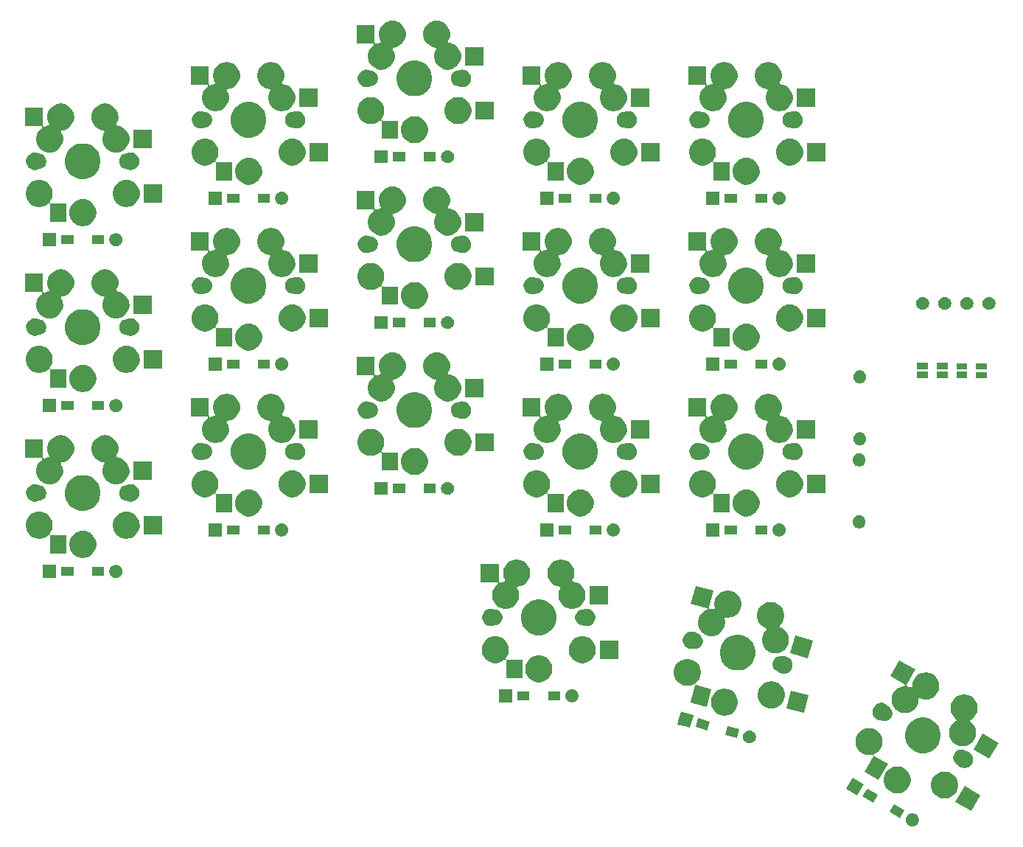
<source format=gts>
G04 #@! TF.GenerationSoftware,KiCad,Pcbnew,(5.1.6-0-10_14)*
G04 #@! TF.CreationDate,2022-12-04T16:17:31+09:00*
G04 #@! TF.ProjectId,cool536_az-core,636f6f6c-3533-4365-9f61-7a2d636f7265,rev?*
G04 #@! TF.SameCoordinates,Original*
G04 #@! TF.FileFunction,Soldermask,Top*
G04 #@! TF.FilePolarity,Negative*
%FSLAX46Y46*%
G04 Gerber Fmt 4.6, Leading zero omitted, Abs format (unit mm)*
G04 Created by KiCad (PCBNEW (5.1.6-0-10_14)) date 2022-12-04 16:17:31*
%MOMM*%
%LPD*%
G01*
G04 APERTURE LIST*
%ADD10C,0.100000*%
G04 APERTURE END LIST*
D10*
G36*
X95402146Y-84424591D02*
G01*
X95526342Y-84449294D01*
X95662743Y-84505793D01*
X95785500Y-84587817D01*
X95889896Y-84692213D01*
X95971920Y-84814970D01*
X96028419Y-84951371D01*
X96057221Y-85096173D01*
X96057221Y-85243811D01*
X96028419Y-85388613D01*
X95971920Y-85525014D01*
X95889896Y-85647771D01*
X95785500Y-85752167D01*
X95662743Y-85834191D01*
X95526342Y-85890690D01*
X95402146Y-85915393D01*
X95381541Y-85919492D01*
X95233901Y-85919492D01*
X95213296Y-85915393D01*
X95089100Y-85890690D01*
X94952699Y-85834191D01*
X94829942Y-85752167D01*
X94725546Y-85647771D01*
X94643522Y-85525014D01*
X94587023Y-85388613D01*
X94558221Y-85243811D01*
X94558221Y-85096173D01*
X94587023Y-84951371D01*
X94643522Y-84814970D01*
X94725546Y-84692213D01*
X94829942Y-84587817D01*
X94952699Y-84505793D01*
X95089100Y-84449294D01*
X95213296Y-84424591D01*
X95233901Y-84420492D01*
X95381541Y-84420492D01*
X95402146Y-84424591D01*
G37*
G36*
X94415443Y-84047462D02*
G01*
X94415443Y-84047463D01*
X94294166Y-84257521D01*
X93889443Y-84958522D01*
X92675275Y-84257522D01*
X92675275Y-84257521D01*
X92938275Y-83801992D01*
X93201275Y-83346462D01*
X94415443Y-84047462D01*
G37*
G36*
X103108663Y-82340365D02*
G01*
X102057662Y-84160752D01*
X100237275Y-83109751D01*
X101288276Y-81289364D01*
X103108663Y-82340365D01*
G37*
G36*
X91341053Y-82272462D02*
G01*
X91341053Y-82272463D01*
X91219776Y-82482521D01*
X90815053Y-83183522D01*
X89600885Y-82482522D01*
X89600885Y-82482521D01*
X89931586Y-81909730D01*
X90126885Y-81571462D01*
X91341053Y-82272462D01*
G37*
G36*
X99290875Y-79653860D02*
G01*
X99440700Y-79683662D01*
X99722964Y-79800579D01*
X99976995Y-79970317D01*
X100193031Y-80186353D01*
X100362769Y-80440384D01*
X100479686Y-80722648D01*
X100539290Y-81022298D01*
X100539290Y-81327818D01*
X100479686Y-81627468D01*
X100362769Y-81909732D01*
X100193031Y-82163763D01*
X99976995Y-82379799D01*
X99722964Y-82549537D01*
X99440700Y-82666454D01*
X99290875Y-82696256D01*
X99141051Y-82726058D01*
X98835529Y-82726058D01*
X98685705Y-82696256D01*
X98535880Y-82666454D01*
X98253616Y-82549537D01*
X97999585Y-82379799D01*
X97783549Y-82163763D01*
X97613811Y-81909732D01*
X97496894Y-81627468D01*
X97437290Y-81327818D01*
X97437290Y-81022298D01*
X97496894Y-80722648D01*
X97613811Y-80440384D01*
X97783549Y-80186353D01*
X97999585Y-79970317D01*
X98253616Y-79800579D01*
X98535880Y-79683662D01*
X98685705Y-79653860D01*
X98835529Y-79624058D01*
X99141051Y-79624058D01*
X99290875Y-79653860D01*
G37*
G36*
X89732444Y-81085656D02*
G01*
X88982943Y-82383829D01*
X87684770Y-81634328D01*
X88434271Y-80336155D01*
X89732444Y-81085656D01*
G37*
G36*
X93860748Y-79059116D02*
G01*
X94010573Y-79088918D01*
X94292837Y-79205835D01*
X94546868Y-79375573D01*
X94762904Y-79591609D01*
X94932642Y-79845640D01*
X95049559Y-80127904D01*
X95109163Y-80427554D01*
X95109163Y-80733074D01*
X95049559Y-81032724D01*
X94932642Y-81314988D01*
X94762904Y-81569019D01*
X94546868Y-81785055D01*
X94292837Y-81954793D01*
X94010573Y-82071710D01*
X93860748Y-82101512D01*
X93710924Y-82131314D01*
X93405402Y-82131314D01*
X93255578Y-82101512D01*
X93105753Y-82071710D01*
X92823489Y-81954793D01*
X92569458Y-81785055D01*
X92353422Y-81569019D01*
X92183684Y-81314988D01*
X92066767Y-81032724D01*
X92007163Y-80733074D01*
X92007163Y-80427554D01*
X92066767Y-80127904D01*
X92183684Y-79845640D01*
X92353422Y-79591609D01*
X92569458Y-79375573D01*
X92823489Y-79205835D01*
X93105753Y-79088918D01*
X93255578Y-79059116D01*
X93405402Y-79029314D01*
X93710924Y-79029314D01*
X93860748Y-79059116D01*
G37*
G36*
X90630621Y-74653860D02*
G01*
X90780446Y-74683662D01*
X91062710Y-74800579D01*
X91316741Y-74970317D01*
X91532777Y-75186353D01*
X91702515Y-75440384D01*
X91819432Y-75722648D01*
X91819432Y-75722649D01*
X91879036Y-76022297D01*
X91879036Y-76327819D01*
X91856269Y-76442275D01*
X91819432Y-76627468D01*
X91702515Y-76909732D01*
X91532777Y-77163763D01*
X91316741Y-77379799D01*
X91062710Y-77549537D01*
X90917244Y-77609791D01*
X90895638Y-77621339D01*
X90876696Y-77636884D01*
X90861151Y-77655826D01*
X90849600Y-77677437D01*
X90842487Y-77700886D01*
X90840085Y-77725272D01*
X90842487Y-77749658D01*
X90849600Y-77773107D01*
X90861151Y-77794718D01*
X90876696Y-77813660D01*
X90902585Y-77833524D01*
X92482383Y-78745621D01*
X91431382Y-80566008D01*
X89784201Y-79615007D01*
X90787964Y-77876438D01*
X90798077Y-77854119D01*
X90803642Y-77830255D01*
X90804443Y-77805764D01*
X90800452Y-77781587D01*
X90791820Y-77758653D01*
X90778880Y-77737844D01*
X90762130Y-77719960D01*
X90742211Y-77705687D01*
X90719892Y-77695574D01*
X90696028Y-77690009D01*
X90671537Y-77689208D01*
X90655326Y-77691342D01*
X90480797Y-77726058D01*
X90175275Y-77726058D01*
X89990018Y-77689208D01*
X89875626Y-77666454D01*
X89593362Y-77549537D01*
X89339331Y-77379799D01*
X89123295Y-77163763D01*
X88953557Y-76909732D01*
X88836640Y-76627468D01*
X88799803Y-76442275D01*
X88777036Y-76327819D01*
X88777036Y-76022297D01*
X88836640Y-75722649D01*
X88836640Y-75722648D01*
X88953557Y-75440384D01*
X89123295Y-75186353D01*
X89339331Y-74970317D01*
X89593362Y-74800579D01*
X89875626Y-74683662D01*
X90025451Y-74653860D01*
X90175275Y-74624058D01*
X90480797Y-74624058D01*
X90630621Y-74653860D01*
G37*
G36*
X101021084Y-77114691D02*
G01*
X101170384Y-77144388D01*
X101329391Y-77210251D01*
X101352832Y-77217362D01*
X101362709Y-77218335D01*
X101369893Y-77219764D01*
X101563284Y-77258232D01*
X101745454Y-77333690D01*
X101909403Y-77443237D01*
X102048830Y-77582664D01*
X102158377Y-77746613D01*
X102233835Y-77928783D01*
X102272303Y-78122174D01*
X102272303Y-78319354D01*
X102233835Y-78512745D01*
X102158377Y-78694915D01*
X102048830Y-78858864D01*
X101909403Y-78998291D01*
X101745454Y-79107838D01*
X101563284Y-79183296D01*
X101369894Y-79221764D01*
X101172712Y-79221764D01*
X100979322Y-79183296D01*
X100797152Y-79107838D01*
X100633203Y-78998291D01*
X100493776Y-78858864D01*
X100458138Y-78805527D01*
X100442593Y-78786587D01*
X100423659Y-78771047D01*
X100333218Y-78710617D01*
X100207719Y-78585118D01*
X100109116Y-78437548D01*
X100041196Y-78273576D01*
X100006572Y-78099505D01*
X100006572Y-77922023D01*
X100041196Y-77747952D01*
X100109116Y-77583980D01*
X100207719Y-77436410D01*
X100333218Y-77310911D01*
X100480788Y-77212308D01*
X100644760Y-77144388D01*
X100794060Y-77114691D01*
X100818830Y-77109764D01*
X100996314Y-77109764D01*
X101021084Y-77114691D01*
G37*
G36*
X105189432Y-76336366D02*
G01*
X104138431Y-78156753D01*
X102318044Y-77105752D01*
X103369045Y-75285365D01*
X105189432Y-76336366D01*
G37*
G36*
X97106417Y-73498582D02*
G01*
X97429521Y-73632416D01*
X97479676Y-73653191D01*
X97794256Y-73863387D01*
X97815599Y-73877648D01*
X98101279Y-74163328D01*
X98325737Y-74499253D01*
X98480345Y-74872510D01*
X98559163Y-75268757D01*
X98559163Y-75672771D01*
X98480345Y-76069018D01*
X98373146Y-76327819D01*
X98325736Y-76442277D01*
X98101279Y-76778200D01*
X97815599Y-77063880D01*
X97479676Y-77288337D01*
X97479675Y-77288338D01*
X97479674Y-77288338D01*
X97106417Y-77442946D01*
X96710170Y-77521764D01*
X96306156Y-77521764D01*
X95909909Y-77442946D01*
X95536652Y-77288338D01*
X95536651Y-77288338D01*
X95536650Y-77288337D01*
X95200727Y-77063880D01*
X94915047Y-76778200D01*
X94690590Y-76442277D01*
X94643180Y-76327819D01*
X94535981Y-76069018D01*
X94457163Y-75672771D01*
X94457163Y-75268757D01*
X94535981Y-74872510D01*
X94690589Y-74499253D01*
X94915047Y-74163328D01*
X95200727Y-73877648D01*
X95222070Y-73863387D01*
X95536650Y-73653191D01*
X95586805Y-73632416D01*
X95909909Y-73498582D01*
X96306156Y-73419764D01*
X96710170Y-73419764D01*
X97106417Y-73498582D01*
G37*
G36*
X101550453Y-70820157D02*
G01*
X101700278Y-70849959D01*
X101982542Y-70966876D01*
X102236573Y-71136614D01*
X102452609Y-71352650D01*
X102622347Y-71606681D01*
X102739264Y-71888945D01*
X102739264Y-71888946D01*
X102798868Y-72188594D01*
X102798868Y-72494116D01*
X102773396Y-72622173D01*
X102739264Y-72793765D01*
X102622347Y-73076029D01*
X102452609Y-73330060D01*
X102236573Y-73546096D01*
X101988844Y-73711623D01*
X101969907Y-73727165D01*
X101954362Y-73746106D01*
X101942811Y-73767717D01*
X101935698Y-73791166D01*
X101933296Y-73815552D01*
X101935698Y-73839938D01*
X101942811Y-73863387D01*
X101954362Y-73884998D01*
X101969908Y-73903940D01*
X101988839Y-73919476D01*
X102066425Y-73971318D01*
X102282461Y-74187354D01*
X102452199Y-74441385D01*
X102569116Y-74723649D01*
X102569116Y-74723650D01*
X102628720Y-75023298D01*
X102628720Y-75328820D01*
X102611816Y-75413800D01*
X102569116Y-75628469D01*
X102452199Y-75910733D01*
X102282461Y-76164764D01*
X102066425Y-76380800D01*
X101812394Y-76550538D01*
X101530130Y-76667455D01*
X101380305Y-76697257D01*
X101230481Y-76727059D01*
X100924959Y-76727059D01*
X100775135Y-76697257D01*
X100625310Y-76667455D01*
X100343046Y-76550538D01*
X100089015Y-76380800D01*
X99872979Y-76164764D01*
X99703241Y-75910733D01*
X99586324Y-75628469D01*
X99543624Y-75413800D01*
X99526720Y-75328820D01*
X99526720Y-75023298D01*
X99586324Y-74723650D01*
X99586324Y-74723649D01*
X99703241Y-74441385D01*
X99872979Y-74187354D01*
X100089015Y-73971318D01*
X100336744Y-73805791D01*
X100355681Y-73790249D01*
X100371226Y-73771308D01*
X100382777Y-73749697D01*
X100389890Y-73726248D01*
X100392292Y-73701862D01*
X100389890Y-73677476D01*
X100382777Y-73654027D01*
X100371226Y-73632416D01*
X100355680Y-73613474D01*
X100336749Y-73597938D01*
X100259163Y-73546096D01*
X100043127Y-73330060D01*
X99873389Y-73076029D01*
X99756472Y-72793765D01*
X99722340Y-72622173D01*
X99696868Y-72494116D01*
X99696868Y-72188594D01*
X99756472Y-71888946D01*
X99756472Y-71888945D01*
X99873389Y-71606681D01*
X100043127Y-71352650D01*
X100259163Y-71136614D01*
X100513194Y-70966876D01*
X100795458Y-70849959D01*
X100945283Y-70820157D01*
X101095107Y-70790355D01*
X101400629Y-70790355D01*
X101550453Y-70820157D01*
G37*
G36*
X76687307Y-74887019D02*
G01*
X76811503Y-74911722D01*
X76947904Y-74968221D01*
X77070661Y-75050245D01*
X77175057Y-75154641D01*
X77257081Y-75277398D01*
X77313580Y-75413799D01*
X77342382Y-75558601D01*
X77342382Y-75706239D01*
X77313580Y-75851041D01*
X77257081Y-75987442D01*
X77175057Y-76110199D01*
X77070661Y-76214595D01*
X76947904Y-76296619D01*
X76811503Y-76353118D01*
X76687307Y-76377821D01*
X76666702Y-76381920D01*
X76519062Y-76381920D01*
X76498457Y-76377821D01*
X76374261Y-76353118D01*
X76237860Y-76296619D01*
X76115103Y-76214595D01*
X76010707Y-76110199D01*
X75928683Y-75987442D01*
X75872184Y-75851041D01*
X75843382Y-75706239D01*
X75843382Y-75558601D01*
X75872184Y-75413799D01*
X75928683Y-75277398D01*
X76010707Y-75154641D01*
X76115103Y-75050245D01*
X76237860Y-74968221D01*
X76374261Y-74911722D01*
X76498457Y-74887019D01*
X76519062Y-74882920D01*
X76666702Y-74882920D01*
X76687307Y-74887019D01*
G37*
G36*
X75440476Y-74779078D02*
G01*
X75440476Y-74779079D01*
X75168198Y-75795232D01*
X73813970Y-75432368D01*
X73818946Y-75413799D01*
X74086248Y-74416214D01*
X75440476Y-74779078D01*
G37*
G36*
X72011440Y-73860270D02*
G01*
X72011440Y-73860271D01*
X71780098Y-74723649D01*
X71739162Y-74876424D01*
X70384934Y-74513560D01*
X70388768Y-74499253D01*
X70657212Y-73497406D01*
X72011440Y-73860270D01*
G37*
G36*
X68894726Y-72793765D02*
G01*
X70150474Y-73130241D01*
X70150474Y-73130242D01*
X70133145Y-73194913D01*
X69762505Y-74578164D01*
X69762504Y-74578164D01*
X69456523Y-74496176D01*
X68314582Y-74190195D01*
X68373230Y-73971319D01*
X68414967Y-73815552D01*
X68702551Y-72742272D01*
X68702552Y-72742272D01*
X68894726Y-72793765D01*
G37*
G36*
X92037004Y-71758232D02*
G01*
X92219174Y-71833690D01*
X92383123Y-71943237D01*
X92522550Y-72082664D01*
X92522551Y-72082666D01*
X92558187Y-72135999D01*
X92573733Y-72154941D01*
X92592667Y-72170481D01*
X92683108Y-72230911D01*
X92808607Y-72356410D01*
X92907210Y-72503980D01*
X92975130Y-72667952D01*
X93009754Y-72842023D01*
X93009754Y-73019505D01*
X92975130Y-73193576D01*
X92907210Y-73357548D01*
X92808607Y-73505118D01*
X92683108Y-73630617D01*
X92535538Y-73729220D01*
X92371566Y-73797140D01*
X92222266Y-73826837D01*
X92197496Y-73831764D01*
X92020012Y-73831764D01*
X91995242Y-73826837D01*
X91845942Y-73797140D01*
X91686935Y-73731277D01*
X91663494Y-73724166D01*
X91653617Y-73723193D01*
X91646433Y-73721764D01*
X91453042Y-73683296D01*
X91270872Y-73607838D01*
X91106923Y-73498291D01*
X90967496Y-73358864D01*
X90857949Y-73194915D01*
X90782491Y-73012745D01*
X90751602Y-72857455D01*
X90744023Y-72819355D01*
X90744023Y-72622173D01*
X90782491Y-72428784D01*
X90799955Y-72386623D01*
X90857949Y-72246613D01*
X90967496Y-72082664D01*
X91106923Y-71943237D01*
X91270872Y-71833690D01*
X91453042Y-71758232D01*
X91646432Y-71719764D01*
X91843614Y-71719764D01*
X92037004Y-71758232D01*
G37*
G36*
X74017629Y-70130751D02*
G01*
X74167454Y-70160553D01*
X74449718Y-70277470D01*
X74703749Y-70447208D01*
X74919785Y-70663244D01*
X75089523Y-70917275D01*
X75206440Y-71199539D01*
X75207614Y-71205443D01*
X75266044Y-71499188D01*
X75266044Y-71804710D01*
X75249288Y-71888946D01*
X75206440Y-72104359D01*
X75089523Y-72386623D01*
X74919785Y-72640654D01*
X74703749Y-72856690D01*
X74449718Y-73026428D01*
X74167454Y-73143345D01*
X74017629Y-73173147D01*
X73867805Y-73202949D01*
X73562283Y-73202949D01*
X73412459Y-73173147D01*
X73262634Y-73143345D01*
X72980370Y-73026428D01*
X72726339Y-72856690D01*
X72510303Y-72640654D01*
X72340565Y-72386623D01*
X72223648Y-72104359D01*
X72180800Y-71888946D01*
X72164044Y-71804710D01*
X72164044Y-71499188D01*
X72222474Y-71205443D01*
X72223648Y-71199539D01*
X72340565Y-70917275D01*
X72510303Y-70663244D01*
X72726339Y-70447208D01*
X72980370Y-70277470D01*
X73262634Y-70160553D01*
X73412459Y-70130751D01*
X73562283Y-70100949D01*
X73867805Y-70100949D01*
X74017629Y-70130751D01*
G37*
G36*
X95634115Y-67886662D02*
G01*
X94619367Y-69644258D01*
X94609254Y-69666577D01*
X94603689Y-69690441D01*
X94602888Y-69714932D01*
X94606879Y-69739109D01*
X94615511Y-69762043D01*
X94628451Y-69782852D01*
X94645201Y-69800736D01*
X94665120Y-69815009D01*
X94687439Y-69825122D01*
X94703233Y-69829354D01*
X94821102Y-69852800D01*
X94931016Y-69874663D01*
X95124627Y-69954859D01*
X95148073Y-69961971D01*
X95172459Y-69964373D01*
X95196845Y-69961971D01*
X95220294Y-69954858D01*
X95241905Y-69943307D01*
X95260847Y-69927762D01*
X95276392Y-69908820D01*
X95287943Y-69887209D01*
X95295056Y-69863760D01*
X95297458Y-69839374D01*
X95297458Y-69648594D01*
X95357062Y-69348946D01*
X95389759Y-69270008D01*
X95473979Y-69066681D01*
X95643717Y-68812650D01*
X95859753Y-68596614D01*
X96113784Y-68426876D01*
X96396048Y-68309959D01*
X96545873Y-68280157D01*
X96695697Y-68250355D01*
X97001219Y-68250355D01*
X97151043Y-68280157D01*
X97300868Y-68309959D01*
X97583132Y-68426876D01*
X97837163Y-68596614D01*
X98053199Y-68812650D01*
X98222937Y-69066681D01*
X98307157Y-69270008D01*
X98339854Y-69348946D01*
X98399458Y-69648594D01*
X98399458Y-69954116D01*
X98397418Y-69964373D01*
X98339854Y-70253765D01*
X98222937Y-70536029D01*
X98053199Y-70790060D01*
X97837163Y-71006096D01*
X97583132Y-71175834D01*
X97300868Y-71292751D01*
X97151043Y-71322553D01*
X97001219Y-71352355D01*
X96695697Y-71352355D01*
X96545873Y-71322553D01*
X96396048Y-71292751D01*
X96202437Y-71212555D01*
X96178991Y-71205443D01*
X96154605Y-71203041D01*
X96130219Y-71205443D01*
X96106770Y-71212556D01*
X96085159Y-71224107D01*
X96066217Y-71239652D01*
X96050672Y-71258594D01*
X96039121Y-71280205D01*
X96032008Y-71303654D01*
X96029606Y-71328040D01*
X96029606Y-71518819D01*
X95970002Y-71818469D01*
X95853085Y-72100733D01*
X95683347Y-72354764D01*
X95467311Y-72570800D01*
X95213280Y-72740538D01*
X94931016Y-72857455D01*
X94781191Y-72887257D01*
X94631367Y-72917059D01*
X94325845Y-72917059D01*
X94176021Y-72887257D01*
X94026196Y-72857455D01*
X93743932Y-72740538D01*
X93489901Y-72570800D01*
X93273865Y-72354764D01*
X93104127Y-72100733D01*
X92987210Y-71818469D01*
X92927606Y-71518819D01*
X92927606Y-71213299D01*
X92929169Y-71205443D01*
X92972755Y-70986319D01*
X92987210Y-70913649D01*
X93104127Y-70631385D01*
X93273865Y-70377354D01*
X93489901Y-70161318D01*
X93743932Y-69991580D01*
X94026196Y-69874663D01*
X94132246Y-69853568D01*
X94330600Y-69814113D01*
X94354049Y-69807000D01*
X94375660Y-69795449D01*
X94394602Y-69779904D01*
X94410147Y-69760962D01*
X94421698Y-69739351D01*
X94428811Y-69715902D01*
X94431213Y-69691516D01*
X94428811Y-69667130D01*
X94421698Y-69643681D01*
X94410147Y-69622070D01*
X94394602Y-69603128D01*
X94368713Y-69583264D01*
X92762727Y-68656048D01*
X93813728Y-66835661D01*
X95634115Y-67886662D01*
G37*
G36*
X83395652Y-70880178D02*
G01*
X82851614Y-72910554D01*
X80821238Y-72366516D01*
X81365276Y-70336140D01*
X83395652Y-70880178D01*
G37*
G36*
X79416660Y-69299810D02*
G01*
X79566485Y-69329612D01*
X79848749Y-69446529D01*
X80102780Y-69616267D01*
X80318816Y-69832303D01*
X80488554Y-70086334D01*
X80605471Y-70368598D01*
X80607213Y-70377355D01*
X80665075Y-70668247D01*
X80665075Y-70973769D01*
X80662578Y-70986320D01*
X80605471Y-71273418D01*
X80488554Y-71555682D01*
X80318816Y-71809713D01*
X80102780Y-72025749D01*
X79848749Y-72195487D01*
X79566485Y-72312404D01*
X79416660Y-72342206D01*
X79266836Y-72372008D01*
X78961314Y-72372008D01*
X78811490Y-72342206D01*
X78661665Y-72312404D01*
X78379401Y-72195487D01*
X78125370Y-72025749D01*
X77909334Y-71809713D01*
X77739596Y-71555682D01*
X77622679Y-71273418D01*
X77565572Y-70986320D01*
X77563075Y-70973769D01*
X77563075Y-70668247D01*
X77620937Y-70377355D01*
X77622679Y-70368598D01*
X77739596Y-70086334D01*
X77909334Y-69832303D01*
X78125370Y-69616267D01*
X78379401Y-69446529D01*
X78661665Y-69329612D01*
X78811490Y-69299810D01*
X78961314Y-69270008D01*
X79266836Y-69270008D01*
X79416660Y-69299810D01*
G37*
G36*
X69665979Y-66693434D02*
G01*
X69907226Y-66741421D01*
X70189490Y-66858338D01*
X70443521Y-67028076D01*
X70659557Y-67244112D01*
X70829295Y-67498143D01*
X70946212Y-67780407D01*
X70946212Y-67780408D01*
X71003069Y-68066244D01*
X71005816Y-68080057D01*
X71005816Y-68385577D01*
X70946212Y-68685227D01*
X70829295Y-68967491D01*
X70659557Y-69221522D01*
X70443521Y-69437558D01*
X70406144Y-69462532D01*
X70387210Y-69478072D01*
X70371665Y-69497014D01*
X70360114Y-69518625D01*
X70353001Y-69542074D01*
X70350599Y-69566460D01*
X70353001Y-69590846D01*
X70360114Y-69614295D01*
X70371665Y-69635905D01*
X70387211Y-69654847D01*
X70406153Y-69670392D01*
X70427764Y-69681943D01*
X70443241Y-69687197D01*
X72201065Y-70158205D01*
X71657028Y-72188581D01*
X71657027Y-72188581D01*
X69819837Y-71696307D01*
X69925048Y-71303654D01*
X70337716Y-69763554D01*
X70341706Y-69739383D01*
X70340905Y-69714892D01*
X70335340Y-69691028D01*
X70325227Y-69668708D01*
X70310954Y-69648790D01*
X70293070Y-69632040D01*
X70272261Y-69619100D01*
X70249327Y-69610468D01*
X70225150Y-69606477D01*
X70200659Y-69607278D01*
X70169148Y-69615722D01*
X69907226Y-69724213D01*
X69831122Y-69739351D01*
X69607577Y-69783817D01*
X69302055Y-69783817D01*
X69078510Y-69739351D01*
X69002406Y-69724213D01*
X68720142Y-69607296D01*
X68466111Y-69437558D01*
X68250075Y-69221522D01*
X68080337Y-68967491D01*
X67963420Y-68685227D01*
X67903816Y-68385577D01*
X67903816Y-68080057D01*
X67906564Y-68066244D01*
X67963420Y-67780408D01*
X67963420Y-67780407D01*
X68080337Y-67498143D01*
X68250075Y-67244112D01*
X68466111Y-67028076D01*
X68720142Y-66858338D01*
X69002406Y-66741421D01*
X69243653Y-66693434D01*
X69302055Y-66681817D01*
X69607577Y-66681817D01*
X69665979Y-66693434D01*
G37*
G36*
X56291925Y-70167099D02*
G01*
X56416121Y-70191802D01*
X56552522Y-70248301D01*
X56675279Y-70330325D01*
X56779675Y-70434721D01*
X56861699Y-70557478D01*
X56918198Y-70693879D01*
X56947000Y-70838681D01*
X56947000Y-70986319D01*
X56918198Y-71131121D01*
X56861699Y-71267522D01*
X56779675Y-71390279D01*
X56675279Y-71494675D01*
X56552522Y-71576699D01*
X56416121Y-71633198D01*
X56291925Y-71657901D01*
X56271320Y-71662000D01*
X56123680Y-71662000D01*
X56103075Y-71657901D01*
X55978879Y-71633198D01*
X55842478Y-71576699D01*
X55719721Y-71494675D01*
X55615325Y-71390279D01*
X55533301Y-71267522D01*
X55476802Y-71131121D01*
X55448000Y-70986319D01*
X55448000Y-70838681D01*
X55476802Y-70693879D01*
X55533301Y-70557478D01*
X55615325Y-70434721D01*
X55719721Y-70330325D01*
X55842478Y-70248301D01*
X55978879Y-70191802D01*
X56103075Y-70167099D01*
X56123680Y-70163000D01*
X56271320Y-70163000D01*
X56291925Y-70167099D01*
G37*
G36*
X49327000Y-71662000D02*
G01*
X47828000Y-71662000D01*
X47828000Y-70163000D01*
X49327000Y-70163000D01*
X49327000Y-71662000D01*
G37*
G36*
X51313500Y-71438500D02*
G01*
X49911500Y-71438500D01*
X49911500Y-70386500D01*
X51313500Y-70386500D01*
X51313500Y-71438500D01*
G37*
G36*
X54863500Y-71438500D02*
G01*
X53461500Y-71438500D01*
X53461500Y-70386500D01*
X54863500Y-70386500D01*
X54863500Y-71438500D01*
G37*
G36*
X52690085Y-66291302D02*
G01*
X52839910Y-66321104D01*
X53122174Y-66438021D01*
X53376205Y-66607759D01*
X53592241Y-66823795D01*
X53761979Y-67077826D01*
X53877421Y-67356529D01*
X53878896Y-67360091D01*
X53938500Y-67659739D01*
X53938500Y-67965261D01*
X53908698Y-68115085D01*
X53878896Y-68264910D01*
X53761979Y-68547174D01*
X53592241Y-68801205D01*
X53376205Y-69017241D01*
X53122174Y-69186979D01*
X52839910Y-69303896D01*
X52710627Y-69329612D01*
X52540261Y-69363500D01*
X52234739Y-69363500D01*
X52064373Y-69329612D01*
X51935090Y-69303896D01*
X51652826Y-69186979D01*
X51398795Y-69017241D01*
X51182759Y-68801205D01*
X51013021Y-68547174D01*
X50896104Y-68264910D01*
X50866302Y-68115085D01*
X50836500Y-67965261D01*
X50836500Y-67659739D01*
X50896104Y-67360091D01*
X50897579Y-67356529D01*
X51013021Y-67077826D01*
X51182759Y-66823795D01*
X51398795Y-66607759D01*
X51652826Y-66438021D01*
X51935090Y-66321104D01*
X52084915Y-66291302D01*
X52234739Y-66261500D01*
X52540261Y-66261500D01*
X52690085Y-66291302D01*
G37*
G36*
X47690085Y-64091302D02*
G01*
X47839910Y-64121104D01*
X48122174Y-64238021D01*
X48376205Y-64407759D01*
X48592241Y-64623795D01*
X48761979Y-64877826D01*
X48839495Y-65064968D01*
X48878896Y-65160091D01*
X48929911Y-65416557D01*
X48938500Y-65459740D01*
X48938500Y-65765260D01*
X48878896Y-66064910D01*
X48761979Y-66347174D01*
X48615053Y-66567065D01*
X48603507Y-66588666D01*
X48596394Y-66612115D01*
X48593992Y-66636501D01*
X48596394Y-66660887D01*
X48603507Y-66684336D01*
X48615058Y-66705947D01*
X48630603Y-66724889D01*
X48649545Y-66740434D01*
X48671156Y-66751985D01*
X48694605Y-66759098D01*
X48718991Y-66761500D01*
X50538500Y-66761500D01*
X50538500Y-68863500D01*
X48636500Y-68863500D01*
X48636500Y-66858719D01*
X48634098Y-66834333D01*
X48626985Y-66810884D01*
X48615434Y-66789273D01*
X48599889Y-66770331D01*
X48580947Y-66754786D01*
X48559336Y-66743235D01*
X48535887Y-66736122D01*
X48511501Y-66733720D01*
X48487115Y-66736122D01*
X48463666Y-66743235D01*
X48442055Y-66754786D01*
X48423124Y-66770322D01*
X48376205Y-66817241D01*
X48122174Y-66986979D01*
X47839910Y-67103896D01*
X47690085Y-67133698D01*
X47540261Y-67163500D01*
X47234739Y-67163500D01*
X47084915Y-67133698D01*
X46935090Y-67103896D01*
X46652826Y-66986979D01*
X46398795Y-66817241D01*
X46182759Y-66601205D01*
X46013021Y-66347174D01*
X45896104Y-66064910D01*
X45836500Y-65765260D01*
X45836500Y-65459740D01*
X45845090Y-65416557D01*
X45896104Y-65160091D01*
X45935505Y-65064968D01*
X46013021Y-64877826D01*
X46182759Y-64623795D01*
X46398795Y-64407759D01*
X46652826Y-64238021D01*
X46935090Y-64121104D01*
X47084915Y-64091302D01*
X47234739Y-64061500D01*
X47540261Y-64061500D01*
X47690085Y-64091302D01*
G37*
G36*
X80281479Y-66375492D02*
G01*
X80344394Y-66388006D01*
X80368778Y-66390408D01*
X80393164Y-66388006D01*
X80456077Y-66375492D01*
X80653259Y-66375492D01*
X80716170Y-66388006D01*
X80846649Y-66413960D01*
X81028819Y-66489418D01*
X81192768Y-66598965D01*
X81332195Y-66738392D01*
X81441742Y-66902341D01*
X81514432Y-67077828D01*
X81517200Y-67084512D01*
X81555668Y-67277901D01*
X81555668Y-67475083D01*
X81544625Y-67530599D01*
X81517200Y-67668473D01*
X81441742Y-67850643D01*
X81332195Y-68014592D01*
X81192768Y-68154019D01*
X81028819Y-68263566D01*
X81028818Y-68263567D01*
X81028817Y-68263567D01*
X80975463Y-68285667D01*
X80846649Y-68339024D01*
X80749953Y-68358258D01*
X80653259Y-68377492D01*
X80456077Y-68377492D01*
X80359383Y-68358258D01*
X80262687Y-68339024D01*
X80133873Y-68285667D01*
X80080519Y-68263567D01*
X80080518Y-68263567D01*
X80080517Y-68263566D01*
X79916568Y-68154019D01*
X79916565Y-68154016D01*
X79910477Y-68149948D01*
X79902808Y-68143655D01*
X79881208Y-68132110D01*
X79722195Y-68066244D01*
X79574625Y-67967641D01*
X79449126Y-67842142D01*
X79350523Y-67694572D01*
X79282603Y-67530600D01*
X79252906Y-67381300D01*
X79247979Y-67356530D01*
X79247979Y-67179046D01*
X79266783Y-67084511D01*
X79282603Y-67004976D01*
X79350523Y-66841004D01*
X79449126Y-66693434D01*
X79574625Y-66567935D01*
X79722195Y-66469332D01*
X79886167Y-66401412D01*
X80035467Y-66371715D01*
X80060237Y-66366788D01*
X80237721Y-66366788D01*
X80281479Y-66375492D01*
G37*
G36*
X75840330Y-63980805D02*
G01*
X76213587Y-64135413D01*
X76213589Y-64135414D01*
X76549512Y-64359871D01*
X76835192Y-64645551D01*
X77030631Y-64938045D01*
X77059650Y-64981476D01*
X77214258Y-65354733D01*
X77293076Y-65750980D01*
X77293076Y-66154994D01*
X77214258Y-66551241D01*
X77068828Y-66902341D01*
X77059649Y-66924500D01*
X76835192Y-67260423D01*
X76549512Y-67546103D01*
X76213589Y-67770560D01*
X76213588Y-67770561D01*
X76213587Y-67770561D01*
X75840330Y-67925169D01*
X75444083Y-68003987D01*
X75040069Y-68003987D01*
X74643822Y-67925169D01*
X74270565Y-67770561D01*
X74270564Y-67770561D01*
X74270563Y-67770560D01*
X73934640Y-67546103D01*
X73648960Y-67260423D01*
X73424503Y-66924500D01*
X73415324Y-66902341D01*
X73269894Y-66551241D01*
X73191076Y-66154994D01*
X73191076Y-65750980D01*
X73269894Y-65354733D01*
X73424502Y-64981476D01*
X73453522Y-64938045D01*
X73648960Y-64645551D01*
X73934640Y-64359871D01*
X74270563Y-64135414D01*
X74270565Y-64135413D01*
X74643822Y-63980805D01*
X75040069Y-63901987D01*
X75444083Y-63901987D01*
X75840330Y-63980805D01*
G37*
G36*
X57690085Y-64091302D02*
G01*
X57839910Y-64121104D01*
X58122174Y-64238021D01*
X58376205Y-64407759D01*
X58592241Y-64623795D01*
X58761979Y-64877826D01*
X58839495Y-65064968D01*
X58878896Y-65160091D01*
X58929911Y-65416557D01*
X58938500Y-65459740D01*
X58938500Y-65765260D01*
X58878896Y-66064910D01*
X58761979Y-66347174D01*
X58592241Y-66601205D01*
X58376205Y-66817241D01*
X58122174Y-66986979D01*
X57839910Y-67103896D01*
X57690085Y-67133698D01*
X57540261Y-67163500D01*
X57234739Y-67163500D01*
X57084915Y-67133698D01*
X56935090Y-67103896D01*
X56652826Y-66986979D01*
X56398795Y-66817241D01*
X56182759Y-66601205D01*
X56013021Y-66347174D01*
X55896104Y-66064910D01*
X55836500Y-65765260D01*
X55836500Y-65459740D01*
X55845090Y-65416557D01*
X55896104Y-65160091D01*
X55935505Y-65064968D01*
X56013021Y-64877826D01*
X56182759Y-64623795D01*
X56398795Y-64407759D01*
X56652826Y-64238021D01*
X56935090Y-64121104D01*
X57084915Y-64091302D01*
X57234739Y-64061500D01*
X57540261Y-64061500D01*
X57690085Y-64091302D01*
G37*
G36*
X61538500Y-66663500D02*
G01*
X59436500Y-66663500D01*
X59436500Y-64561500D01*
X61538500Y-64561500D01*
X61538500Y-66663500D01*
G37*
G36*
X83851572Y-64542218D02*
G01*
X83307534Y-66572594D01*
X81277158Y-66028556D01*
X81821196Y-63998180D01*
X83851572Y-64542218D01*
G37*
G36*
X79312913Y-60182286D02*
G01*
X79462738Y-60212088D01*
X79745002Y-60329005D01*
X79999033Y-60498743D01*
X80215069Y-60714779D01*
X80384807Y-60968810D01*
X80501724Y-61251074D01*
X80514289Y-61314245D01*
X80556158Y-61524730D01*
X80561328Y-61550724D01*
X80561328Y-61856244D01*
X80501724Y-62155894D01*
X80384807Y-62438158D01*
X80215069Y-62692189D01*
X80080157Y-62827101D01*
X80064621Y-62846032D01*
X80053070Y-62867643D01*
X80045957Y-62891092D01*
X80043555Y-62915478D01*
X80045957Y-62939864D01*
X80053070Y-62963313D01*
X80064621Y-62984924D01*
X80080166Y-63003866D01*
X80099108Y-63019411D01*
X80120718Y-63030962D01*
X80314328Y-63111157D01*
X80568359Y-63280895D01*
X80784395Y-63496931D01*
X80954133Y-63750962D01*
X81071050Y-64033226D01*
X81130654Y-64332876D01*
X81130654Y-64638396D01*
X81071050Y-64938046D01*
X80954133Y-65220310D01*
X80784395Y-65474341D01*
X80568359Y-65690377D01*
X80314328Y-65860115D01*
X80032064Y-65977032D01*
X79882239Y-66006834D01*
X79732415Y-66036636D01*
X79426893Y-66036636D01*
X79277069Y-66006834D01*
X79127244Y-65977032D01*
X78844980Y-65860115D01*
X78590949Y-65690377D01*
X78374913Y-65474341D01*
X78205175Y-65220310D01*
X78088258Y-64938046D01*
X78028654Y-64638396D01*
X78028654Y-64332876D01*
X78088258Y-64033226D01*
X78205175Y-63750962D01*
X78374913Y-63496931D01*
X78509825Y-63362019D01*
X78525361Y-63343088D01*
X78536912Y-63321477D01*
X78544025Y-63298028D01*
X78546427Y-63273642D01*
X78544025Y-63249256D01*
X78536912Y-63225807D01*
X78525361Y-63204196D01*
X78509816Y-63185254D01*
X78490874Y-63169709D01*
X78469263Y-63158158D01*
X78275654Y-63077963D01*
X78021623Y-62908225D01*
X77805587Y-62692189D01*
X77635849Y-62438158D01*
X77518932Y-62155894D01*
X77459328Y-61856244D01*
X77459328Y-61550724D01*
X77464499Y-61524730D01*
X77506367Y-61314245D01*
X77518932Y-61251074D01*
X77635849Y-60968810D01*
X77805587Y-60714779D01*
X78021623Y-60498743D01*
X78275654Y-60329005D01*
X78557918Y-60212088D01*
X78707743Y-60182286D01*
X78857567Y-60152484D01*
X79163089Y-60152484D01*
X79312913Y-60182286D01*
G37*
G36*
X70124769Y-63547716D02*
G01*
X70221465Y-63566950D01*
X70403635Y-63642408D01*
X70567584Y-63751955D01*
X70567587Y-63751958D01*
X70573675Y-63756026D01*
X70581344Y-63762319D01*
X70602944Y-63773864D01*
X70761957Y-63839730D01*
X70909527Y-63938333D01*
X71035026Y-64063832D01*
X71133629Y-64211402D01*
X71201549Y-64375374D01*
X71231246Y-64524674D01*
X71234736Y-64542218D01*
X71236173Y-64549445D01*
X71236173Y-64726927D01*
X71201549Y-64900998D01*
X71133629Y-65064970D01*
X71035026Y-65212540D01*
X70909527Y-65338039D01*
X70761957Y-65436642D01*
X70597985Y-65504562D01*
X70448685Y-65534259D01*
X70423915Y-65539186D01*
X70246431Y-65539186D01*
X70186642Y-65527293D01*
X70139758Y-65517968D01*
X70115374Y-65515566D01*
X70090988Y-65517968D01*
X70028075Y-65530482D01*
X69830893Y-65530482D01*
X69700581Y-65504561D01*
X69637503Y-65492014D01*
X69455333Y-65416556D01*
X69291384Y-65307009D01*
X69151957Y-65167582D01*
X69042410Y-65003633D01*
X68966952Y-64821463D01*
X68930538Y-64638397D01*
X68928484Y-64628073D01*
X68928484Y-64430891D01*
X68966952Y-64237502D01*
X69042409Y-64055333D01*
X69042410Y-64055331D01*
X69151957Y-63891382D01*
X69291384Y-63751955D01*
X69455333Y-63642408D01*
X69637503Y-63566950D01*
X69734199Y-63547716D01*
X69830893Y-63528482D01*
X70028075Y-63528482D01*
X70124769Y-63547716D01*
G37*
G36*
X72434899Y-58853528D02*
G01*
X71910770Y-60809603D01*
X71906779Y-60833780D01*
X71907580Y-60858271D01*
X71913145Y-60882135D01*
X71923258Y-60904454D01*
X71937531Y-60924373D01*
X71955415Y-60941123D01*
X71976224Y-60954063D01*
X71999158Y-60962695D01*
X72023335Y-60966686D01*
X72055896Y-60964552D01*
X72066539Y-60962435D01*
X72372060Y-60962435D01*
X72423672Y-60972701D01*
X72463568Y-60980637D01*
X72487952Y-60983039D01*
X72512338Y-60980637D01*
X72535787Y-60973524D01*
X72557397Y-60961973D01*
X72576339Y-60946428D01*
X72591885Y-60927486D01*
X72603436Y-60905875D01*
X72610549Y-60882426D01*
X72612951Y-60858040D01*
X72610549Y-60833654D01*
X72552425Y-60541444D01*
X72552425Y-60235922D01*
X72611224Y-59940319D01*
X72612029Y-59936273D01*
X72728946Y-59654009D01*
X72898684Y-59399978D01*
X73114720Y-59183942D01*
X73368751Y-59014204D01*
X73651015Y-58897287D01*
X73800840Y-58867485D01*
X73950664Y-58837683D01*
X74256186Y-58837683D01*
X74406010Y-58867485D01*
X74555835Y-58897287D01*
X74838099Y-59014204D01*
X75092130Y-59183942D01*
X75308166Y-59399978D01*
X75477904Y-59654009D01*
X75594821Y-59936273D01*
X75654425Y-60235923D01*
X75654425Y-60541443D01*
X75594821Y-60841093D01*
X75477904Y-61123357D01*
X75308166Y-61377388D01*
X75092130Y-61593424D01*
X74838099Y-61763162D01*
X74555835Y-61880079D01*
X74406010Y-61909881D01*
X74256186Y-61939683D01*
X73950664Y-61939683D01*
X73894917Y-61928594D01*
X73859156Y-61921481D01*
X73834772Y-61919079D01*
X73810386Y-61921481D01*
X73786937Y-61928594D01*
X73765327Y-61940145D01*
X73746385Y-61955690D01*
X73730839Y-61974632D01*
X73719288Y-61996243D01*
X73712175Y-62019692D01*
X73709773Y-62044078D01*
X73712175Y-62068464D01*
X73770299Y-62360674D01*
X73770299Y-62666196D01*
X73747886Y-62778875D01*
X73710695Y-62965845D01*
X73593778Y-63248109D01*
X73424040Y-63502140D01*
X73208004Y-63718176D01*
X72953973Y-63887914D01*
X72671709Y-64004831D01*
X72528957Y-64033226D01*
X72372060Y-64064435D01*
X72066538Y-64064435D01*
X71909641Y-64033226D01*
X71766889Y-64004831D01*
X71484625Y-63887914D01*
X71230594Y-63718176D01*
X71014558Y-63502140D01*
X70844820Y-63248109D01*
X70727903Y-62965845D01*
X70690712Y-62778875D01*
X70668299Y-62666196D01*
X70668299Y-62360674D01*
X70727903Y-62061026D01*
X70745024Y-62019692D01*
X70844820Y-61778761D01*
X71014558Y-61524730D01*
X71230594Y-61308694D01*
X71484625Y-61138956D01*
X71677878Y-61058908D01*
X71699486Y-61047359D01*
X71718428Y-61031814D01*
X71733973Y-61012872D01*
X71745524Y-60991261D01*
X71752637Y-60967812D01*
X71755039Y-60943426D01*
X71752637Y-60919040D01*
X71745524Y-60895591D01*
X71733973Y-60873980D01*
X71718428Y-60855038D01*
X71699486Y-60839493D01*
X71677875Y-60827942D01*
X71662392Y-60822686D01*
X69860485Y-60339866D01*
X70404523Y-58309490D01*
X72434899Y-58853528D01*
G37*
G36*
X52985754Y-59940318D02*
G01*
X53359011Y-60094926D01*
X53359013Y-60094927D01*
X53694936Y-60319384D01*
X53980616Y-60605064D01*
X54193389Y-60923500D01*
X54205074Y-60940989D01*
X54359682Y-61314246D01*
X54438500Y-61710493D01*
X54438500Y-62114507D01*
X54359682Y-62510754D01*
X54230339Y-62823015D01*
X54205073Y-62884013D01*
X53980616Y-63219936D01*
X53694936Y-63505616D01*
X53359013Y-63730073D01*
X53359012Y-63730074D01*
X53359011Y-63730074D01*
X52985754Y-63884682D01*
X52589507Y-63963500D01*
X52185493Y-63963500D01*
X51789246Y-63884682D01*
X51415989Y-63730074D01*
X51415988Y-63730074D01*
X51415987Y-63730073D01*
X51080064Y-63505616D01*
X50794384Y-63219936D01*
X50569927Y-62884013D01*
X50544661Y-62823015D01*
X50415318Y-62510754D01*
X50336500Y-62114507D01*
X50336500Y-61710493D01*
X50415318Y-61314246D01*
X50569926Y-60940989D01*
X50581612Y-60923500D01*
X50794384Y-60605064D01*
X51080064Y-60319384D01*
X51415987Y-60094927D01*
X51415989Y-60094926D01*
X51789246Y-59940318D01*
X52185493Y-59861500D01*
X52589507Y-59861500D01*
X52985754Y-59940318D01*
G37*
G36*
X58046418Y-60923500D02*
G01*
X58179481Y-60949968D01*
X58361651Y-61025426D01*
X58525600Y-61134973D01*
X58665027Y-61274400D01*
X58774574Y-61438349D01*
X58838809Y-61593424D01*
X58850032Y-61620520D01*
X58881509Y-61778761D01*
X58888500Y-61813910D01*
X58888500Y-62011090D01*
X58850032Y-62204481D01*
X58774574Y-62386651D01*
X58665027Y-62550600D01*
X58525600Y-62690027D01*
X58361651Y-62799574D01*
X58179481Y-62875032D01*
X58098742Y-62891092D01*
X57986091Y-62913500D01*
X57788909Y-62913500D01*
X57676258Y-62891092D01*
X57595519Y-62875032D01*
X57469940Y-62823015D01*
X57446491Y-62815902D01*
X57422105Y-62813500D01*
X57378758Y-62813500D01*
X57353988Y-62808573D01*
X57204688Y-62778876D01*
X57040716Y-62710956D01*
X56893146Y-62612353D01*
X56767647Y-62486854D01*
X56669044Y-62339284D01*
X56601124Y-62175312D01*
X56566500Y-62001241D01*
X56566500Y-61823759D01*
X56601124Y-61649688D01*
X56669044Y-61485716D01*
X56767647Y-61338146D01*
X56893146Y-61212647D01*
X57040716Y-61114044D01*
X57204688Y-61046124D01*
X57371861Y-61012872D01*
X57378758Y-61011500D01*
X57422105Y-61011500D01*
X57446491Y-61009098D01*
X57469940Y-61001985D01*
X57495830Y-60991261D01*
X57595519Y-60949968D01*
X57728582Y-60923500D01*
X57788909Y-60911500D01*
X57986091Y-60911500D01*
X58046418Y-60923500D01*
G37*
G36*
X47046418Y-60923500D02*
G01*
X47179481Y-60949968D01*
X47279170Y-60991261D01*
X47305060Y-61001985D01*
X47328509Y-61009098D01*
X47352895Y-61011500D01*
X47396242Y-61011500D01*
X47403139Y-61012872D01*
X47570312Y-61046124D01*
X47734284Y-61114044D01*
X47881854Y-61212647D01*
X48007353Y-61338146D01*
X48105956Y-61485716D01*
X48173876Y-61649688D01*
X48208500Y-61823759D01*
X48208500Y-62001241D01*
X48173876Y-62175312D01*
X48105956Y-62339284D01*
X48007353Y-62486854D01*
X47881854Y-62612353D01*
X47734284Y-62710956D01*
X47570312Y-62778876D01*
X47421012Y-62808573D01*
X47396242Y-62813500D01*
X47352895Y-62813500D01*
X47328509Y-62815902D01*
X47305060Y-62823015D01*
X47179481Y-62875032D01*
X47098742Y-62891092D01*
X46986091Y-62913500D01*
X46788909Y-62913500D01*
X46676258Y-62891092D01*
X46595519Y-62875032D01*
X46413349Y-62799574D01*
X46249400Y-62690027D01*
X46109973Y-62550600D01*
X46000426Y-62386651D01*
X45924968Y-62204481D01*
X45886500Y-62011090D01*
X45886500Y-61813910D01*
X45893492Y-61778761D01*
X45924968Y-61620520D01*
X45936192Y-61593424D01*
X46000426Y-61438349D01*
X46109973Y-61274400D01*
X46249400Y-61134973D01*
X46413349Y-61025426D01*
X46595519Y-60949968D01*
X46728582Y-60923500D01*
X46788909Y-60911500D01*
X46986091Y-60911500D01*
X47046418Y-60923500D01*
G37*
G36*
X50150085Y-55311302D02*
G01*
X50299910Y-55341104D01*
X50582174Y-55458021D01*
X50836205Y-55627759D01*
X51052241Y-55843795D01*
X51221979Y-56097826D01*
X51338896Y-56380090D01*
X51398500Y-56679740D01*
X51398500Y-56985260D01*
X51338896Y-57284910D01*
X51221979Y-57567174D01*
X51052241Y-57821205D01*
X50836205Y-58037241D01*
X50582174Y-58206979D01*
X50299910Y-58323896D01*
X50216838Y-58340420D01*
X49991123Y-58385318D01*
X49967674Y-58392431D01*
X49946063Y-58403982D01*
X49927121Y-58419528D01*
X49911576Y-58438469D01*
X49900025Y-58460080D01*
X49892912Y-58483529D01*
X49890510Y-58507915D01*
X49892912Y-58532301D01*
X49900025Y-58555750D01*
X49911570Y-58577349D01*
X49951979Y-58637826D01*
X50068896Y-58920090D01*
X50128500Y-59219740D01*
X50128500Y-59525260D01*
X50068896Y-59824910D01*
X49951979Y-60107174D01*
X49782241Y-60361205D01*
X49566205Y-60577241D01*
X49312174Y-60746979D01*
X49029910Y-60863896D01*
X48979214Y-60873980D01*
X48730261Y-60923500D01*
X48424739Y-60923500D01*
X48175786Y-60873980D01*
X48125090Y-60863896D01*
X47842826Y-60746979D01*
X47588795Y-60577241D01*
X47372759Y-60361205D01*
X47203021Y-60107174D01*
X47086104Y-59824910D01*
X47026500Y-59525260D01*
X47026500Y-59219740D01*
X47086104Y-58920090D01*
X47203021Y-58637826D01*
X47372759Y-58383795D01*
X47588795Y-58167759D01*
X47671610Y-58112424D01*
X47690542Y-58096887D01*
X47706087Y-58077945D01*
X47717638Y-58056334D01*
X47724751Y-58032885D01*
X47727153Y-58008499D01*
X47724751Y-57984113D01*
X47717638Y-57960664D01*
X47706087Y-57939053D01*
X47690542Y-57920111D01*
X47671600Y-57904566D01*
X47649989Y-57893015D01*
X47626540Y-57885902D01*
X47602154Y-57883500D01*
X45736500Y-57883500D01*
X45736500Y-55781500D01*
X47838500Y-55781500D01*
X47838500Y-57812739D01*
X47840902Y-57837125D01*
X47848015Y-57860574D01*
X47859566Y-57882185D01*
X47875111Y-57901127D01*
X47894053Y-57916672D01*
X47915664Y-57928223D01*
X47939113Y-57935336D01*
X47963499Y-57937738D01*
X47987885Y-57935336D01*
X48011334Y-57928223D01*
X48125090Y-57881104D01*
X48433877Y-57819682D01*
X48457326Y-57812569D01*
X48478937Y-57801018D01*
X48497879Y-57785472D01*
X48513424Y-57766531D01*
X48524975Y-57744920D01*
X48532088Y-57721471D01*
X48534490Y-57697085D01*
X48532088Y-57672699D01*
X48524975Y-57649250D01*
X48513430Y-57627651D01*
X48473021Y-57567174D01*
X48356104Y-57284910D01*
X48296500Y-56985260D01*
X48296500Y-56679740D01*
X48356104Y-56380090D01*
X48473021Y-56097826D01*
X48642759Y-55843795D01*
X48858795Y-55627759D01*
X49112826Y-55458021D01*
X49395090Y-55341104D01*
X49544915Y-55311302D01*
X49694739Y-55281500D01*
X50000261Y-55281500D01*
X50150085Y-55311302D01*
G37*
G36*
X55230085Y-55311302D02*
G01*
X55379910Y-55341104D01*
X55662174Y-55458021D01*
X55916205Y-55627759D01*
X56132241Y-55843795D01*
X56301979Y-56097826D01*
X56418896Y-56380090D01*
X56478500Y-56679740D01*
X56478500Y-56985260D01*
X56418896Y-57284910D01*
X56301979Y-57567174D01*
X56261570Y-57627651D01*
X56250025Y-57649249D01*
X56242912Y-57672698D01*
X56240510Y-57697084D01*
X56242912Y-57721471D01*
X56250025Y-57744920D01*
X56261576Y-57766530D01*
X56277121Y-57785472D01*
X56296063Y-57801018D01*
X56317673Y-57812569D01*
X56341123Y-57819682D01*
X56546699Y-57860574D01*
X56649910Y-57881104D01*
X56932174Y-57998021D01*
X57186205Y-58167759D01*
X57402241Y-58383795D01*
X57571979Y-58637826D01*
X57688896Y-58920090D01*
X57748500Y-59219740D01*
X57748500Y-59525260D01*
X57688896Y-59824910D01*
X57571979Y-60107174D01*
X57402241Y-60361205D01*
X57186205Y-60577241D01*
X56932174Y-60746979D01*
X56649910Y-60863896D01*
X56599214Y-60873980D01*
X56350261Y-60923500D01*
X56044739Y-60923500D01*
X55795786Y-60873980D01*
X55745090Y-60863896D01*
X55462826Y-60746979D01*
X55208795Y-60577241D01*
X54992759Y-60361205D01*
X54823021Y-60107174D01*
X54706104Y-59824910D01*
X54646500Y-59525260D01*
X54646500Y-59219740D01*
X54706104Y-58920090D01*
X54823021Y-58637826D01*
X54863430Y-58577349D01*
X54874975Y-58555751D01*
X54882088Y-58532302D01*
X54884490Y-58507916D01*
X54882088Y-58483529D01*
X54874975Y-58460080D01*
X54863424Y-58438470D01*
X54847879Y-58419528D01*
X54828937Y-58403982D01*
X54807327Y-58392431D01*
X54783877Y-58385318D01*
X54558162Y-58340420D01*
X54475090Y-58323896D01*
X54192826Y-58206979D01*
X53938795Y-58037241D01*
X53722759Y-57821205D01*
X53553021Y-57567174D01*
X53436104Y-57284910D01*
X53376500Y-56985260D01*
X53376500Y-56679740D01*
X53436104Y-56380090D01*
X53553021Y-56097826D01*
X53722759Y-55843795D01*
X53938795Y-55627759D01*
X54192826Y-55458021D01*
X54475090Y-55341104D01*
X54624915Y-55311302D01*
X54774739Y-55281500D01*
X55080261Y-55281500D01*
X55230085Y-55311302D01*
G37*
G36*
X60338500Y-60423500D02*
G01*
X58236500Y-60423500D01*
X58236500Y-58321500D01*
X60338500Y-58321500D01*
X60338500Y-60423500D01*
G37*
G36*
X-3060500Y-57374500D02*
G01*
X-4559500Y-57374500D01*
X-4559500Y-55875500D01*
X-3060500Y-55875500D01*
X-3060500Y-57374500D01*
G37*
G36*
X3904425Y-55879599D02*
G01*
X4028621Y-55904302D01*
X4165022Y-55960801D01*
X4287779Y-56042825D01*
X4392175Y-56147221D01*
X4474199Y-56269978D01*
X4530698Y-56406379D01*
X4559500Y-56551181D01*
X4559500Y-56698819D01*
X4530698Y-56843621D01*
X4474199Y-56980022D01*
X4392175Y-57102779D01*
X4287779Y-57207175D01*
X4165022Y-57289199D01*
X4028621Y-57345698D01*
X3904425Y-57370401D01*
X3883820Y-57374500D01*
X3736180Y-57374500D01*
X3715575Y-57370401D01*
X3591379Y-57345698D01*
X3454978Y-57289199D01*
X3332221Y-57207175D01*
X3227825Y-57102779D01*
X3145801Y-56980022D01*
X3089302Y-56843621D01*
X3060500Y-56698819D01*
X3060500Y-56551181D01*
X3089302Y-56406379D01*
X3145801Y-56269978D01*
X3227825Y-56147221D01*
X3332221Y-56042825D01*
X3454978Y-55960801D01*
X3591379Y-55904302D01*
X3715575Y-55879599D01*
X3736180Y-55875500D01*
X3883820Y-55875500D01*
X3904425Y-55879599D01*
G37*
G36*
X-1074000Y-57151000D02*
G01*
X-2476000Y-57151000D01*
X-2476000Y-56099000D01*
X-1074000Y-56099000D01*
X-1074000Y-57151000D01*
G37*
G36*
X2476000Y-57151000D02*
G01*
X1074000Y-57151000D01*
X1074000Y-56099000D01*
X2476000Y-56099000D01*
X2476000Y-57151000D01*
G37*
G36*
X302585Y-52003802D02*
G01*
X452410Y-52033604D01*
X734674Y-52150521D01*
X988705Y-52320259D01*
X1204741Y-52536295D01*
X1374479Y-52790326D01*
X1491396Y-53072590D01*
X1551000Y-53372240D01*
X1551000Y-53677760D01*
X1491396Y-53977410D01*
X1374479Y-54259674D01*
X1204741Y-54513705D01*
X988705Y-54729741D01*
X734674Y-54899479D01*
X452410Y-55016396D01*
X302585Y-55046198D01*
X152761Y-55076000D01*
X-152761Y-55076000D01*
X-302585Y-55046198D01*
X-452410Y-55016396D01*
X-734674Y-54899479D01*
X-988705Y-54729741D01*
X-1204741Y-54513705D01*
X-1374479Y-54259674D01*
X-1491396Y-53977410D01*
X-1551000Y-53677760D01*
X-1551000Y-53372240D01*
X-1491396Y-53072590D01*
X-1374479Y-52790326D01*
X-1204741Y-52536295D01*
X-988705Y-52320259D01*
X-734674Y-52150521D01*
X-452410Y-52033604D01*
X-302585Y-52003802D01*
X-152761Y-51974000D01*
X152761Y-51974000D01*
X302585Y-52003802D01*
G37*
G36*
X-4697415Y-49803802D02*
G01*
X-4547590Y-49833604D01*
X-4265326Y-49950521D01*
X-4011295Y-50120259D01*
X-3795259Y-50336295D01*
X-3625521Y-50590326D01*
X-3517058Y-50852181D01*
X-3508604Y-50872591D01*
X-3460783Y-51113000D01*
X-3449000Y-51172240D01*
X-3449000Y-51477760D01*
X-3508604Y-51777410D01*
X-3625521Y-52059674D01*
X-3772447Y-52279565D01*
X-3783993Y-52301166D01*
X-3791106Y-52324615D01*
X-3793508Y-52349001D01*
X-3791106Y-52373387D01*
X-3783993Y-52396836D01*
X-3772442Y-52418447D01*
X-3756897Y-52437389D01*
X-3737955Y-52452934D01*
X-3716344Y-52464485D01*
X-3692895Y-52471598D01*
X-3668509Y-52474000D01*
X-1849000Y-52474000D01*
X-1849000Y-54576000D01*
X-3751000Y-54576000D01*
X-3751000Y-52571219D01*
X-3753402Y-52546833D01*
X-3760515Y-52523384D01*
X-3772066Y-52501773D01*
X-3787611Y-52482831D01*
X-3806553Y-52467286D01*
X-3828164Y-52455735D01*
X-3851613Y-52448622D01*
X-3875999Y-52446220D01*
X-3900385Y-52448622D01*
X-3923834Y-52455735D01*
X-3945445Y-52467286D01*
X-3964376Y-52482822D01*
X-4011295Y-52529741D01*
X-4265326Y-52699479D01*
X-4547590Y-52816396D01*
X-4697415Y-52846198D01*
X-4847239Y-52876000D01*
X-5152761Y-52876000D01*
X-5302585Y-52846198D01*
X-5452410Y-52816396D01*
X-5734674Y-52699479D01*
X-5988705Y-52529741D01*
X-6204741Y-52313705D01*
X-6374479Y-52059674D01*
X-6491396Y-51777410D01*
X-6551000Y-51477760D01*
X-6551000Y-51172240D01*
X-6539216Y-51113000D01*
X-6491396Y-50872591D01*
X-6482942Y-50852181D01*
X-6374479Y-50590326D01*
X-6204741Y-50336295D01*
X-5988705Y-50120259D01*
X-5734674Y-49950521D01*
X-5452410Y-49833604D01*
X-5302585Y-49803802D01*
X-5152761Y-49774000D01*
X-4847239Y-49774000D01*
X-4697415Y-49803802D01*
G37*
G36*
X5302585Y-49803802D02*
G01*
X5452410Y-49833604D01*
X5734674Y-49950521D01*
X5988705Y-50120259D01*
X6204741Y-50336295D01*
X6374479Y-50590326D01*
X6482942Y-50852181D01*
X6491396Y-50872591D01*
X6539217Y-51113000D01*
X6551000Y-51172240D01*
X6551000Y-51477760D01*
X6491396Y-51777410D01*
X6374479Y-52059674D01*
X6204741Y-52313705D01*
X5988705Y-52529741D01*
X5734674Y-52699479D01*
X5452410Y-52816396D01*
X5302585Y-52846198D01*
X5152761Y-52876000D01*
X4847239Y-52876000D01*
X4697415Y-52846198D01*
X4547590Y-52816396D01*
X4265326Y-52699479D01*
X4011295Y-52529741D01*
X3795259Y-52313705D01*
X3625521Y-52059674D01*
X3508604Y-51777410D01*
X3449000Y-51477760D01*
X3449000Y-51172240D01*
X3460784Y-51113000D01*
X3508604Y-50872591D01*
X3517058Y-50852181D01*
X3625521Y-50590326D01*
X3795259Y-50336295D01*
X4011295Y-50120259D01*
X4265326Y-49950521D01*
X4547590Y-49833604D01*
X4697415Y-49803802D01*
X4847239Y-49774000D01*
X5152761Y-49774000D01*
X5302585Y-49803802D01*
G37*
G36*
X61054425Y-51117099D02*
G01*
X61178621Y-51141802D01*
X61315022Y-51198301D01*
X61437779Y-51280325D01*
X61542175Y-51384721D01*
X61624199Y-51507478D01*
X61680698Y-51643879D01*
X61709500Y-51788681D01*
X61709500Y-51936319D01*
X61680698Y-52081121D01*
X61624199Y-52217522D01*
X61542175Y-52340279D01*
X61437779Y-52444675D01*
X61315022Y-52526699D01*
X61178621Y-52583198D01*
X61054425Y-52607901D01*
X61033820Y-52612000D01*
X60886180Y-52612000D01*
X60865575Y-52607901D01*
X60741379Y-52583198D01*
X60604978Y-52526699D01*
X60482221Y-52444675D01*
X60377825Y-52340279D01*
X60295801Y-52217522D01*
X60239302Y-52081121D01*
X60210500Y-51936319D01*
X60210500Y-51788681D01*
X60239302Y-51643879D01*
X60295801Y-51507478D01*
X60377825Y-51384721D01*
X60482221Y-51280325D01*
X60604978Y-51198301D01*
X60741379Y-51141802D01*
X60865575Y-51117099D01*
X60886180Y-51113000D01*
X61033820Y-51113000D01*
X61054425Y-51117099D01*
G37*
G36*
X15989500Y-52612000D02*
G01*
X14490500Y-52612000D01*
X14490500Y-51113000D01*
X15989500Y-51113000D01*
X15989500Y-52612000D01*
G37*
G36*
X80104425Y-51117099D02*
G01*
X80228621Y-51141802D01*
X80365022Y-51198301D01*
X80487779Y-51280325D01*
X80592175Y-51384721D01*
X80674199Y-51507478D01*
X80730698Y-51643879D01*
X80759500Y-51788681D01*
X80759500Y-51936319D01*
X80730698Y-52081121D01*
X80674199Y-52217522D01*
X80592175Y-52340279D01*
X80487779Y-52444675D01*
X80365022Y-52526699D01*
X80228621Y-52583198D01*
X80104425Y-52607901D01*
X80083820Y-52612000D01*
X79936180Y-52612000D01*
X79915575Y-52607901D01*
X79791379Y-52583198D01*
X79654978Y-52526699D01*
X79532221Y-52444675D01*
X79427825Y-52340279D01*
X79345801Y-52217522D01*
X79289302Y-52081121D01*
X79260500Y-51936319D01*
X79260500Y-51788681D01*
X79289302Y-51643879D01*
X79345801Y-51507478D01*
X79427825Y-51384721D01*
X79532221Y-51280325D01*
X79654978Y-51198301D01*
X79791379Y-51141802D01*
X79915575Y-51117099D01*
X79936180Y-51113000D01*
X80083820Y-51113000D01*
X80104425Y-51117099D01*
G37*
G36*
X22954425Y-51117099D02*
G01*
X23078621Y-51141802D01*
X23215022Y-51198301D01*
X23337779Y-51280325D01*
X23442175Y-51384721D01*
X23524199Y-51507478D01*
X23580698Y-51643879D01*
X23609500Y-51788681D01*
X23609500Y-51936319D01*
X23580698Y-52081121D01*
X23524199Y-52217522D01*
X23442175Y-52340279D01*
X23337779Y-52444675D01*
X23215022Y-52526699D01*
X23078621Y-52583198D01*
X22954425Y-52607901D01*
X22933820Y-52612000D01*
X22786180Y-52612000D01*
X22765575Y-52607901D01*
X22641379Y-52583198D01*
X22504978Y-52526699D01*
X22382221Y-52444675D01*
X22277825Y-52340279D01*
X22195801Y-52217522D01*
X22139302Y-52081121D01*
X22110500Y-51936319D01*
X22110500Y-51788681D01*
X22139302Y-51643879D01*
X22195801Y-51507478D01*
X22277825Y-51384721D01*
X22382221Y-51280325D01*
X22504978Y-51198301D01*
X22641379Y-51141802D01*
X22765575Y-51117099D01*
X22786180Y-51113000D01*
X22933820Y-51113000D01*
X22954425Y-51117099D01*
G37*
G36*
X73139500Y-52612000D02*
G01*
X71640500Y-52612000D01*
X71640500Y-51113000D01*
X73139500Y-51113000D01*
X73139500Y-52612000D01*
G37*
G36*
X54089500Y-52612000D02*
G01*
X52590500Y-52612000D01*
X52590500Y-51113000D01*
X54089500Y-51113000D01*
X54089500Y-52612000D01*
G37*
G36*
X59626000Y-52388500D02*
G01*
X58224000Y-52388500D01*
X58224000Y-51336500D01*
X59626000Y-51336500D01*
X59626000Y-52388500D01*
G37*
G36*
X75126000Y-52388500D02*
G01*
X73724000Y-52388500D01*
X73724000Y-51336500D01*
X75126000Y-51336500D01*
X75126000Y-52388500D01*
G37*
G36*
X78676000Y-52388500D02*
G01*
X77274000Y-52388500D01*
X77274000Y-51336500D01*
X78676000Y-51336500D01*
X78676000Y-52388500D01*
G37*
G36*
X56076000Y-52388500D02*
G01*
X54674000Y-52388500D01*
X54674000Y-51336500D01*
X56076000Y-51336500D01*
X56076000Y-52388500D01*
G37*
G36*
X21526000Y-52388500D02*
G01*
X20124000Y-52388500D01*
X20124000Y-51336500D01*
X21526000Y-51336500D01*
X21526000Y-52388500D01*
G37*
G36*
X17976000Y-52388500D02*
G01*
X16574000Y-52388500D01*
X16574000Y-51336500D01*
X17976000Y-51336500D01*
X17976000Y-52388500D01*
G37*
G36*
X9151000Y-52376000D02*
G01*
X7049000Y-52376000D01*
X7049000Y-50274000D01*
X9151000Y-50274000D01*
X9151000Y-52376000D01*
G37*
G36*
X89284425Y-50180599D02*
G01*
X89408621Y-50205302D01*
X89545022Y-50261801D01*
X89667779Y-50343825D01*
X89772175Y-50448221D01*
X89854199Y-50570978D01*
X89910698Y-50707379D01*
X89939500Y-50852181D01*
X89939500Y-50999819D01*
X89910698Y-51144621D01*
X89854199Y-51281022D01*
X89772175Y-51403779D01*
X89667779Y-51508175D01*
X89545022Y-51590199D01*
X89408621Y-51646698D01*
X89284425Y-51671401D01*
X89263820Y-51675500D01*
X89116180Y-51675500D01*
X89095575Y-51671401D01*
X88971379Y-51646698D01*
X88834978Y-51590199D01*
X88712221Y-51508175D01*
X88607825Y-51403779D01*
X88525801Y-51281022D01*
X88469302Y-51144621D01*
X88440500Y-50999819D01*
X88440500Y-50852181D01*
X88469302Y-50707379D01*
X88525801Y-50570978D01*
X88607825Y-50448221D01*
X88712221Y-50343825D01*
X88834978Y-50261801D01*
X88971379Y-50205302D01*
X89095575Y-50180599D01*
X89116180Y-50176500D01*
X89263820Y-50176500D01*
X89284425Y-50180599D01*
G37*
G36*
X76502585Y-47241302D02*
G01*
X76652410Y-47271104D01*
X76934674Y-47388021D01*
X77188705Y-47557759D01*
X77404741Y-47773795D01*
X77574479Y-48027826D01*
X77691396Y-48310090D01*
X77709783Y-48402527D01*
X77751000Y-48609739D01*
X77751000Y-48915261D01*
X77721198Y-49065085D01*
X77691396Y-49214910D01*
X77574479Y-49497174D01*
X77404741Y-49751205D01*
X77188705Y-49967241D01*
X76934674Y-50136979D01*
X76652410Y-50253896D01*
X76551340Y-50274000D01*
X76352761Y-50313500D01*
X76047239Y-50313500D01*
X75848660Y-50274000D01*
X75747590Y-50253896D01*
X75465326Y-50136979D01*
X75211295Y-49967241D01*
X74995259Y-49751205D01*
X74825521Y-49497174D01*
X74708604Y-49214910D01*
X74678802Y-49065085D01*
X74649000Y-48915261D01*
X74649000Y-48609739D01*
X74690217Y-48402527D01*
X74708604Y-48310090D01*
X74825521Y-48027826D01*
X74995259Y-47773795D01*
X75211295Y-47557759D01*
X75465326Y-47388021D01*
X75747590Y-47271104D01*
X75897415Y-47241302D01*
X76047239Y-47211500D01*
X76352761Y-47211500D01*
X76502585Y-47241302D01*
G37*
G36*
X57452585Y-47241302D02*
G01*
X57602410Y-47271104D01*
X57884674Y-47388021D01*
X58138705Y-47557759D01*
X58354741Y-47773795D01*
X58524479Y-48027826D01*
X58641396Y-48310090D01*
X58659783Y-48402527D01*
X58701000Y-48609739D01*
X58701000Y-48915261D01*
X58671198Y-49065085D01*
X58641396Y-49214910D01*
X58524479Y-49497174D01*
X58354741Y-49751205D01*
X58138705Y-49967241D01*
X57884674Y-50136979D01*
X57602410Y-50253896D01*
X57501340Y-50274000D01*
X57302761Y-50313500D01*
X56997239Y-50313500D01*
X56798660Y-50274000D01*
X56697590Y-50253896D01*
X56415326Y-50136979D01*
X56161295Y-49967241D01*
X55945259Y-49751205D01*
X55775521Y-49497174D01*
X55658604Y-49214910D01*
X55628802Y-49065085D01*
X55599000Y-48915261D01*
X55599000Y-48609739D01*
X55640217Y-48402527D01*
X55658604Y-48310090D01*
X55775521Y-48027826D01*
X55945259Y-47773795D01*
X56161295Y-47557759D01*
X56415326Y-47388021D01*
X56697590Y-47271104D01*
X56847415Y-47241302D01*
X56997239Y-47211500D01*
X57302761Y-47211500D01*
X57452585Y-47241302D01*
G37*
G36*
X19352585Y-47241302D02*
G01*
X19502410Y-47271104D01*
X19784674Y-47388021D01*
X20038705Y-47557759D01*
X20254741Y-47773795D01*
X20424479Y-48027826D01*
X20541396Y-48310090D01*
X20559783Y-48402527D01*
X20601000Y-48609739D01*
X20601000Y-48915261D01*
X20571198Y-49065085D01*
X20541396Y-49214910D01*
X20424479Y-49497174D01*
X20254741Y-49751205D01*
X20038705Y-49967241D01*
X19784674Y-50136979D01*
X19502410Y-50253896D01*
X19401340Y-50274000D01*
X19202761Y-50313500D01*
X18897239Y-50313500D01*
X18698660Y-50274000D01*
X18597590Y-50253896D01*
X18315326Y-50136979D01*
X18061295Y-49967241D01*
X17845259Y-49751205D01*
X17675521Y-49497174D01*
X17558604Y-49214910D01*
X17528802Y-49065085D01*
X17499000Y-48915261D01*
X17499000Y-48609739D01*
X17540217Y-48402527D01*
X17558604Y-48310090D01*
X17675521Y-48027826D01*
X17845259Y-47773795D01*
X18061295Y-47557759D01*
X18315326Y-47388021D01*
X18597590Y-47271104D01*
X18747415Y-47241302D01*
X18897239Y-47211500D01*
X19202761Y-47211500D01*
X19352585Y-47241302D01*
G37*
G36*
X71502585Y-45041302D02*
G01*
X71652410Y-45071104D01*
X71934674Y-45188021D01*
X72188705Y-45357759D01*
X72404741Y-45573795D01*
X72574479Y-45827826D01*
X72691396Y-46110090D01*
X72691396Y-46110091D01*
X72751000Y-46409739D01*
X72751000Y-46715261D01*
X72742374Y-46758625D01*
X72691396Y-47014910D01*
X72574479Y-47297174D01*
X72427553Y-47517065D01*
X72416007Y-47538666D01*
X72408894Y-47562115D01*
X72406492Y-47586501D01*
X72408894Y-47610887D01*
X72416007Y-47634336D01*
X72427558Y-47655947D01*
X72443103Y-47674889D01*
X72462045Y-47690434D01*
X72483656Y-47701985D01*
X72507105Y-47709098D01*
X72531491Y-47711500D01*
X74351000Y-47711500D01*
X74351000Y-49813500D01*
X72449000Y-49813500D01*
X72449000Y-47808719D01*
X72446598Y-47784333D01*
X72439485Y-47760884D01*
X72427934Y-47739273D01*
X72412389Y-47720331D01*
X72393447Y-47704786D01*
X72371836Y-47693235D01*
X72348387Y-47686122D01*
X72324001Y-47683720D01*
X72299615Y-47686122D01*
X72276166Y-47693235D01*
X72254555Y-47704786D01*
X72235624Y-47720322D01*
X72188705Y-47767241D01*
X71934674Y-47936979D01*
X71652410Y-48053896D01*
X71502585Y-48083698D01*
X71352761Y-48113500D01*
X71047239Y-48113500D01*
X70897415Y-48083698D01*
X70747590Y-48053896D01*
X70465326Y-47936979D01*
X70211295Y-47767241D01*
X69995259Y-47551205D01*
X69825521Y-47297174D01*
X69708604Y-47014910D01*
X69657626Y-46758625D01*
X69649000Y-46715261D01*
X69649000Y-46409739D01*
X69708604Y-46110091D01*
X69708604Y-46110090D01*
X69825521Y-45827826D01*
X69995259Y-45573795D01*
X70211295Y-45357759D01*
X70465326Y-45188021D01*
X70747590Y-45071104D01*
X70897415Y-45041302D01*
X71047239Y-45011500D01*
X71352761Y-45011500D01*
X71502585Y-45041302D01*
G37*
G36*
X52452585Y-45041302D02*
G01*
X52602410Y-45071104D01*
X52884674Y-45188021D01*
X53138705Y-45357759D01*
X53354741Y-45573795D01*
X53524479Y-45827826D01*
X53641396Y-46110090D01*
X53641396Y-46110091D01*
X53701000Y-46409739D01*
X53701000Y-46715261D01*
X53692374Y-46758625D01*
X53641396Y-47014910D01*
X53524479Y-47297174D01*
X53377553Y-47517065D01*
X53366007Y-47538666D01*
X53358894Y-47562115D01*
X53356492Y-47586501D01*
X53358894Y-47610887D01*
X53366007Y-47634336D01*
X53377558Y-47655947D01*
X53393103Y-47674889D01*
X53412045Y-47690434D01*
X53433656Y-47701985D01*
X53457105Y-47709098D01*
X53481491Y-47711500D01*
X55301000Y-47711500D01*
X55301000Y-49813500D01*
X53399000Y-49813500D01*
X53399000Y-47808719D01*
X53396598Y-47784333D01*
X53389485Y-47760884D01*
X53377934Y-47739273D01*
X53362389Y-47720331D01*
X53343447Y-47704786D01*
X53321836Y-47693235D01*
X53298387Y-47686122D01*
X53274001Y-47683720D01*
X53249615Y-47686122D01*
X53226166Y-47693235D01*
X53204555Y-47704786D01*
X53185624Y-47720322D01*
X53138705Y-47767241D01*
X52884674Y-47936979D01*
X52602410Y-48053896D01*
X52452585Y-48083698D01*
X52302761Y-48113500D01*
X51997239Y-48113500D01*
X51847415Y-48083698D01*
X51697590Y-48053896D01*
X51415326Y-47936979D01*
X51161295Y-47767241D01*
X50945259Y-47551205D01*
X50775521Y-47297174D01*
X50658604Y-47014910D01*
X50607626Y-46758625D01*
X50599000Y-46715261D01*
X50599000Y-46409739D01*
X50658604Y-46110091D01*
X50658604Y-46110090D01*
X50775521Y-45827826D01*
X50945259Y-45573795D01*
X51161295Y-45357759D01*
X51415326Y-45188021D01*
X51697590Y-45071104D01*
X51847415Y-45041302D01*
X51997239Y-45011500D01*
X52302761Y-45011500D01*
X52452585Y-45041302D01*
G37*
G36*
X14352585Y-45041302D02*
G01*
X14502410Y-45071104D01*
X14784674Y-45188021D01*
X15038705Y-45357759D01*
X15254741Y-45573795D01*
X15424479Y-45827826D01*
X15541396Y-46110090D01*
X15541396Y-46110091D01*
X15601000Y-46409739D01*
X15601000Y-46715261D01*
X15592374Y-46758625D01*
X15541396Y-47014910D01*
X15424479Y-47297174D01*
X15277553Y-47517065D01*
X15266007Y-47538666D01*
X15258894Y-47562115D01*
X15256492Y-47586501D01*
X15258894Y-47610887D01*
X15266007Y-47634336D01*
X15277558Y-47655947D01*
X15293103Y-47674889D01*
X15312045Y-47690434D01*
X15333656Y-47701985D01*
X15357105Y-47709098D01*
X15381491Y-47711500D01*
X17201000Y-47711500D01*
X17201000Y-49813500D01*
X15299000Y-49813500D01*
X15299000Y-47808719D01*
X15296598Y-47784333D01*
X15289485Y-47760884D01*
X15277934Y-47739273D01*
X15262389Y-47720331D01*
X15243447Y-47704786D01*
X15221836Y-47693235D01*
X15198387Y-47686122D01*
X15174001Y-47683720D01*
X15149615Y-47686122D01*
X15126166Y-47693235D01*
X15104555Y-47704786D01*
X15085624Y-47720322D01*
X15038705Y-47767241D01*
X14784674Y-47936979D01*
X14502410Y-48053896D01*
X14352585Y-48083698D01*
X14202761Y-48113500D01*
X13897239Y-48113500D01*
X13747415Y-48083698D01*
X13597590Y-48053896D01*
X13315326Y-47936979D01*
X13061295Y-47767241D01*
X12845259Y-47551205D01*
X12675521Y-47297174D01*
X12558604Y-47014910D01*
X12507626Y-46758625D01*
X12499000Y-46715261D01*
X12499000Y-46409739D01*
X12558604Y-46110091D01*
X12558604Y-46110090D01*
X12675521Y-45827826D01*
X12845259Y-45573795D01*
X13061295Y-45357759D01*
X13315326Y-45188021D01*
X13597590Y-45071104D01*
X13747415Y-45041302D01*
X13897239Y-45011500D01*
X14202761Y-45011500D01*
X14352585Y-45041302D01*
G37*
G36*
X598254Y-45652818D02*
G01*
X971511Y-45807426D01*
X971513Y-45807427D01*
X1307436Y-46031884D01*
X1593116Y-46317564D01*
X1805889Y-46636000D01*
X1817574Y-46653489D01*
X1972182Y-47026746D01*
X2051000Y-47422993D01*
X2051000Y-47827007D01*
X1972182Y-48223254D01*
X1842839Y-48535515D01*
X1817573Y-48596513D01*
X1593116Y-48932436D01*
X1307436Y-49218116D01*
X971513Y-49442573D01*
X971512Y-49442574D01*
X971511Y-49442574D01*
X598254Y-49597182D01*
X202007Y-49676000D01*
X-202007Y-49676000D01*
X-598254Y-49597182D01*
X-971511Y-49442574D01*
X-971512Y-49442574D01*
X-971513Y-49442573D01*
X-1307436Y-49218116D01*
X-1593116Y-48932436D01*
X-1817573Y-48596513D01*
X-1842839Y-48535515D01*
X-1972182Y-48223254D01*
X-2051000Y-47827007D01*
X-2051000Y-47422993D01*
X-1972182Y-47026746D01*
X-1817574Y-46653489D01*
X-1805888Y-46636000D01*
X-1593116Y-46317564D01*
X-1307436Y-46031884D01*
X-971513Y-45807427D01*
X-971511Y-45807426D01*
X-598254Y-45652818D01*
X-202007Y-45574000D01*
X202007Y-45574000D01*
X598254Y-45652818D01*
G37*
G36*
X5658918Y-46636000D02*
G01*
X5791981Y-46662468D01*
X5974151Y-46737926D01*
X6138100Y-46847473D01*
X6277527Y-46986900D01*
X6387074Y-47150849D01*
X6456568Y-47318620D01*
X6462532Y-47333020D01*
X6501000Y-47526409D01*
X6501000Y-47723591D01*
X6492317Y-47767241D01*
X6462532Y-47916981D01*
X6387074Y-48099151D01*
X6277527Y-48263100D01*
X6138100Y-48402527D01*
X5974151Y-48512074D01*
X5791981Y-48587532D01*
X5695285Y-48606766D01*
X5598591Y-48626000D01*
X5401409Y-48626000D01*
X5304715Y-48606766D01*
X5208019Y-48587532D01*
X5082440Y-48535515D01*
X5058991Y-48528402D01*
X5034605Y-48526000D01*
X4991258Y-48526000D01*
X4966488Y-48521073D01*
X4817188Y-48491376D01*
X4653216Y-48423456D01*
X4505646Y-48324853D01*
X4380147Y-48199354D01*
X4281544Y-48051784D01*
X4213624Y-47887812D01*
X4179000Y-47713741D01*
X4179000Y-47536259D01*
X4213624Y-47362188D01*
X4281544Y-47198216D01*
X4380147Y-47050646D01*
X4505646Y-46925147D01*
X4653216Y-46826544D01*
X4817188Y-46758624D01*
X4966488Y-46728927D01*
X4991258Y-46724000D01*
X5034605Y-46724000D01*
X5058991Y-46721598D01*
X5082440Y-46714485D01*
X5087690Y-46712311D01*
X5208019Y-46662468D01*
X5341082Y-46636000D01*
X5401409Y-46624000D01*
X5598591Y-46624000D01*
X5658918Y-46636000D01*
G37*
G36*
X-5341082Y-46636000D02*
G01*
X-5208019Y-46662468D01*
X-5087690Y-46712311D01*
X-5082440Y-46714485D01*
X-5058991Y-46721598D01*
X-5034605Y-46724000D01*
X-4991258Y-46724000D01*
X-4966488Y-46728927D01*
X-4817188Y-46758624D01*
X-4653216Y-46826544D01*
X-4505646Y-46925147D01*
X-4380147Y-47050646D01*
X-4281544Y-47198216D01*
X-4213624Y-47362188D01*
X-4179000Y-47536259D01*
X-4179000Y-47713741D01*
X-4213624Y-47887812D01*
X-4281544Y-48051784D01*
X-4380147Y-48199354D01*
X-4505646Y-48324853D01*
X-4653216Y-48423456D01*
X-4817188Y-48491376D01*
X-4966488Y-48521073D01*
X-4991258Y-48526000D01*
X-5034605Y-48526000D01*
X-5058991Y-48528402D01*
X-5082440Y-48535515D01*
X-5208019Y-48587532D01*
X-5304715Y-48606766D01*
X-5401409Y-48626000D01*
X-5598591Y-48626000D01*
X-5695285Y-48606766D01*
X-5791981Y-48587532D01*
X-5974151Y-48512074D01*
X-6138100Y-48402527D01*
X-6277527Y-48263100D01*
X-6387074Y-48099151D01*
X-6462532Y-47916981D01*
X-6492317Y-47767241D01*
X-6501000Y-47723591D01*
X-6501000Y-47526409D01*
X-6462532Y-47333020D01*
X-6456567Y-47318620D01*
X-6387074Y-47150849D01*
X-6277527Y-46986900D01*
X-6138100Y-46847473D01*
X-5974151Y-46737926D01*
X-5791981Y-46662468D01*
X-5658918Y-46636000D01*
X-5598591Y-46624000D01*
X-5401409Y-46624000D01*
X-5341082Y-46636000D01*
G37*
G36*
X81502585Y-45041302D02*
G01*
X81652410Y-45071104D01*
X81934674Y-45188021D01*
X82188705Y-45357759D01*
X82404741Y-45573795D01*
X82574479Y-45827826D01*
X82691396Y-46110090D01*
X82691396Y-46110091D01*
X82751000Y-46409739D01*
X82751000Y-46715261D01*
X82742374Y-46758625D01*
X82691396Y-47014910D01*
X82574479Y-47297174D01*
X82404741Y-47551205D01*
X82188705Y-47767241D01*
X81934674Y-47936979D01*
X81652410Y-48053896D01*
X81502585Y-48083698D01*
X81352761Y-48113500D01*
X81047239Y-48113500D01*
X80897415Y-48083698D01*
X80747590Y-48053896D01*
X80465326Y-47936979D01*
X80211295Y-47767241D01*
X79995259Y-47551205D01*
X79825521Y-47297174D01*
X79708604Y-47014910D01*
X79657626Y-46758625D01*
X79649000Y-46715261D01*
X79649000Y-46409739D01*
X79708604Y-46110091D01*
X79708604Y-46110090D01*
X79825521Y-45827826D01*
X79995259Y-45573795D01*
X80211295Y-45357759D01*
X80465326Y-45188021D01*
X80747590Y-45071104D01*
X80897415Y-45041302D01*
X81047239Y-45011500D01*
X81352761Y-45011500D01*
X81502585Y-45041302D01*
G37*
G36*
X62452585Y-45041302D02*
G01*
X62602410Y-45071104D01*
X62884674Y-45188021D01*
X63138705Y-45357759D01*
X63354741Y-45573795D01*
X63524479Y-45827826D01*
X63641396Y-46110090D01*
X63641396Y-46110091D01*
X63701000Y-46409739D01*
X63701000Y-46715261D01*
X63692374Y-46758625D01*
X63641396Y-47014910D01*
X63524479Y-47297174D01*
X63354741Y-47551205D01*
X63138705Y-47767241D01*
X62884674Y-47936979D01*
X62602410Y-48053896D01*
X62452585Y-48083698D01*
X62302761Y-48113500D01*
X61997239Y-48113500D01*
X61847415Y-48083698D01*
X61697590Y-48053896D01*
X61415326Y-47936979D01*
X61161295Y-47767241D01*
X60945259Y-47551205D01*
X60775521Y-47297174D01*
X60658604Y-47014910D01*
X60607626Y-46758625D01*
X60599000Y-46715261D01*
X60599000Y-46409739D01*
X60658604Y-46110091D01*
X60658604Y-46110090D01*
X60775521Y-45827826D01*
X60945259Y-45573795D01*
X61161295Y-45357759D01*
X61415326Y-45188021D01*
X61697590Y-45071104D01*
X61847415Y-45041302D01*
X61997239Y-45011500D01*
X62302761Y-45011500D01*
X62452585Y-45041302D01*
G37*
G36*
X24352585Y-45041302D02*
G01*
X24502410Y-45071104D01*
X24784674Y-45188021D01*
X25038705Y-45357759D01*
X25254741Y-45573795D01*
X25424479Y-45827826D01*
X25541396Y-46110090D01*
X25541396Y-46110091D01*
X25601000Y-46409739D01*
X25601000Y-46715261D01*
X25592374Y-46758625D01*
X25541396Y-47014910D01*
X25424479Y-47297174D01*
X25254741Y-47551205D01*
X25038705Y-47767241D01*
X24784674Y-47936979D01*
X24502410Y-48053896D01*
X24352585Y-48083698D01*
X24202761Y-48113500D01*
X23897239Y-48113500D01*
X23747415Y-48083698D01*
X23597590Y-48053896D01*
X23315326Y-47936979D01*
X23061295Y-47767241D01*
X22845259Y-47551205D01*
X22675521Y-47297174D01*
X22558604Y-47014910D01*
X22507626Y-46758625D01*
X22499000Y-46715261D01*
X22499000Y-46409739D01*
X22558604Y-46110091D01*
X22558604Y-46110090D01*
X22675521Y-45827826D01*
X22845259Y-45573795D01*
X23061295Y-45357759D01*
X23315326Y-45188021D01*
X23597590Y-45071104D01*
X23747415Y-45041302D01*
X23897239Y-45011500D01*
X24202761Y-45011500D01*
X24352585Y-45041302D01*
G37*
G36*
X35039500Y-47849500D02*
G01*
X33540500Y-47849500D01*
X33540500Y-46350500D01*
X35039500Y-46350500D01*
X35039500Y-47849500D01*
G37*
G36*
X42004425Y-46354599D02*
G01*
X42128621Y-46379302D01*
X42265022Y-46435801D01*
X42387779Y-46517825D01*
X42492175Y-46622221D01*
X42574199Y-46744978D01*
X42630698Y-46881379D01*
X42659500Y-47026181D01*
X42659500Y-47173819D01*
X42630698Y-47318621D01*
X42574199Y-47455022D01*
X42492175Y-47577779D01*
X42387779Y-47682175D01*
X42265022Y-47764199D01*
X42128621Y-47820698D01*
X42004425Y-47845401D01*
X41983820Y-47849500D01*
X41836180Y-47849500D01*
X41815575Y-47845401D01*
X41691379Y-47820698D01*
X41554978Y-47764199D01*
X41432221Y-47682175D01*
X41327825Y-47577779D01*
X41245801Y-47455022D01*
X41189302Y-47318621D01*
X41160500Y-47173819D01*
X41160500Y-47026181D01*
X41189302Y-46881379D01*
X41245801Y-46744978D01*
X41327825Y-46622221D01*
X41432221Y-46517825D01*
X41554978Y-46435801D01*
X41691379Y-46379302D01*
X41815575Y-46354599D01*
X41836180Y-46350500D01*
X41983820Y-46350500D01*
X42004425Y-46354599D01*
G37*
G36*
X40576000Y-47626000D02*
G01*
X39174000Y-47626000D01*
X39174000Y-46574000D01*
X40576000Y-46574000D01*
X40576000Y-47626000D01*
G37*
G36*
X37026000Y-47626000D02*
G01*
X35624000Y-47626000D01*
X35624000Y-46574000D01*
X37026000Y-46574000D01*
X37026000Y-47626000D01*
G37*
G36*
X28201000Y-47613500D02*
G01*
X26099000Y-47613500D01*
X26099000Y-45511500D01*
X28201000Y-45511500D01*
X28201000Y-47613500D01*
G37*
G36*
X66301000Y-47613500D02*
G01*
X64199000Y-47613500D01*
X64199000Y-45511500D01*
X66301000Y-45511500D01*
X66301000Y-47613500D01*
G37*
G36*
X85351000Y-47613500D02*
G01*
X83249000Y-47613500D01*
X83249000Y-45511500D01*
X85351000Y-45511500D01*
X85351000Y-47613500D01*
G37*
G36*
X2842585Y-41023802D02*
G01*
X2992410Y-41053604D01*
X3274674Y-41170521D01*
X3528705Y-41340259D01*
X3744741Y-41556295D01*
X3914479Y-41810326D01*
X4028241Y-42084973D01*
X4031396Y-42092591D01*
X4090227Y-42388351D01*
X4091000Y-42392240D01*
X4091000Y-42697760D01*
X4031396Y-42997410D01*
X3914479Y-43279674D01*
X3874070Y-43340151D01*
X3862525Y-43361749D01*
X3855412Y-43385198D01*
X3853010Y-43409584D01*
X3855412Y-43433971D01*
X3862525Y-43457420D01*
X3874076Y-43479030D01*
X3889621Y-43497972D01*
X3908563Y-43513518D01*
X3930173Y-43525069D01*
X3953623Y-43532182D01*
X4159199Y-43573074D01*
X4262410Y-43593604D01*
X4544674Y-43710521D01*
X4798705Y-43880259D01*
X5014741Y-44096295D01*
X5184479Y-44350326D01*
X5272778Y-44563500D01*
X5301396Y-44632591D01*
X5357273Y-44913500D01*
X5361000Y-44932240D01*
X5361000Y-45237760D01*
X5301396Y-45537410D01*
X5184479Y-45819674D01*
X5014741Y-46073705D01*
X4798705Y-46289741D01*
X4544674Y-46459479D01*
X4262410Y-46576396D01*
X4112585Y-46606198D01*
X3962761Y-46636000D01*
X3657239Y-46636000D01*
X3507415Y-46606198D01*
X3357590Y-46576396D01*
X3075326Y-46459479D01*
X2821295Y-46289741D01*
X2605259Y-46073705D01*
X2435521Y-45819674D01*
X2318604Y-45537410D01*
X2259000Y-45237760D01*
X2259000Y-44932240D01*
X2262728Y-44913500D01*
X2318604Y-44632591D01*
X2347222Y-44563500D01*
X2435521Y-44350326D01*
X2475930Y-44289849D01*
X2487475Y-44268251D01*
X2494588Y-44244802D01*
X2496990Y-44220416D01*
X2494588Y-44196029D01*
X2487475Y-44172580D01*
X2475924Y-44150970D01*
X2460379Y-44132028D01*
X2441437Y-44116482D01*
X2419827Y-44104931D01*
X2396377Y-44097818D01*
X2170662Y-44052920D01*
X2087590Y-44036396D01*
X1805326Y-43919479D01*
X1551295Y-43749741D01*
X1335259Y-43533705D01*
X1165521Y-43279674D01*
X1048604Y-42997410D01*
X989000Y-42697760D01*
X989000Y-42392240D01*
X989774Y-42388351D01*
X1048604Y-42092591D01*
X1051759Y-42084973D01*
X1165521Y-41810326D01*
X1335259Y-41556295D01*
X1551295Y-41340259D01*
X1805326Y-41170521D01*
X2087590Y-41053604D01*
X2237415Y-41023802D01*
X2387239Y-40994000D01*
X2692761Y-40994000D01*
X2842585Y-41023802D01*
G37*
G36*
X-2237415Y-41023802D02*
G01*
X-2087590Y-41053604D01*
X-1805326Y-41170521D01*
X-1551295Y-41340259D01*
X-1335259Y-41556295D01*
X-1165521Y-41810326D01*
X-1051759Y-42084973D01*
X-1048604Y-42092591D01*
X-989773Y-42388351D01*
X-989000Y-42392240D01*
X-989000Y-42697760D01*
X-1048604Y-42997410D01*
X-1165521Y-43279674D01*
X-1335259Y-43533705D01*
X-1551295Y-43749741D01*
X-1805326Y-43919479D01*
X-2087590Y-44036396D01*
X-2170662Y-44052920D01*
X-2396377Y-44097818D01*
X-2419826Y-44104931D01*
X-2441437Y-44116482D01*
X-2460379Y-44132028D01*
X-2475924Y-44150969D01*
X-2487475Y-44172580D01*
X-2494588Y-44196029D01*
X-2496990Y-44220415D01*
X-2494588Y-44244801D01*
X-2487475Y-44268250D01*
X-2475930Y-44289849D01*
X-2435521Y-44350326D01*
X-2347222Y-44563500D01*
X-2318604Y-44632591D01*
X-2262727Y-44913500D01*
X-2259000Y-44932240D01*
X-2259000Y-45237760D01*
X-2318604Y-45537410D01*
X-2435521Y-45819674D01*
X-2605259Y-46073705D01*
X-2821295Y-46289741D01*
X-3075326Y-46459479D01*
X-3357590Y-46576396D01*
X-3507415Y-46606198D01*
X-3657239Y-46636000D01*
X-3962761Y-46636000D01*
X-4112585Y-46606198D01*
X-4262410Y-46576396D01*
X-4544674Y-46459479D01*
X-4798705Y-46289741D01*
X-5014741Y-46073705D01*
X-5184479Y-45819674D01*
X-5301396Y-45537410D01*
X-5361000Y-45237760D01*
X-5361000Y-44932240D01*
X-5357272Y-44913500D01*
X-5301396Y-44632591D01*
X-5272778Y-44563500D01*
X-5184479Y-44350326D01*
X-5014741Y-44096295D01*
X-4798705Y-43880259D01*
X-4715890Y-43824924D01*
X-4696958Y-43809387D01*
X-4681413Y-43790445D01*
X-4669862Y-43768834D01*
X-4662749Y-43745385D01*
X-4660347Y-43720999D01*
X-4662749Y-43696613D01*
X-4669862Y-43673164D01*
X-4681413Y-43651553D01*
X-4696958Y-43632611D01*
X-4715900Y-43617066D01*
X-4737511Y-43605515D01*
X-4760960Y-43598402D01*
X-4785346Y-43596000D01*
X-6651000Y-43596000D01*
X-6651000Y-41494000D01*
X-4549000Y-41494000D01*
X-4549000Y-43525239D01*
X-4546598Y-43549625D01*
X-4539485Y-43573074D01*
X-4527934Y-43594685D01*
X-4512389Y-43613627D01*
X-4493447Y-43629172D01*
X-4471836Y-43640723D01*
X-4448387Y-43647836D01*
X-4424001Y-43650238D01*
X-4399615Y-43647836D01*
X-4376166Y-43640723D01*
X-4262410Y-43593604D01*
X-3953623Y-43532182D01*
X-3930174Y-43525069D01*
X-3908563Y-43513518D01*
X-3889621Y-43497972D01*
X-3874076Y-43479031D01*
X-3862525Y-43457420D01*
X-3855412Y-43433971D01*
X-3853010Y-43409585D01*
X-3855412Y-43385199D01*
X-3862525Y-43361750D01*
X-3874070Y-43340151D01*
X-3914479Y-43279674D01*
X-4031396Y-42997410D01*
X-4091000Y-42697760D01*
X-4091000Y-42392240D01*
X-4090226Y-42388351D01*
X-4031396Y-42092591D01*
X-4028241Y-42084973D01*
X-3914479Y-41810326D01*
X-3744741Y-41556295D01*
X-3528705Y-41340259D01*
X-3274674Y-41170521D01*
X-2992410Y-41053604D01*
X-2842585Y-41023802D01*
X-2692761Y-40994000D01*
X-2387239Y-40994000D01*
X-2237415Y-41023802D01*
G37*
G36*
X7951000Y-46136000D02*
G01*
X5849000Y-46136000D01*
X5849000Y-44034000D01*
X7951000Y-44034000D01*
X7951000Y-46136000D01*
G37*
G36*
X38402585Y-42478802D02*
G01*
X38552410Y-42508604D01*
X38834674Y-42625521D01*
X39088705Y-42795259D01*
X39304741Y-43011295D01*
X39474479Y-43265326D01*
X39591396Y-43547590D01*
X39605216Y-43617066D01*
X39651000Y-43847239D01*
X39651000Y-44152761D01*
X39632692Y-44244801D01*
X39591396Y-44452410D01*
X39474479Y-44734674D01*
X39304741Y-44988705D01*
X39088705Y-45204741D01*
X38834674Y-45374479D01*
X38552410Y-45491396D01*
X38451340Y-45511500D01*
X38252761Y-45551000D01*
X37947239Y-45551000D01*
X37748660Y-45511500D01*
X37647590Y-45491396D01*
X37365326Y-45374479D01*
X37111295Y-45204741D01*
X36895259Y-44988705D01*
X36725521Y-44734674D01*
X36608604Y-44452410D01*
X36567308Y-44244801D01*
X36549000Y-44152761D01*
X36549000Y-43847239D01*
X36594784Y-43617066D01*
X36608604Y-43547590D01*
X36725521Y-43265326D01*
X36895259Y-43011295D01*
X37111295Y-42795259D01*
X37365326Y-42625521D01*
X37647590Y-42508604D01*
X37797415Y-42478802D01*
X37947239Y-42449000D01*
X38252761Y-42449000D01*
X38402585Y-42478802D01*
G37*
G36*
X33402585Y-40278802D02*
G01*
X33552410Y-40308604D01*
X33834674Y-40425521D01*
X34088705Y-40595259D01*
X34304741Y-40811295D01*
X34474479Y-41065326D01*
X34591396Y-41347590D01*
X34591396Y-41347591D01*
X34651000Y-41647239D01*
X34651000Y-41952761D01*
X34642374Y-41996125D01*
X34591396Y-42252410D01*
X34474479Y-42534674D01*
X34327553Y-42754565D01*
X34316007Y-42776166D01*
X34308894Y-42799615D01*
X34306492Y-42824001D01*
X34308894Y-42848387D01*
X34316007Y-42871836D01*
X34327558Y-42893447D01*
X34343103Y-42912389D01*
X34362045Y-42927934D01*
X34383656Y-42939485D01*
X34407105Y-42946598D01*
X34431491Y-42949000D01*
X36251000Y-42949000D01*
X36251000Y-45051000D01*
X34349000Y-45051000D01*
X34349000Y-43046219D01*
X34346598Y-43021833D01*
X34339485Y-42998384D01*
X34327934Y-42976773D01*
X34312389Y-42957831D01*
X34293447Y-42942286D01*
X34271836Y-42930735D01*
X34248387Y-42923622D01*
X34224001Y-42921220D01*
X34199615Y-42923622D01*
X34176166Y-42930735D01*
X34154555Y-42942286D01*
X34135624Y-42957822D01*
X34088705Y-43004741D01*
X33834674Y-43174479D01*
X33552410Y-43291396D01*
X33402585Y-43321198D01*
X33252761Y-43351000D01*
X32947239Y-43351000D01*
X32797415Y-43321198D01*
X32647590Y-43291396D01*
X32365326Y-43174479D01*
X32111295Y-43004741D01*
X31895259Y-42788705D01*
X31725521Y-42534674D01*
X31608604Y-42252410D01*
X31557626Y-41996125D01*
X31549000Y-41952761D01*
X31549000Y-41647239D01*
X31608604Y-41347591D01*
X31608604Y-41347590D01*
X31725521Y-41065326D01*
X31895259Y-40811295D01*
X32111295Y-40595259D01*
X32365326Y-40425521D01*
X32647590Y-40308604D01*
X32797415Y-40278802D01*
X32947239Y-40249000D01*
X33252761Y-40249000D01*
X33402585Y-40278802D01*
G37*
G36*
X57748254Y-40890318D02*
G01*
X58121511Y-41044926D01*
X58121513Y-41044927D01*
X58457436Y-41269384D01*
X58743116Y-41555064D01*
X58955889Y-41873500D01*
X58967574Y-41890989D01*
X59122182Y-42264246D01*
X59201000Y-42660493D01*
X59201000Y-43064507D01*
X59122182Y-43460754D01*
X58971293Y-43825032D01*
X58967573Y-43834013D01*
X58743116Y-44169936D01*
X58457436Y-44455616D01*
X58121513Y-44680073D01*
X58121512Y-44680074D01*
X58121511Y-44680074D01*
X57748254Y-44834682D01*
X57352007Y-44913500D01*
X56947993Y-44913500D01*
X56551746Y-44834682D01*
X56178489Y-44680074D01*
X56178488Y-44680074D01*
X56178487Y-44680073D01*
X55842564Y-44455616D01*
X55556884Y-44169936D01*
X55332427Y-43834013D01*
X55328707Y-43825032D01*
X55177818Y-43460754D01*
X55099000Y-43064507D01*
X55099000Y-42660493D01*
X55177818Y-42264246D01*
X55332426Y-41890989D01*
X55344112Y-41873500D01*
X55556884Y-41555064D01*
X55842564Y-41269384D01*
X56178487Y-41044927D01*
X56178489Y-41044926D01*
X56551746Y-40890318D01*
X56947993Y-40811500D01*
X57352007Y-40811500D01*
X57748254Y-40890318D01*
G37*
G36*
X19648254Y-40890318D02*
G01*
X20021511Y-41044926D01*
X20021513Y-41044927D01*
X20357436Y-41269384D01*
X20643116Y-41555064D01*
X20855889Y-41873500D01*
X20867574Y-41890989D01*
X21022182Y-42264246D01*
X21101000Y-42660493D01*
X21101000Y-43064507D01*
X21022182Y-43460754D01*
X20871293Y-43825032D01*
X20867573Y-43834013D01*
X20643116Y-44169936D01*
X20357436Y-44455616D01*
X20021513Y-44680073D01*
X20021512Y-44680074D01*
X20021511Y-44680074D01*
X19648254Y-44834682D01*
X19252007Y-44913500D01*
X18847993Y-44913500D01*
X18451746Y-44834682D01*
X18078489Y-44680074D01*
X18078488Y-44680074D01*
X18078487Y-44680073D01*
X17742564Y-44455616D01*
X17456884Y-44169936D01*
X17232427Y-43834013D01*
X17228707Y-43825032D01*
X17077818Y-43460754D01*
X16999000Y-43064507D01*
X16999000Y-42660493D01*
X17077818Y-42264246D01*
X17232426Y-41890989D01*
X17244112Y-41873500D01*
X17456884Y-41555064D01*
X17742564Y-41269384D01*
X18078487Y-41044927D01*
X18078489Y-41044926D01*
X18451746Y-40890318D01*
X18847993Y-40811500D01*
X19252007Y-40811500D01*
X19648254Y-40890318D01*
G37*
G36*
X76798254Y-40890318D02*
G01*
X77171511Y-41044926D01*
X77171513Y-41044927D01*
X77507436Y-41269384D01*
X77793116Y-41555064D01*
X78005889Y-41873500D01*
X78017574Y-41890989D01*
X78172182Y-42264246D01*
X78251000Y-42660493D01*
X78251000Y-43064507D01*
X78172182Y-43460754D01*
X78021293Y-43825032D01*
X78017573Y-43834013D01*
X77793116Y-44169936D01*
X77507436Y-44455616D01*
X77171513Y-44680073D01*
X77171512Y-44680074D01*
X77171511Y-44680074D01*
X76798254Y-44834682D01*
X76402007Y-44913500D01*
X75997993Y-44913500D01*
X75601746Y-44834682D01*
X75228489Y-44680074D01*
X75228488Y-44680074D01*
X75228487Y-44680073D01*
X74892564Y-44455616D01*
X74606884Y-44169936D01*
X74382427Y-43834013D01*
X74378707Y-43825032D01*
X74227818Y-43460754D01*
X74149000Y-43064507D01*
X74149000Y-42660493D01*
X74227818Y-42264246D01*
X74382426Y-41890989D01*
X74394112Y-41873500D01*
X74606884Y-41555064D01*
X74892564Y-41269384D01*
X75228487Y-41044927D01*
X75228489Y-41044926D01*
X75601746Y-40890318D01*
X75997993Y-40811500D01*
X76402007Y-40811500D01*
X76798254Y-40890318D01*
G37*
G36*
X89284425Y-43068599D02*
G01*
X89408621Y-43093302D01*
X89545022Y-43149801D01*
X89667779Y-43231825D01*
X89772175Y-43336221D01*
X89854199Y-43458978D01*
X89910698Y-43595379D01*
X89939500Y-43740181D01*
X89939500Y-43887819D01*
X89910698Y-44032621D01*
X89854199Y-44169022D01*
X89772175Y-44291779D01*
X89667779Y-44396175D01*
X89545022Y-44478199D01*
X89408621Y-44534698D01*
X89284425Y-44559401D01*
X89263820Y-44563500D01*
X89116180Y-44563500D01*
X89095575Y-44559401D01*
X88971379Y-44534698D01*
X88834978Y-44478199D01*
X88712221Y-44396175D01*
X88607825Y-44291779D01*
X88525801Y-44169022D01*
X88469302Y-44032621D01*
X88440500Y-43887819D01*
X88440500Y-43740181D01*
X88469302Y-43595379D01*
X88525801Y-43458978D01*
X88607825Y-43336221D01*
X88712221Y-43231825D01*
X88834978Y-43149801D01*
X88971379Y-43093302D01*
X89095575Y-43068599D01*
X89116180Y-43064500D01*
X89263820Y-43064500D01*
X89284425Y-43068599D01*
G37*
G36*
X24841981Y-41899968D02*
G01*
X25024151Y-41975426D01*
X25188100Y-42084973D01*
X25327527Y-42224400D01*
X25437074Y-42388349D01*
X25497684Y-42534672D01*
X25512532Y-42570520D01*
X25551000Y-42763909D01*
X25551000Y-42961091D01*
X25542317Y-43004741D01*
X25512532Y-43154481D01*
X25437074Y-43336651D01*
X25327527Y-43500600D01*
X25188100Y-43640027D01*
X25024151Y-43749574D01*
X25024150Y-43749575D01*
X25024149Y-43749575D01*
X25023748Y-43749741D01*
X24841981Y-43825032D01*
X24745285Y-43844266D01*
X24648591Y-43863500D01*
X24451409Y-43863500D01*
X24354715Y-43844266D01*
X24258019Y-43825032D01*
X24132440Y-43773015D01*
X24108991Y-43765902D01*
X24084605Y-43763500D01*
X24041258Y-43763500D01*
X24016488Y-43758573D01*
X23867188Y-43728876D01*
X23703216Y-43660956D01*
X23555646Y-43562353D01*
X23430147Y-43436854D01*
X23331544Y-43289284D01*
X23263624Y-43125312D01*
X23229000Y-42951241D01*
X23229000Y-42773759D01*
X23263624Y-42599688D01*
X23331544Y-42435716D01*
X23430147Y-42288146D01*
X23555646Y-42162647D01*
X23703216Y-42064044D01*
X23867188Y-41996124D01*
X24016488Y-41966427D01*
X24041258Y-41961500D01*
X24084605Y-41961500D01*
X24108991Y-41959098D01*
X24132440Y-41951985D01*
X24137690Y-41949811D01*
X24258019Y-41899968D01*
X24451409Y-41861500D01*
X24648591Y-41861500D01*
X24841981Y-41899968D01*
G37*
G36*
X81991981Y-41899968D02*
G01*
X82174151Y-41975426D01*
X82338100Y-42084973D01*
X82477527Y-42224400D01*
X82587074Y-42388349D01*
X82647684Y-42534672D01*
X82662532Y-42570520D01*
X82701000Y-42763909D01*
X82701000Y-42961091D01*
X82692317Y-43004741D01*
X82662532Y-43154481D01*
X82587074Y-43336651D01*
X82477527Y-43500600D01*
X82338100Y-43640027D01*
X82174151Y-43749574D01*
X82174150Y-43749575D01*
X82174149Y-43749575D01*
X82173748Y-43749741D01*
X81991981Y-43825032D01*
X81798591Y-43863500D01*
X81601409Y-43863500D01*
X81504715Y-43844266D01*
X81408019Y-43825032D01*
X81282440Y-43773015D01*
X81258991Y-43765902D01*
X81234605Y-43763500D01*
X81191258Y-43763500D01*
X81166488Y-43758573D01*
X81017188Y-43728876D01*
X80853216Y-43660956D01*
X80705646Y-43562353D01*
X80580147Y-43436854D01*
X80481544Y-43289284D01*
X80413624Y-43125312D01*
X80379000Y-42951241D01*
X80379000Y-42773759D01*
X80413624Y-42599688D01*
X80481544Y-42435716D01*
X80580147Y-42288146D01*
X80705646Y-42162647D01*
X80853216Y-42064044D01*
X81017188Y-41996124D01*
X81166488Y-41966427D01*
X81191258Y-41961500D01*
X81234605Y-41961500D01*
X81258991Y-41959098D01*
X81282440Y-41951985D01*
X81287690Y-41949811D01*
X81408019Y-41899968D01*
X81504715Y-41880734D01*
X81601409Y-41861500D01*
X81798591Y-41861500D01*
X81991981Y-41899968D01*
G37*
G36*
X70991981Y-41899968D02*
G01*
X71112310Y-41949811D01*
X71117560Y-41951985D01*
X71141009Y-41959098D01*
X71165395Y-41961500D01*
X71208742Y-41961500D01*
X71233512Y-41966427D01*
X71382812Y-41996124D01*
X71546784Y-42064044D01*
X71694354Y-42162647D01*
X71819853Y-42288146D01*
X71918456Y-42435716D01*
X71986376Y-42599688D01*
X72021000Y-42773759D01*
X72021000Y-42951241D01*
X71986376Y-43125312D01*
X71918456Y-43289284D01*
X71819853Y-43436854D01*
X71694354Y-43562353D01*
X71546784Y-43660956D01*
X71382812Y-43728876D01*
X71233512Y-43758573D01*
X71208742Y-43763500D01*
X71165395Y-43763500D01*
X71141009Y-43765902D01*
X71117560Y-43773015D01*
X70991981Y-43825032D01*
X70798591Y-43863500D01*
X70601409Y-43863500D01*
X70504715Y-43844266D01*
X70408019Y-43825032D01*
X70226252Y-43749741D01*
X70225851Y-43749575D01*
X70225850Y-43749575D01*
X70225849Y-43749574D01*
X70061900Y-43640027D01*
X69922473Y-43500600D01*
X69812926Y-43336651D01*
X69737468Y-43154481D01*
X69707683Y-43004741D01*
X69699000Y-42961091D01*
X69699000Y-42763909D01*
X69737468Y-42570520D01*
X69752317Y-42534672D01*
X69812926Y-42388349D01*
X69922473Y-42224400D01*
X70061900Y-42084973D01*
X70225849Y-41975426D01*
X70408019Y-41899968D01*
X70504715Y-41880734D01*
X70601409Y-41861500D01*
X70798591Y-41861500D01*
X70991981Y-41899968D01*
G37*
G36*
X62941981Y-41899968D02*
G01*
X63124151Y-41975426D01*
X63288100Y-42084973D01*
X63427527Y-42224400D01*
X63537074Y-42388349D01*
X63597684Y-42534672D01*
X63612532Y-42570520D01*
X63651000Y-42763909D01*
X63651000Y-42961091D01*
X63642317Y-43004741D01*
X63612532Y-43154481D01*
X63537074Y-43336651D01*
X63427527Y-43500600D01*
X63288100Y-43640027D01*
X63124151Y-43749574D01*
X63124150Y-43749575D01*
X63124149Y-43749575D01*
X63123748Y-43749741D01*
X62941981Y-43825032D01*
X62748591Y-43863500D01*
X62551409Y-43863500D01*
X62454715Y-43844266D01*
X62358019Y-43825032D01*
X62232440Y-43773015D01*
X62208991Y-43765902D01*
X62184605Y-43763500D01*
X62141258Y-43763500D01*
X62116488Y-43758573D01*
X61967188Y-43728876D01*
X61803216Y-43660956D01*
X61655646Y-43562353D01*
X61530147Y-43436854D01*
X61431544Y-43289284D01*
X61363624Y-43125312D01*
X61329000Y-42951241D01*
X61329000Y-42773759D01*
X61363624Y-42599688D01*
X61431544Y-42435716D01*
X61530147Y-42288146D01*
X61655646Y-42162647D01*
X61803216Y-42064044D01*
X61967188Y-41996124D01*
X62116488Y-41966427D01*
X62141258Y-41961500D01*
X62184605Y-41961500D01*
X62208991Y-41959098D01*
X62232440Y-41951985D01*
X62237690Y-41949811D01*
X62358019Y-41899968D01*
X62454715Y-41880734D01*
X62551409Y-41861500D01*
X62748591Y-41861500D01*
X62941981Y-41899968D01*
G37*
G36*
X51941981Y-41899968D02*
G01*
X52062310Y-41949811D01*
X52067560Y-41951985D01*
X52091009Y-41959098D01*
X52115395Y-41961500D01*
X52158742Y-41961500D01*
X52183512Y-41966427D01*
X52332812Y-41996124D01*
X52496784Y-42064044D01*
X52644354Y-42162647D01*
X52769853Y-42288146D01*
X52868456Y-42435716D01*
X52936376Y-42599688D01*
X52971000Y-42773759D01*
X52971000Y-42951241D01*
X52936376Y-43125312D01*
X52868456Y-43289284D01*
X52769853Y-43436854D01*
X52644354Y-43562353D01*
X52496784Y-43660956D01*
X52332812Y-43728876D01*
X52183512Y-43758573D01*
X52158742Y-43763500D01*
X52115395Y-43763500D01*
X52091009Y-43765902D01*
X52067560Y-43773015D01*
X51941981Y-43825032D01*
X51748591Y-43863500D01*
X51551409Y-43863500D01*
X51454715Y-43844266D01*
X51358019Y-43825032D01*
X51176252Y-43749741D01*
X51175851Y-43749575D01*
X51175850Y-43749575D01*
X51175849Y-43749574D01*
X51011900Y-43640027D01*
X50872473Y-43500600D01*
X50762926Y-43336651D01*
X50687468Y-43154481D01*
X50657683Y-43004741D01*
X50649000Y-42961091D01*
X50649000Y-42763909D01*
X50687468Y-42570520D01*
X50702317Y-42534672D01*
X50762926Y-42388349D01*
X50872473Y-42224400D01*
X51011900Y-42084973D01*
X51175849Y-41975426D01*
X51358019Y-41899968D01*
X51551409Y-41861500D01*
X51748591Y-41861500D01*
X51941981Y-41899968D01*
G37*
G36*
X13841981Y-41899968D02*
G01*
X13962310Y-41949811D01*
X13967560Y-41951985D01*
X13991009Y-41959098D01*
X14015395Y-41961500D01*
X14058742Y-41961500D01*
X14083512Y-41966427D01*
X14232812Y-41996124D01*
X14396784Y-42064044D01*
X14544354Y-42162647D01*
X14669853Y-42288146D01*
X14768456Y-42435716D01*
X14836376Y-42599688D01*
X14871000Y-42773759D01*
X14871000Y-42951241D01*
X14836376Y-43125312D01*
X14768456Y-43289284D01*
X14669853Y-43436854D01*
X14544354Y-43562353D01*
X14396784Y-43660956D01*
X14232812Y-43728876D01*
X14083512Y-43758573D01*
X14058742Y-43763500D01*
X14015395Y-43763500D01*
X13991009Y-43765902D01*
X13967560Y-43773015D01*
X13841981Y-43825032D01*
X13745285Y-43844266D01*
X13648591Y-43863500D01*
X13451409Y-43863500D01*
X13354715Y-43844266D01*
X13258019Y-43825032D01*
X13076252Y-43749741D01*
X13075851Y-43749575D01*
X13075850Y-43749575D01*
X13075849Y-43749574D01*
X12911900Y-43640027D01*
X12772473Y-43500600D01*
X12662926Y-43336651D01*
X12587468Y-43154481D01*
X12557683Y-43004741D01*
X12549000Y-42961091D01*
X12549000Y-42763909D01*
X12587468Y-42570520D01*
X12602317Y-42534672D01*
X12662926Y-42388349D01*
X12772473Y-42224400D01*
X12911900Y-42084973D01*
X13075849Y-41975426D01*
X13258019Y-41899968D01*
X13451409Y-41861500D01*
X13648591Y-41861500D01*
X13841981Y-41899968D01*
G37*
G36*
X43402585Y-40278802D02*
G01*
X43552410Y-40308604D01*
X43834674Y-40425521D01*
X44088705Y-40595259D01*
X44304741Y-40811295D01*
X44474479Y-41065326D01*
X44591396Y-41347590D01*
X44591396Y-41347591D01*
X44651000Y-41647239D01*
X44651000Y-41952761D01*
X44642374Y-41996125D01*
X44591396Y-42252410D01*
X44474479Y-42534674D01*
X44304741Y-42788705D01*
X44088705Y-43004741D01*
X43834674Y-43174479D01*
X43552410Y-43291396D01*
X43402585Y-43321198D01*
X43252761Y-43351000D01*
X42947239Y-43351000D01*
X42797415Y-43321198D01*
X42647590Y-43291396D01*
X42365326Y-43174479D01*
X42111295Y-43004741D01*
X41895259Y-42788705D01*
X41725521Y-42534674D01*
X41608604Y-42252410D01*
X41557626Y-41996125D01*
X41549000Y-41952761D01*
X41549000Y-41647239D01*
X41608604Y-41347591D01*
X41608604Y-41347590D01*
X41725521Y-41065326D01*
X41895259Y-40811295D01*
X42111295Y-40595259D01*
X42365326Y-40425521D01*
X42647590Y-40308604D01*
X42797415Y-40278802D01*
X42947239Y-40249000D01*
X43252761Y-40249000D01*
X43402585Y-40278802D01*
G37*
G36*
X47251000Y-42851000D02*
G01*
X45149000Y-42851000D01*
X45149000Y-40749000D01*
X47251000Y-40749000D01*
X47251000Y-42851000D01*
G37*
G36*
X89364425Y-40650599D02*
G01*
X89488621Y-40675302D01*
X89625022Y-40731801D01*
X89747779Y-40813825D01*
X89852175Y-40918221D01*
X89934199Y-41040978D01*
X89990698Y-41177379D01*
X90019500Y-41322181D01*
X90019500Y-41469819D01*
X89990698Y-41614621D01*
X89934199Y-41751022D01*
X89852175Y-41873779D01*
X89747779Y-41978175D01*
X89625022Y-42060199D01*
X89488621Y-42116698D01*
X89364425Y-42141401D01*
X89343820Y-42145500D01*
X89196180Y-42145500D01*
X89175575Y-42141401D01*
X89051379Y-42116698D01*
X88914978Y-42060199D01*
X88792221Y-41978175D01*
X88687825Y-41873779D01*
X88605801Y-41751022D01*
X88549302Y-41614621D01*
X88520500Y-41469819D01*
X88520500Y-41322181D01*
X88549302Y-41177379D01*
X88605801Y-41040978D01*
X88687825Y-40918221D01*
X88792221Y-40813825D01*
X88914978Y-40731801D01*
X89051379Y-40675302D01*
X89175575Y-40650599D01*
X89196180Y-40646500D01*
X89343820Y-40646500D01*
X89364425Y-40650599D01*
G37*
G36*
X73962585Y-36261302D02*
G01*
X74112410Y-36291104D01*
X74394674Y-36408021D01*
X74648705Y-36577759D01*
X74864741Y-36793795D01*
X75034479Y-37047826D01*
X75148241Y-37322473D01*
X75151396Y-37330091D01*
X75210227Y-37625851D01*
X75211000Y-37629740D01*
X75211000Y-37935260D01*
X75151396Y-38234910D01*
X75034479Y-38517174D01*
X74864741Y-38771205D01*
X74648705Y-38987241D01*
X74394674Y-39156979D01*
X74112410Y-39273896D01*
X74029338Y-39290420D01*
X73803623Y-39335318D01*
X73780174Y-39342431D01*
X73758563Y-39353982D01*
X73739621Y-39369528D01*
X73724076Y-39388469D01*
X73712525Y-39410080D01*
X73705412Y-39433529D01*
X73703010Y-39457915D01*
X73705412Y-39482301D01*
X73712525Y-39505750D01*
X73724070Y-39527349D01*
X73764479Y-39587826D01*
X73808091Y-39693116D01*
X73881396Y-39870091D01*
X73937273Y-40151000D01*
X73941000Y-40169740D01*
X73941000Y-40475260D01*
X73881396Y-40774910D01*
X73764479Y-41057174D01*
X73594741Y-41311205D01*
X73378705Y-41527241D01*
X73124674Y-41696979D01*
X72842410Y-41813896D01*
X72692585Y-41843698D01*
X72542761Y-41873500D01*
X72237239Y-41873500D01*
X72087415Y-41843698D01*
X71937590Y-41813896D01*
X71655326Y-41696979D01*
X71401295Y-41527241D01*
X71185259Y-41311205D01*
X71015521Y-41057174D01*
X70898604Y-40774910D01*
X70839000Y-40475260D01*
X70839000Y-40169740D01*
X70842728Y-40151000D01*
X70898604Y-39870091D01*
X70971909Y-39693116D01*
X71015521Y-39587826D01*
X71185259Y-39333795D01*
X71401295Y-39117759D01*
X71484110Y-39062424D01*
X71503042Y-39046887D01*
X71518587Y-39027945D01*
X71530138Y-39006334D01*
X71537251Y-38982885D01*
X71539653Y-38958499D01*
X71537251Y-38934113D01*
X71530138Y-38910664D01*
X71518587Y-38889053D01*
X71503042Y-38870111D01*
X71484100Y-38854566D01*
X71462489Y-38843015D01*
X71439040Y-38835902D01*
X71414654Y-38833500D01*
X69549000Y-38833500D01*
X69549000Y-36731500D01*
X71651000Y-36731500D01*
X71651000Y-38762739D01*
X71653402Y-38787125D01*
X71660515Y-38810574D01*
X71672066Y-38832185D01*
X71687611Y-38851127D01*
X71706553Y-38866672D01*
X71728164Y-38878223D01*
X71751613Y-38885336D01*
X71775999Y-38887738D01*
X71800385Y-38885336D01*
X71823834Y-38878223D01*
X71937590Y-38831104D01*
X72246377Y-38769682D01*
X72269826Y-38762569D01*
X72291437Y-38751018D01*
X72310379Y-38735472D01*
X72325924Y-38716531D01*
X72337475Y-38694920D01*
X72344588Y-38671471D01*
X72346990Y-38647085D01*
X72344588Y-38622699D01*
X72337475Y-38599250D01*
X72325930Y-38577651D01*
X72285521Y-38517174D01*
X72168604Y-38234910D01*
X72109000Y-37935260D01*
X72109000Y-37629740D01*
X72109774Y-37625851D01*
X72168604Y-37330091D01*
X72171759Y-37322473D01*
X72285521Y-37047826D01*
X72455259Y-36793795D01*
X72671295Y-36577759D01*
X72925326Y-36408021D01*
X73207590Y-36291104D01*
X73357415Y-36261302D01*
X73507239Y-36231500D01*
X73812761Y-36231500D01*
X73962585Y-36261302D01*
G37*
G36*
X54912585Y-36261302D02*
G01*
X55062410Y-36291104D01*
X55344674Y-36408021D01*
X55598705Y-36577759D01*
X55814741Y-36793795D01*
X55984479Y-37047826D01*
X56098241Y-37322473D01*
X56101396Y-37330091D01*
X56160227Y-37625851D01*
X56161000Y-37629740D01*
X56161000Y-37935260D01*
X56101396Y-38234910D01*
X55984479Y-38517174D01*
X55814741Y-38771205D01*
X55598705Y-38987241D01*
X55344674Y-39156979D01*
X55062410Y-39273896D01*
X54979338Y-39290420D01*
X54753623Y-39335318D01*
X54730174Y-39342431D01*
X54708563Y-39353982D01*
X54689621Y-39369528D01*
X54674076Y-39388469D01*
X54662525Y-39410080D01*
X54655412Y-39433529D01*
X54653010Y-39457915D01*
X54655412Y-39482301D01*
X54662525Y-39505750D01*
X54674070Y-39527349D01*
X54714479Y-39587826D01*
X54758091Y-39693116D01*
X54831396Y-39870091D01*
X54887273Y-40151000D01*
X54891000Y-40169740D01*
X54891000Y-40475260D01*
X54831396Y-40774910D01*
X54714479Y-41057174D01*
X54544741Y-41311205D01*
X54328705Y-41527241D01*
X54074674Y-41696979D01*
X53792410Y-41813896D01*
X53642585Y-41843698D01*
X53492761Y-41873500D01*
X53187239Y-41873500D01*
X53037415Y-41843698D01*
X52887590Y-41813896D01*
X52605326Y-41696979D01*
X52351295Y-41527241D01*
X52135259Y-41311205D01*
X51965521Y-41057174D01*
X51848604Y-40774910D01*
X51789000Y-40475260D01*
X51789000Y-40169740D01*
X51792728Y-40151000D01*
X51848604Y-39870091D01*
X51921909Y-39693116D01*
X51965521Y-39587826D01*
X52135259Y-39333795D01*
X52351295Y-39117759D01*
X52434110Y-39062424D01*
X52453042Y-39046887D01*
X52468587Y-39027945D01*
X52480138Y-39006334D01*
X52487251Y-38982885D01*
X52489653Y-38958499D01*
X52487251Y-38934113D01*
X52480138Y-38910664D01*
X52468587Y-38889053D01*
X52453042Y-38870111D01*
X52434100Y-38854566D01*
X52412489Y-38843015D01*
X52389040Y-38835902D01*
X52364654Y-38833500D01*
X50499000Y-38833500D01*
X50499000Y-36731500D01*
X52601000Y-36731500D01*
X52601000Y-38762739D01*
X52603402Y-38787125D01*
X52610515Y-38810574D01*
X52622066Y-38832185D01*
X52637611Y-38851127D01*
X52656553Y-38866672D01*
X52678164Y-38878223D01*
X52701613Y-38885336D01*
X52725999Y-38887738D01*
X52750385Y-38885336D01*
X52773834Y-38878223D01*
X52887590Y-38831104D01*
X53196377Y-38769682D01*
X53219826Y-38762569D01*
X53241437Y-38751018D01*
X53260379Y-38735472D01*
X53275924Y-38716531D01*
X53287475Y-38694920D01*
X53294588Y-38671471D01*
X53296990Y-38647085D01*
X53294588Y-38622699D01*
X53287475Y-38599250D01*
X53275930Y-38577651D01*
X53235521Y-38517174D01*
X53118604Y-38234910D01*
X53059000Y-37935260D01*
X53059000Y-37629740D01*
X53059774Y-37625851D01*
X53118604Y-37330091D01*
X53121759Y-37322473D01*
X53235521Y-37047826D01*
X53405259Y-36793795D01*
X53621295Y-36577759D01*
X53875326Y-36408021D01*
X54157590Y-36291104D01*
X54307415Y-36261302D01*
X54457239Y-36231500D01*
X54762761Y-36231500D01*
X54912585Y-36261302D01*
G37*
G36*
X21892585Y-36261302D02*
G01*
X22042410Y-36291104D01*
X22324674Y-36408021D01*
X22578705Y-36577759D01*
X22794741Y-36793795D01*
X22964479Y-37047826D01*
X23078241Y-37322473D01*
X23081396Y-37330091D01*
X23140227Y-37625851D01*
X23141000Y-37629740D01*
X23141000Y-37935260D01*
X23081396Y-38234910D01*
X22964479Y-38517174D01*
X22924070Y-38577651D01*
X22912525Y-38599249D01*
X22905412Y-38622698D01*
X22903010Y-38647084D01*
X22905412Y-38671471D01*
X22912525Y-38694920D01*
X22924076Y-38716530D01*
X22939621Y-38735472D01*
X22958563Y-38751018D01*
X22980173Y-38762569D01*
X23003623Y-38769682D01*
X23209199Y-38810574D01*
X23312410Y-38831104D01*
X23594674Y-38948021D01*
X23848705Y-39117759D01*
X24064741Y-39333795D01*
X24234479Y-39587826D01*
X24278091Y-39693116D01*
X24351396Y-39870091D01*
X24407273Y-40151000D01*
X24411000Y-40169740D01*
X24411000Y-40475260D01*
X24351396Y-40774910D01*
X24234479Y-41057174D01*
X24064741Y-41311205D01*
X23848705Y-41527241D01*
X23594674Y-41696979D01*
X23312410Y-41813896D01*
X23162585Y-41843698D01*
X23012761Y-41873500D01*
X22707239Y-41873500D01*
X22557415Y-41843698D01*
X22407590Y-41813896D01*
X22125326Y-41696979D01*
X21871295Y-41527241D01*
X21655259Y-41311205D01*
X21485521Y-41057174D01*
X21368604Y-40774910D01*
X21309000Y-40475260D01*
X21309000Y-40169740D01*
X21312728Y-40151000D01*
X21368604Y-39870091D01*
X21441909Y-39693116D01*
X21485521Y-39587826D01*
X21525930Y-39527349D01*
X21537475Y-39505751D01*
X21544588Y-39482302D01*
X21546990Y-39457916D01*
X21544588Y-39433529D01*
X21537475Y-39410080D01*
X21525924Y-39388470D01*
X21510379Y-39369528D01*
X21491437Y-39353982D01*
X21469827Y-39342431D01*
X21446377Y-39335318D01*
X21220662Y-39290420D01*
X21137590Y-39273896D01*
X20855326Y-39156979D01*
X20601295Y-38987241D01*
X20385259Y-38771205D01*
X20215521Y-38517174D01*
X20098604Y-38234910D01*
X20039000Y-37935260D01*
X20039000Y-37629740D01*
X20039774Y-37625851D01*
X20098604Y-37330091D01*
X20101759Y-37322473D01*
X20215521Y-37047826D01*
X20385259Y-36793795D01*
X20601295Y-36577759D01*
X20855326Y-36408021D01*
X21137590Y-36291104D01*
X21287415Y-36261302D01*
X21437239Y-36231500D01*
X21742761Y-36231500D01*
X21892585Y-36261302D01*
G37*
G36*
X79042585Y-36261302D02*
G01*
X79192410Y-36291104D01*
X79474674Y-36408021D01*
X79728705Y-36577759D01*
X79944741Y-36793795D01*
X80114479Y-37047826D01*
X80228241Y-37322473D01*
X80231396Y-37330091D01*
X80290227Y-37625851D01*
X80291000Y-37629740D01*
X80291000Y-37935260D01*
X80231396Y-38234910D01*
X80114479Y-38517174D01*
X80074070Y-38577651D01*
X80062525Y-38599249D01*
X80055412Y-38622698D01*
X80053010Y-38647084D01*
X80055412Y-38671471D01*
X80062525Y-38694920D01*
X80074076Y-38716530D01*
X80089621Y-38735472D01*
X80108563Y-38751018D01*
X80130173Y-38762569D01*
X80153623Y-38769682D01*
X80359199Y-38810574D01*
X80462410Y-38831104D01*
X80744674Y-38948021D01*
X80998705Y-39117759D01*
X81214741Y-39333795D01*
X81384479Y-39587826D01*
X81428091Y-39693116D01*
X81501396Y-39870091D01*
X81557273Y-40151000D01*
X81561000Y-40169740D01*
X81561000Y-40475260D01*
X81501396Y-40774910D01*
X81384479Y-41057174D01*
X81214741Y-41311205D01*
X80998705Y-41527241D01*
X80744674Y-41696979D01*
X80462410Y-41813896D01*
X80312585Y-41843698D01*
X80162761Y-41873500D01*
X79857239Y-41873500D01*
X79707415Y-41843698D01*
X79557590Y-41813896D01*
X79275326Y-41696979D01*
X79021295Y-41527241D01*
X78805259Y-41311205D01*
X78635521Y-41057174D01*
X78518604Y-40774910D01*
X78459000Y-40475260D01*
X78459000Y-40169740D01*
X78462728Y-40151000D01*
X78518604Y-39870091D01*
X78591909Y-39693116D01*
X78635521Y-39587826D01*
X78675930Y-39527349D01*
X78687475Y-39505751D01*
X78694588Y-39482302D01*
X78696990Y-39457916D01*
X78694588Y-39433529D01*
X78687475Y-39410080D01*
X78675924Y-39388470D01*
X78660379Y-39369528D01*
X78641437Y-39353982D01*
X78619827Y-39342431D01*
X78596377Y-39335318D01*
X78370662Y-39290420D01*
X78287590Y-39273896D01*
X78005326Y-39156979D01*
X77751295Y-38987241D01*
X77535259Y-38771205D01*
X77365521Y-38517174D01*
X77248604Y-38234910D01*
X77189000Y-37935260D01*
X77189000Y-37629740D01*
X77189774Y-37625851D01*
X77248604Y-37330091D01*
X77251759Y-37322473D01*
X77365521Y-37047826D01*
X77535259Y-36793795D01*
X77751295Y-36577759D01*
X78005326Y-36408021D01*
X78287590Y-36291104D01*
X78437415Y-36261302D01*
X78587239Y-36231500D01*
X78892761Y-36231500D01*
X79042585Y-36261302D01*
G37*
G36*
X59992585Y-36261302D02*
G01*
X60142410Y-36291104D01*
X60424674Y-36408021D01*
X60678705Y-36577759D01*
X60894741Y-36793795D01*
X61064479Y-37047826D01*
X61178241Y-37322473D01*
X61181396Y-37330091D01*
X61240227Y-37625851D01*
X61241000Y-37629740D01*
X61241000Y-37935260D01*
X61181396Y-38234910D01*
X61064479Y-38517174D01*
X61024070Y-38577651D01*
X61012525Y-38599249D01*
X61005412Y-38622698D01*
X61003010Y-38647084D01*
X61005412Y-38671471D01*
X61012525Y-38694920D01*
X61024076Y-38716530D01*
X61039621Y-38735472D01*
X61058563Y-38751018D01*
X61080173Y-38762569D01*
X61103623Y-38769682D01*
X61309199Y-38810574D01*
X61412410Y-38831104D01*
X61694674Y-38948021D01*
X61948705Y-39117759D01*
X62164741Y-39333795D01*
X62334479Y-39587826D01*
X62378091Y-39693116D01*
X62451396Y-39870091D01*
X62507273Y-40151000D01*
X62511000Y-40169740D01*
X62511000Y-40475260D01*
X62451396Y-40774910D01*
X62334479Y-41057174D01*
X62164741Y-41311205D01*
X61948705Y-41527241D01*
X61694674Y-41696979D01*
X61412410Y-41813896D01*
X61262585Y-41843698D01*
X61112761Y-41873500D01*
X60807239Y-41873500D01*
X60657415Y-41843698D01*
X60507590Y-41813896D01*
X60225326Y-41696979D01*
X59971295Y-41527241D01*
X59755259Y-41311205D01*
X59585521Y-41057174D01*
X59468604Y-40774910D01*
X59409000Y-40475260D01*
X59409000Y-40169740D01*
X59412728Y-40151000D01*
X59468604Y-39870091D01*
X59541909Y-39693116D01*
X59585521Y-39587826D01*
X59625930Y-39527349D01*
X59637475Y-39505751D01*
X59644588Y-39482302D01*
X59646990Y-39457916D01*
X59644588Y-39433529D01*
X59637475Y-39410080D01*
X59625924Y-39388470D01*
X59610379Y-39369528D01*
X59591437Y-39353982D01*
X59569827Y-39342431D01*
X59546377Y-39335318D01*
X59320662Y-39290420D01*
X59237590Y-39273896D01*
X58955326Y-39156979D01*
X58701295Y-38987241D01*
X58485259Y-38771205D01*
X58315521Y-38517174D01*
X58198604Y-38234910D01*
X58139000Y-37935260D01*
X58139000Y-37629740D01*
X58139774Y-37625851D01*
X58198604Y-37330091D01*
X58201759Y-37322473D01*
X58315521Y-37047826D01*
X58485259Y-36793795D01*
X58701295Y-36577759D01*
X58955326Y-36408021D01*
X59237590Y-36291104D01*
X59387415Y-36261302D01*
X59537239Y-36231500D01*
X59842761Y-36231500D01*
X59992585Y-36261302D01*
G37*
G36*
X16812585Y-36261302D02*
G01*
X16962410Y-36291104D01*
X17244674Y-36408021D01*
X17498705Y-36577759D01*
X17714741Y-36793795D01*
X17884479Y-37047826D01*
X17998241Y-37322473D01*
X18001396Y-37330091D01*
X18060227Y-37625851D01*
X18061000Y-37629740D01*
X18061000Y-37935260D01*
X18001396Y-38234910D01*
X17884479Y-38517174D01*
X17714741Y-38771205D01*
X17498705Y-38987241D01*
X17244674Y-39156979D01*
X16962410Y-39273896D01*
X16879338Y-39290420D01*
X16653623Y-39335318D01*
X16630174Y-39342431D01*
X16608563Y-39353982D01*
X16589621Y-39369528D01*
X16574076Y-39388469D01*
X16562525Y-39410080D01*
X16555412Y-39433529D01*
X16553010Y-39457915D01*
X16555412Y-39482301D01*
X16562525Y-39505750D01*
X16574070Y-39527349D01*
X16614479Y-39587826D01*
X16658091Y-39693116D01*
X16731396Y-39870091D01*
X16787273Y-40151000D01*
X16791000Y-40169740D01*
X16791000Y-40475260D01*
X16731396Y-40774910D01*
X16614479Y-41057174D01*
X16444741Y-41311205D01*
X16228705Y-41527241D01*
X15974674Y-41696979D01*
X15692410Y-41813896D01*
X15542585Y-41843698D01*
X15392761Y-41873500D01*
X15087239Y-41873500D01*
X14937415Y-41843698D01*
X14787590Y-41813896D01*
X14505326Y-41696979D01*
X14251295Y-41527241D01*
X14035259Y-41311205D01*
X13865521Y-41057174D01*
X13748604Y-40774910D01*
X13689000Y-40475260D01*
X13689000Y-40169740D01*
X13692728Y-40151000D01*
X13748604Y-39870091D01*
X13821909Y-39693116D01*
X13865521Y-39587826D01*
X14035259Y-39333795D01*
X14251295Y-39117759D01*
X14334110Y-39062424D01*
X14353042Y-39046887D01*
X14368587Y-39027945D01*
X14380138Y-39006334D01*
X14387251Y-38982885D01*
X14389653Y-38958499D01*
X14387251Y-38934113D01*
X14380138Y-38910664D01*
X14368587Y-38889053D01*
X14353042Y-38870111D01*
X14334100Y-38854566D01*
X14312489Y-38843015D01*
X14289040Y-38835902D01*
X14264654Y-38833500D01*
X12399000Y-38833500D01*
X12399000Y-36731500D01*
X14501000Y-36731500D01*
X14501000Y-38762739D01*
X14503402Y-38787125D01*
X14510515Y-38810574D01*
X14522066Y-38832185D01*
X14537611Y-38851127D01*
X14556553Y-38866672D01*
X14578164Y-38878223D01*
X14601613Y-38885336D01*
X14625999Y-38887738D01*
X14650385Y-38885336D01*
X14673834Y-38878223D01*
X14787590Y-38831104D01*
X15096377Y-38769682D01*
X15119826Y-38762569D01*
X15141437Y-38751018D01*
X15160379Y-38735472D01*
X15175924Y-38716531D01*
X15187475Y-38694920D01*
X15194588Y-38671471D01*
X15196990Y-38647085D01*
X15194588Y-38622699D01*
X15187475Y-38599250D01*
X15175930Y-38577651D01*
X15135521Y-38517174D01*
X15018604Y-38234910D01*
X14959000Y-37935260D01*
X14959000Y-37629740D01*
X14959774Y-37625851D01*
X15018604Y-37330091D01*
X15021759Y-37322473D01*
X15135521Y-37047826D01*
X15305259Y-36793795D01*
X15521295Y-36577759D01*
X15775326Y-36408021D01*
X16057590Y-36291104D01*
X16207415Y-36261302D01*
X16357239Y-36231500D01*
X16662761Y-36231500D01*
X16812585Y-36261302D01*
G37*
G36*
X65101000Y-41373500D02*
G01*
X62999000Y-41373500D01*
X62999000Y-39271500D01*
X65101000Y-39271500D01*
X65101000Y-41373500D01*
G37*
G36*
X27001000Y-41373500D02*
G01*
X24899000Y-41373500D01*
X24899000Y-39271500D01*
X27001000Y-39271500D01*
X27001000Y-41373500D01*
G37*
G36*
X84151000Y-41373500D02*
G01*
X82049000Y-41373500D01*
X82049000Y-39271500D01*
X84151000Y-39271500D01*
X84151000Y-41373500D01*
G37*
G36*
X38698254Y-36127818D02*
G01*
X39071511Y-36282426D01*
X39071513Y-36282427D01*
X39407436Y-36506884D01*
X39693116Y-36792564D01*
X39905889Y-37111000D01*
X39917574Y-37128489D01*
X40072182Y-37501746D01*
X40151000Y-37897993D01*
X40151000Y-38302007D01*
X40072182Y-38698254D01*
X39921293Y-39062532D01*
X39917573Y-39071513D01*
X39693116Y-39407436D01*
X39407436Y-39693116D01*
X39071513Y-39917573D01*
X39071512Y-39917574D01*
X39071511Y-39917574D01*
X38698254Y-40072182D01*
X38302007Y-40151000D01*
X37897993Y-40151000D01*
X37501746Y-40072182D01*
X37128489Y-39917574D01*
X37128488Y-39917574D01*
X37128487Y-39917573D01*
X36792564Y-39693116D01*
X36506884Y-39407436D01*
X36282427Y-39071513D01*
X36278707Y-39062532D01*
X36127818Y-38698254D01*
X36049000Y-38302007D01*
X36049000Y-37897993D01*
X36127818Y-37501746D01*
X36282426Y-37128489D01*
X36294112Y-37111000D01*
X36506884Y-36792564D01*
X36792564Y-36506884D01*
X37128487Y-36282427D01*
X37128489Y-36282426D01*
X37501746Y-36127818D01*
X37897993Y-36049000D01*
X38302007Y-36049000D01*
X38698254Y-36127818D01*
G37*
G36*
X43758918Y-37111000D02*
G01*
X43891981Y-37137468D01*
X44074151Y-37212926D01*
X44238100Y-37322473D01*
X44377527Y-37461900D01*
X44487074Y-37625849D01*
X44556568Y-37793620D01*
X44562532Y-37808020D01*
X44601000Y-38001409D01*
X44601000Y-38198591D01*
X44592922Y-38239199D01*
X44562532Y-38391981D01*
X44487074Y-38574151D01*
X44377527Y-38738100D01*
X44238100Y-38877527D01*
X44074151Y-38987074D01*
X44074150Y-38987075D01*
X44074149Y-38987075D01*
X44073748Y-38987241D01*
X43891981Y-39062532D01*
X43698591Y-39101000D01*
X43501409Y-39101000D01*
X43308019Y-39062532D01*
X43182440Y-39010515D01*
X43158991Y-39003402D01*
X43134605Y-39001000D01*
X43091258Y-39001000D01*
X43066488Y-38996073D01*
X42917188Y-38966376D01*
X42753216Y-38898456D01*
X42605646Y-38799853D01*
X42480147Y-38674354D01*
X42381544Y-38526784D01*
X42313624Y-38362812D01*
X42279000Y-38188741D01*
X42279000Y-38011259D01*
X42313624Y-37837188D01*
X42381544Y-37673216D01*
X42480147Y-37525646D01*
X42605646Y-37400147D01*
X42753216Y-37301544D01*
X42917188Y-37233624D01*
X43066488Y-37203927D01*
X43091258Y-37199000D01*
X43134605Y-37199000D01*
X43158991Y-37196598D01*
X43182440Y-37189485D01*
X43187690Y-37187311D01*
X43308019Y-37137468D01*
X43441082Y-37111000D01*
X43501409Y-37099000D01*
X43698591Y-37099000D01*
X43758918Y-37111000D01*
G37*
G36*
X32758918Y-37111000D02*
G01*
X32891981Y-37137468D01*
X33012310Y-37187311D01*
X33017560Y-37189485D01*
X33041009Y-37196598D01*
X33065395Y-37199000D01*
X33108742Y-37199000D01*
X33133512Y-37203927D01*
X33282812Y-37233624D01*
X33446784Y-37301544D01*
X33594354Y-37400147D01*
X33719853Y-37525646D01*
X33818456Y-37673216D01*
X33886376Y-37837188D01*
X33921000Y-38011259D01*
X33921000Y-38188741D01*
X33886376Y-38362812D01*
X33818456Y-38526784D01*
X33719853Y-38674354D01*
X33594354Y-38799853D01*
X33446784Y-38898456D01*
X33282812Y-38966376D01*
X33133512Y-38996073D01*
X33108742Y-39001000D01*
X33065395Y-39001000D01*
X33041009Y-39003402D01*
X33017560Y-39010515D01*
X32891981Y-39062532D01*
X32698591Y-39101000D01*
X32501409Y-39101000D01*
X32308019Y-39062532D01*
X32126252Y-38987241D01*
X32125851Y-38987075D01*
X32125850Y-38987075D01*
X32125849Y-38987074D01*
X31961900Y-38877527D01*
X31822473Y-38738100D01*
X31712926Y-38574151D01*
X31637468Y-38391981D01*
X31607078Y-38239199D01*
X31599000Y-38198591D01*
X31599000Y-38001409D01*
X31637468Y-37808020D01*
X31643433Y-37793620D01*
X31712926Y-37625849D01*
X31822473Y-37461900D01*
X31961900Y-37322473D01*
X32125849Y-37212926D01*
X32308019Y-37137468D01*
X32441082Y-37111000D01*
X32501409Y-37099000D01*
X32698591Y-37099000D01*
X32758918Y-37111000D01*
G37*
G36*
X-3060500Y-38324500D02*
G01*
X-4559500Y-38324500D01*
X-4559500Y-36825500D01*
X-3060500Y-36825500D01*
X-3060500Y-38324500D01*
G37*
G36*
X3904425Y-36829599D02*
G01*
X4028621Y-36854302D01*
X4165022Y-36910801D01*
X4287779Y-36992825D01*
X4392175Y-37097221D01*
X4474199Y-37219978D01*
X4530698Y-37356379D01*
X4559500Y-37501181D01*
X4559500Y-37648819D01*
X4530698Y-37793621D01*
X4474199Y-37930022D01*
X4392175Y-38052779D01*
X4287779Y-38157175D01*
X4165022Y-38239199D01*
X4028621Y-38295698D01*
X3904425Y-38320401D01*
X3883820Y-38324500D01*
X3736180Y-38324500D01*
X3715575Y-38320401D01*
X3591379Y-38295698D01*
X3454978Y-38239199D01*
X3332221Y-38157175D01*
X3227825Y-38052779D01*
X3145801Y-37930022D01*
X3089302Y-37793621D01*
X3060500Y-37648819D01*
X3060500Y-37501181D01*
X3089302Y-37356379D01*
X3145801Y-37219978D01*
X3227825Y-37097221D01*
X3332221Y-36992825D01*
X3454978Y-36910801D01*
X3591379Y-36854302D01*
X3715575Y-36829599D01*
X3736180Y-36825500D01*
X3883820Y-36825500D01*
X3904425Y-36829599D01*
G37*
G36*
X2476000Y-38101000D02*
G01*
X1074000Y-38101000D01*
X1074000Y-37049000D01*
X2476000Y-37049000D01*
X2476000Y-38101000D01*
G37*
G36*
X-1074000Y-38101000D02*
G01*
X-2476000Y-38101000D01*
X-2476000Y-37049000D01*
X-1074000Y-37049000D01*
X-1074000Y-38101000D01*
G37*
G36*
X40942585Y-31498802D02*
G01*
X41092410Y-31528604D01*
X41374674Y-31645521D01*
X41628705Y-31815259D01*
X41844741Y-32031295D01*
X42014479Y-32285326D01*
X42131396Y-32567590D01*
X42191000Y-32867240D01*
X42191000Y-33172760D01*
X42131396Y-33472410D01*
X42014479Y-33754674D01*
X41974070Y-33815151D01*
X41962525Y-33836749D01*
X41955412Y-33860198D01*
X41953010Y-33884584D01*
X41955412Y-33908971D01*
X41962525Y-33932420D01*
X41974076Y-33954030D01*
X41989621Y-33972972D01*
X42008563Y-33988518D01*
X42030173Y-34000069D01*
X42053623Y-34007182D01*
X42259199Y-34048074D01*
X42362410Y-34068604D01*
X42644674Y-34185521D01*
X42898705Y-34355259D01*
X43114741Y-34571295D01*
X43284479Y-34825326D01*
X43401396Y-35107590D01*
X43461000Y-35407240D01*
X43461000Y-35712760D01*
X43401396Y-36012410D01*
X43284479Y-36294674D01*
X43114741Y-36548705D01*
X42898705Y-36764741D01*
X42644674Y-36934479D01*
X42362410Y-37051396D01*
X42212585Y-37081198D01*
X42062761Y-37111000D01*
X41757239Y-37111000D01*
X41607415Y-37081198D01*
X41457590Y-37051396D01*
X41175326Y-36934479D01*
X40921295Y-36764741D01*
X40705259Y-36548705D01*
X40535521Y-36294674D01*
X40418604Y-36012410D01*
X40359000Y-35712760D01*
X40359000Y-35407240D01*
X40418604Y-35107590D01*
X40535521Y-34825326D01*
X40575930Y-34764849D01*
X40587475Y-34743251D01*
X40594588Y-34719802D01*
X40596990Y-34695416D01*
X40594588Y-34671029D01*
X40587475Y-34647580D01*
X40575924Y-34625970D01*
X40560379Y-34607028D01*
X40541437Y-34591482D01*
X40519827Y-34579931D01*
X40496377Y-34572818D01*
X40270662Y-34527920D01*
X40187590Y-34511396D01*
X39905326Y-34394479D01*
X39651295Y-34224741D01*
X39435259Y-34008705D01*
X39265521Y-33754674D01*
X39148604Y-33472410D01*
X39089000Y-33172760D01*
X39089000Y-32867240D01*
X39148604Y-32567590D01*
X39265521Y-32285326D01*
X39435259Y-32031295D01*
X39651295Y-31815259D01*
X39905326Y-31645521D01*
X40187590Y-31528604D01*
X40337415Y-31498802D01*
X40487239Y-31469000D01*
X40792761Y-31469000D01*
X40942585Y-31498802D01*
G37*
G36*
X35862585Y-31498802D02*
G01*
X36012410Y-31528604D01*
X36294674Y-31645521D01*
X36548705Y-31815259D01*
X36764741Y-32031295D01*
X36934479Y-32285326D01*
X37051396Y-32567590D01*
X37111000Y-32867240D01*
X37111000Y-33172760D01*
X37051396Y-33472410D01*
X36934479Y-33754674D01*
X36764741Y-34008705D01*
X36548705Y-34224741D01*
X36294674Y-34394479D01*
X36012410Y-34511396D01*
X35929338Y-34527920D01*
X35703623Y-34572818D01*
X35680174Y-34579931D01*
X35658563Y-34591482D01*
X35639621Y-34607028D01*
X35624076Y-34625969D01*
X35612525Y-34647580D01*
X35605412Y-34671029D01*
X35603010Y-34695415D01*
X35605412Y-34719801D01*
X35612525Y-34743250D01*
X35624070Y-34764849D01*
X35664479Y-34825326D01*
X35781396Y-35107590D01*
X35841000Y-35407240D01*
X35841000Y-35712760D01*
X35781396Y-36012410D01*
X35664479Y-36294674D01*
X35494741Y-36548705D01*
X35278705Y-36764741D01*
X35024674Y-36934479D01*
X34742410Y-37051396D01*
X34592585Y-37081198D01*
X34442761Y-37111000D01*
X34137239Y-37111000D01*
X33987415Y-37081198D01*
X33837590Y-37051396D01*
X33555326Y-36934479D01*
X33301295Y-36764741D01*
X33085259Y-36548705D01*
X32915521Y-36294674D01*
X32798604Y-36012410D01*
X32739000Y-35712760D01*
X32739000Y-35407240D01*
X32798604Y-35107590D01*
X32915521Y-34825326D01*
X33085259Y-34571295D01*
X33301295Y-34355259D01*
X33384110Y-34299924D01*
X33403042Y-34284387D01*
X33418587Y-34265445D01*
X33430138Y-34243834D01*
X33437251Y-34220385D01*
X33439653Y-34195999D01*
X33437251Y-34171613D01*
X33430138Y-34148164D01*
X33418587Y-34126553D01*
X33403042Y-34107611D01*
X33384100Y-34092066D01*
X33362489Y-34080515D01*
X33339040Y-34073402D01*
X33314654Y-34071000D01*
X31449000Y-34071000D01*
X31449000Y-31969000D01*
X33551000Y-31969000D01*
X33551000Y-34000239D01*
X33553402Y-34024625D01*
X33560515Y-34048074D01*
X33572066Y-34069685D01*
X33587611Y-34088627D01*
X33606553Y-34104172D01*
X33628164Y-34115723D01*
X33651613Y-34122836D01*
X33675999Y-34125238D01*
X33700385Y-34122836D01*
X33723834Y-34115723D01*
X33837590Y-34068604D01*
X34146377Y-34007182D01*
X34169826Y-34000069D01*
X34191437Y-33988518D01*
X34210379Y-33972972D01*
X34225924Y-33954031D01*
X34237475Y-33932420D01*
X34244588Y-33908971D01*
X34246990Y-33884585D01*
X34244588Y-33860199D01*
X34237475Y-33836750D01*
X34225930Y-33815151D01*
X34185521Y-33754674D01*
X34068604Y-33472410D01*
X34009000Y-33172760D01*
X34009000Y-32867240D01*
X34068604Y-32567590D01*
X34185521Y-32285326D01*
X34355259Y-32031295D01*
X34571295Y-31815259D01*
X34825326Y-31645521D01*
X35107590Y-31528604D01*
X35257415Y-31498802D01*
X35407239Y-31469000D01*
X35712761Y-31469000D01*
X35862585Y-31498802D01*
G37*
G36*
X46051000Y-36611000D02*
G01*
X43949000Y-36611000D01*
X43949000Y-34509000D01*
X46051000Y-34509000D01*
X46051000Y-36611000D01*
G37*
G36*
X302585Y-32953802D02*
G01*
X452410Y-32983604D01*
X734674Y-33100521D01*
X988705Y-33270259D01*
X1204741Y-33486295D01*
X1374479Y-33740326D01*
X1491396Y-34022590D01*
X1505216Y-34092066D01*
X1551000Y-34322239D01*
X1551000Y-34627761D01*
X1532692Y-34719801D01*
X1491396Y-34927410D01*
X1374479Y-35209674D01*
X1204741Y-35463705D01*
X988705Y-35679741D01*
X734674Y-35849479D01*
X452410Y-35966396D01*
X302585Y-35996198D01*
X152761Y-36026000D01*
X-152761Y-36026000D01*
X-302585Y-35996198D01*
X-452410Y-35966396D01*
X-734674Y-35849479D01*
X-988705Y-35679741D01*
X-1204741Y-35463705D01*
X-1374479Y-35209674D01*
X-1491396Y-34927410D01*
X-1532692Y-34719801D01*
X-1551000Y-34627761D01*
X-1551000Y-34322239D01*
X-1505216Y-34092066D01*
X-1491396Y-34022590D01*
X-1374479Y-33740326D01*
X-1204741Y-33486295D01*
X-988705Y-33270259D01*
X-734674Y-33100521D01*
X-452410Y-32983604D01*
X-302585Y-32953802D01*
X-152761Y-32924000D01*
X152761Y-32924000D01*
X302585Y-32953802D01*
G37*
G36*
X-4697415Y-30753802D02*
G01*
X-4547590Y-30783604D01*
X-4265326Y-30900521D01*
X-4011295Y-31070259D01*
X-3795259Y-31286295D01*
X-3625521Y-31540326D01*
X-3508604Y-31822590D01*
X-3508604Y-31822591D01*
X-3460783Y-32063000D01*
X-3449000Y-32122240D01*
X-3449000Y-32427760D01*
X-3508604Y-32727410D01*
X-3625521Y-33009674D01*
X-3772447Y-33229565D01*
X-3783993Y-33251166D01*
X-3791106Y-33274615D01*
X-3793508Y-33299001D01*
X-3791106Y-33323387D01*
X-3783993Y-33346836D01*
X-3772442Y-33368447D01*
X-3756897Y-33387389D01*
X-3737955Y-33402934D01*
X-3716344Y-33414485D01*
X-3692895Y-33421598D01*
X-3668509Y-33424000D01*
X-1849000Y-33424000D01*
X-1849000Y-35526000D01*
X-3751000Y-35526000D01*
X-3751000Y-33521219D01*
X-3753402Y-33496833D01*
X-3760515Y-33473384D01*
X-3772066Y-33451773D01*
X-3787611Y-33432831D01*
X-3806553Y-33417286D01*
X-3828164Y-33405735D01*
X-3851613Y-33398622D01*
X-3875999Y-33396220D01*
X-3900385Y-33398622D01*
X-3923834Y-33405735D01*
X-3945445Y-33417286D01*
X-3964376Y-33432822D01*
X-4011295Y-33479741D01*
X-4265326Y-33649479D01*
X-4547590Y-33766396D01*
X-4697415Y-33796198D01*
X-4847239Y-33826000D01*
X-5152761Y-33826000D01*
X-5302585Y-33796198D01*
X-5452410Y-33766396D01*
X-5734674Y-33649479D01*
X-5988705Y-33479741D01*
X-6204741Y-33263705D01*
X-6374479Y-33009674D01*
X-6491396Y-32727410D01*
X-6551000Y-32427760D01*
X-6551000Y-32122240D01*
X-6539216Y-32063000D01*
X-6491396Y-31822591D01*
X-6491396Y-31822590D01*
X-6374479Y-31540326D01*
X-6204741Y-31286295D01*
X-5988705Y-31070259D01*
X-5734674Y-30900521D01*
X-5452410Y-30783604D01*
X-5302585Y-30753802D01*
X-5152761Y-30724000D01*
X-4847239Y-30724000D01*
X-4697415Y-30753802D01*
G37*
G36*
X89364425Y-33538599D02*
G01*
X89488621Y-33563302D01*
X89625022Y-33619801D01*
X89747779Y-33701825D01*
X89852175Y-33806221D01*
X89934199Y-33928978D01*
X89990698Y-34065379D01*
X90019500Y-34210181D01*
X90019500Y-34357819D01*
X89990698Y-34502621D01*
X89934199Y-34639022D01*
X89852175Y-34761779D01*
X89747779Y-34866175D01*
X89625022Y-34948199D01*
X89488621Y-35004698D01*
X89364425Y-35029401D01*
X89343820Y-35033500D01*
X89196180Y-35033500D01*
X89175575Y-35029401D01*
X89051379Y-35004698D01*
X88914978Y-34948199D01*
X88792221Y-34866175D01*
X88687825Y-34761779D01*
X88605801Y-34639022D01*
X88549302Y-34502621D01*
X88520500Y-34357819D01*
X88520500Y-34210181D01*
X88549302Y-34065379D01*
X88605801Y-33928978D01*
X88687825Y-33806221D01*
X88792221Y-33701825D01*
X88914978Y-33619801D01*
X89051379Y-33563302D01*
X89175575Y-33538599D01*
X89196180Y-33534500D01*
X89343820Y-33534500D01*
X89364425Y-33538599D01*
G37*
G36*
X103882500Y-34458880D02*
G01*
X102637500Y-34458880D01*
X102637500Y-33721880D01*
X103882500Y-33721880D01*
X103882500Y-34458880D01*
G37*
G36*
X101619167Y-34448880D02*
G01*
X100374167Y-34448880D01*
X100374167Y-33711880D01*
X101619167Y-33711880D01*
X101619167Y-34448880D01*
G37*
G36*
X97092500Y-34438880D02*
G01*
X95847500Y-34438880D01*
X95847500Y-33701880D01*
X97092500Y-33701880D01*
X97092500Y-34438880D01*
G37*
G36*
X99355834Y-34428880D02*
G01*
X98110834Y-34428880D01*
X98110834Y-33691880D01*
X99355834Y-33691880D01*
X99355834Y-34428880D01*
G37*
G36*
X5302585Y-30753802D02*
G01*
X5452410Y-30783604D01*
X5734674Y-30900521D01*
X5988705Y-31070259D01*
X6204741Y-31286295D01*
X6374479Y-31540326D01*
X6491396Y-31822590D01*
X6491396Y-31822591D01*
X6539217Y-32063000D01*
X6551000Y-32122240D01*
X6551000Y-32427760D01*
X6491396Y-32727410D01*
X6374479Y-33009674D01*
X6204741Y-33263705D01*
X5988705Y-33479741D01*
X5734674Y-33649479D01*
X5452410Y-33766396D01*
X5302585Y-33796198D01*
X5152761Y-33826000D01*
X4847239Y-33826000D01*
X4697415Y-33796198D01*
X4547590Y-33766396D01*
X4265326Y-33649479D01*
X4011295Y-33479741D01*
X3795259Y-33263705D01*
X3625521Y-33009674D01*
X3508604Y-32727410D01*
X3449000Y-32427760D01*
X3449000Y-32122240D01*
X3460784Y-32063000D01*
X3508604Y-31822591D01*
X3508604Y-31822590D01*
X3625521Y-31540326D01*
X3795259Y-31286295D01*
X4011295Y-31070259D01*
X4265326Y-30900521D01*
X4547590Y-30783604D01*
X4697415Y-30753802D01*
X4847239Y-30724000D01*
X5152761Y-30724000D01*
X5302585Y-30753802D01*
G37*
G36*
X54089500Y-33562000D02*
G01*
X52590500Y-33562000D01*
X52590500Y-32063000D01*
X54089500Y-32063000D01*
X54089500Y-33562000D01*
G37*
G36*
X80104425Y-32067099D02*
G01*
X80228621Y-32091802D01*
X80365022Y-32148301D01*
X80487779Y-32230325D01*
X80592175Y-32334721D01*
X80674199Y-32457478D01*
X80730698Y-32593879D01*
X80759500Y-32738681D01*
X80759500Y-32886319D01*
X80730698Y-33031121D01*
X80674199Y-33167522D01*
X80592175Y-33290279D01*
X80487779Y-33394675D01*
X80365022Y-33476699D01*
X80228621Y-33533198D01*
X80104425Y-33557901D01*
X80083820Y-33562000D01*
X79936180Y-33562000D01*
X79915575Y-33557901D01*
X79791379Y-33533198D01*
X79654978Y-33476699D01*
X79532221Y-33394675D01*
X79427825Y-33290279D01*
X79345801Y-33167522D01*
X79289302Y-33031121D01*
X79260500Y-32886319D01*
X79260500Y-32738681D01*
X79289302Y-32593879D01*
X79345801Y-32457478D01*
X79427825Y-32334721D01*
X79532221Y-32230325D01*
X79654978Y-32148301D01*
X79791379Y-32091802D01*
X79915575Y-32067099D01*
X79936180Y-32063000D01*
X80083820Y-32063000D01*
X80104425Y-32067099D01*
G37*
G36*
X73139500Y-33562000D02*
G01*
X71640500Y-33562000D01*
X71640500Y-32063000D01*
X73139500Y-32063000D01*
X73139500Y-33562000D01*
G37*
G36*
X61054425Y-32067099D02*
G01*
X61178621Y-32091802D01*
X61315022Y-32148301D01*
X61437779Y-32230325D01*
X61542175Y-32334721D01*
X61624199Y-32457478D01*
X61680698Y-32593879D01*
X61709500Y-32738681D01*
X61709500Y-32886319D01*
X61680698Y-33031121D01*
X61624199Y-33167522D01*
X61542175Y-33290279D01*
X61437779Y-33394675D01*
X61315022Y-33476699D01*
X61178621Y-33533198D01*
X61054425Y-33557901D01*
X61033820Y-33562000D01*
X60886180Y-33562000D01*
X60865575Y-33557901D01*
X60741379Y-33533198D01*
X60604978Y-33476699D01*
X60482221Y-33394675D01*
X60377825Y-33290279D01*
X60295801Y-33167522D01*
X60239302Y-33031121D01*
X60210500Y-32886319D01*
X60210500Y-32738681D01*
X60239302Y-32593879D01*
X60295801Y-32457478D01*
X60377825Y-32334721D01*
X60482221Y-32230325D01*
X60604978Y-32148301D01*
X60741379Y-32091802D01*
X60865575Y-32067099D01*
X60886180Y-32063000D01*
X61033820Y-32063000D01*
X61054425Y-32067099D01*
G37*
G36*
X22954425Y-32067099D02*
G01*
X23078621Y-32091802D01*
X23215022Y-32148301D01*
X23337779Y-32230325D01*
X23442175Y-32334721D01*
X23524199Y-32457478D01*
X23580698Y-32593879D01*
X23609500Y-32738681D01*
X23609500Y-32886319D01*
X23580698Y-33031121D01*
X23524199Y-33167522D01*
X23442175Y-33290279D01*
X23337779Y-33394675D01*
X23215022Y-33476699D01*
X23078621Y-33533198D01*
X22954425Y-33557901D01*
X22933820Y-33562000D01*
X22786180Y-33562000D01*
X22765575Y-33557901D01*
X22641379Y-33533198D01*
X22504978Y-33476699D01*
X22382221Y-33394675D01*
X22277825Y-33290279D01*
X22195801Y-33167522D01*
X22139302Y-33031121D01*
X22110500Y-32886319D01*
X22110500Y-32738681D01*
X22139302Y-32593879D01*
X22195801Y-32457478D01*
X22277825Y-32334721D01*
X22382221Y-32230325D01*
X22504978Y-32148301D01*
X22641379Y-32091802D01*
X22765575Y-32067099D01*
X22786180Y-32063000D01*
X22933820Y-32063000D01*
X22954425Y-32067099D01*
G37*
G36*
X15989500Y-33562000D02*
G01*
X14490500Y-33562000D01*
X14490500Y-32063000D01*
X15989500Y-32063000D01*
X15989500Y-33562000D01*
G37*
G36*
X103882500Y-33458120D02*
G01*
X102637500Y-33458120D01*
X102637500Y-32721120D01*
X103882500Y-32721120D01*
X103882500Y-33458120D01*
G37*
G36*
X101619167Y-33448120D02*
G01*
X100374167Y-33448120D01*
X100374167Y-32711120D01*
X101619167Y-32711120D01*
X101619167Y-33448120D01*
G37*
G36*
X97092500Y-33438120D02*
G01*
X95847500Y-33438120D01*
X95847500Y-32701120D01*
X97092500Y-32701120D01*
X97092500Y-33438120D01*
G37*
G36*
X99355834Y-33428120D02*
G01*
X98110834Y-33428120D01*
X98110834Y-32691120D01*
X99355834Y-32691120D01*
X99355834Y-33428120D01*
G37*
G36*
X59626000Y-33338500D02*
G01*
X58224000Y-33338500D01*
X58224000Y-32286500D01*
X59626000Y-32286500D01*
X59626000Y-33338500D01*
G37*
G36*
X78676000Y-33338500D02*
G01*
X77274000Y-33338500D01*
X77274000Y-32286500D01*
X78676000Y-32286500D01*
X78676000Y-33338500D01*
G37*
G36*
X75126000Y-33338500D02*
G01*
X73724000Y-33338500D01*
X73724000Y-32286500D01*
X75126000Y-32286500D01*
X75126000Y-33338500D01*
G37*
G36*
X56076000Y-33338500D02*
G01*
X54674000Y-33338500D01*
X54674000Y-32286500D01*
X56076000Y-32286500D01*
X56076000Y-33338500D01*
G37*
G36*
X21526000Y-33338500D02*
G01*
X20124000Y-33338500D01*
X20124000Y-32286500D01*
X21526000Y-32286500D01*
X21526000Y-33338500D01*
G37*
G36*
X17976000Y-33338500D02*
G01*
X16574000Y-33338500D01*
X16574000Y-32286500D01*
X17976000Y-32286500D01*
X17976000Y-33338500D01*
G37*
G36*
X9151000Y-33326000D02*
G01*
X7049000Y-33326000D01*
X7049000Y-31224000D01*
X9151000Y-31224000D01*
X9151000Y-33326000D01*
G37*
G36*
X76502585Y-28191302D02*
G01*
X76652410Y-28221104D01*
X76934674Y-28338021D01*
X77188705Y-28507759D01*
X77404741Y-28723795D01*
X77574479Y-28977826D01*
X77691396Y-29260090D01*
X77709783Y-29352527D01*
X77751000Y-29559739D01*
X77751000Y-29865261D01*
X77721198Y-30015085D01*
X77691396Y-30164910D01*
X77574479Y-30447174D01*
X77404741Y-30701205D01*
X77188705Y-30917241D01*
X76934674Y-31086979D01*
X76652410Y-31203896D01*
X76551340Y-31224000D01*
X76352761Y-31263500D01*
X76047239Y-31263500D01*
X75848660Y-31224000D01*
X75747590Y-31203896D01*
X75465326Y-31086979D01*
X75211295Y-30917241D01*
X74995259Y-30701205D01*
X74825521Y-30447174D01*
X74708604Y-30164910D01*
X74678802Y-30015085D01*
X74649000Y-29865261D01*
X74649000Y-29559739D01*
X74690217Y-29352527D01*
X74708604Y-29260090D01*
X74825521Y-28977826D01*
X74995259Y-28723795D01*
X75211295Y-28507759D01*
X75465326Y-28338021D01*
X75747590Y-28221104D01*
X75897415Y-28191302D01*
X76047239Y-28161500D01*
X76352761Y-28161500D01*
X76502585Y-28191302D01*
G37*
G36*
X19352585Y-28191302D02*
G01*
X19502410Y-28221104D01*
X19784674Y-28338021D01*
X20038705Y-28507759D01*
X20254741Y-28723795D01*
X20424479Y-28977826D01*
X20541396Y-29260090D01*
X20559783Y-29352527D01*
X20601000Y-29559739D01*
X20601000Y-29865261D01*
X20571198Y-30015085D01*
X20541396Y-30164910D01*
X20424479Y-30447174D01*
X20254741Y-30701205D01*
X20038705Y-30917241D01*
X19784674Y-31086979D01*
X19502410Y-31203896D01*
X19401340Y-31224000D01*
X19202761Y-31263500D01*
X18897239Y-31263500D01*
X18698660Y-31224000D01*
X18597590Y-31203896D01*
X18315326Y-31086979D01*
X18061295Y-30917241D01*
X17845259Y-30701205D01*
X17675521Y-30447174D01*
X17558604Y-30164910D01*
X17528802Y-30015085D01*
X17499000Y-29865261D01*
X17499000Y-29559739D01*
X17540217Y-29352527D01*
X17558604Y-29260090D01*
X17675521Y-28977826D01*
X17845259Y-28723795D01*
X18061295Y-28507759D01*
X18315326Y-28338021D01*
X18597590Y-28221104D01*
X18747415Y-28191302D01*
X18897239Y-28161500D01*
X19202761Y-28161500D01*
X19352585Y-28191302D01*
G37*
G36*
X57452585Y-28191302D02*
G01*
X57602410Y-28221104D01*
X57884674Y-28338021D01*
X58138705Y-28507759D01*
X58354741Y-28723795D01*
X58524479Y-28977826D01*
X58641396Y-29260090D01*
X58659783Y-29352527D01*
X58701000Y-29559739D01*
X58701000Y-29865261D01*
X58671198Y-30015085D01*
X58641396Y-30164910D01*
X58524479Y-30447174D01*
X58354741Y-30701205D01*
X58138705Y-30917241D01*
X57884674Y-31086979D01*
X57602410Y-31203896D01*
X57501340Y-31224000D01*
X57302761Y-31263500D01*
X56997239Y-31263500D01*
X56798660Y-31224000D01*
X56697590Y-31203896D01*
X56415326Y-31086979D01*
X56161295Y-30917241D01*
X55945259Y-30701205D01*
X55775521Y-30447174D01*
X55658604Y-30164910D01*
X55628802Y-30015085D01*
X55599000Y-29865261D01*
X55599000Y-29559739D01*
X55640217Y-29352527D01*
X55658604Y-29260090D01*
X55775521Y-28977826D01*
X55945259Y-28723795D01*
X56161295Y-28507759D01*
X56415326Y-28338021D01*
X56697590Y-28221104D01*
X56847415Y-28191302D01*
X56997239Y-28161500D01*
X57302761Y-28161500D01*
X57452585Y-28191302D01*
G37*
G36*
X71502585Y-25991302D02*
G01*
X71652410Y-26021104D01*
X71934674Y-26138021D01*
X72188705Y-26307759D01*
X72404741Y-26523795D01*
X72574479Y-26777826D01*
X72691396Y-27060090D01*
X72691396Y-27060091D01*
X72751000Y-27359739D01*
X72751000Y-27665261D01*
X72742374Y-27708625D01*
X72691396Y-27964910D01*
X72574479Y-28247174D01*
X72427553Y-28467065D01*
X72416007Y-28488666D01*
X72408894Y-28512115D01*
X72406492Y-28536501D01*
X72408894Y-28560887D01*
X72416007Y-28584336D01*
X72427558Y-28605947D01*
X72443103Y-28624889D01*
X72462045Y-28640434D01*
X72483656Y-28651985D01*
X72507105Y-28659098D01*
X72531491Y-28661500D01*
X74351000Y-28661500D01*
X74351000Y-30763500D01*
X72449000Y-30763500D01*
X72449000Y-28758719D01*
X72446598Y-28734333D01*
X72439485Y-28710884D01*
X72427934Y-28689273D01*
X72412389Y-28670331D01*
X72393447Y-28654786D01*
X72371836Y-28643235D01*
X72348387Y-28636122D01*
X72324001Y-28633720D01*
X72299615Y-28636122D01*
X72276166Y-28643235D01*
X72254555Y-28654786D01*
X72235624Y-28670322D01*
X72188705Y-28717241D01*
X71934674Y-28886979D01*
X71652410Y-29003896D01*
X71502585Y-29033698D01*
X71352761Y-29063500D01*
X71047239Y-29063500D01*
X70897415Y-29033698D01*
X70747590Y-29003896D01*
X70465326Y-28886979D01*
X70211295Y-28717241D01*
X69995259Y-28501205D01*
X69825521Y-28247174D01*
X69708604Y-27964910D01*
X69657626Y-27708625D01*
X69649000Y-27665261D01*
X69649000Y-27359739D01*
X69708604Y-27060091D01*
X69708604Y-27060090D01*
X69825521Y-26777826D01*
X69995259Y-26523795D01*
X70211295Y-26307759D01*
X70465326Y-26138021D01*
X70747590Y-26021104D01*
X70897415Y-25991302D01*
X71047239Y-25961500D01*
X71352761Y-25961500D01*
X71502585Y-25991302D01*
G37*
G36*
X52452585Y-25991302D02*
G01*
X52602410Y-26021104D01*
X52884674Y-26138021D01*
X53138705Y-26307759D01*
X53354741Y-26523795D01*
X53524479Y-26777826D01*
X53641396Y-27060090D01*
X53641396Y-27060091D01*
X53701000Y-27359739D01*
X53701000Y-27665261D01*
X53692374Y-27708625D01*
X53641396Y-27964910D01*
X53524479Y-28247174D01*
X53377553Y-28467065D01*
X53366007Y-28488666D01*
X53358894Y-28512115D01*
X53356492Y-28536501D01*
X53358894Y-28560887D01*
X53366007Y-28584336D01*
X53377558Y-28605947D01*
X53393103Y-28624889D01*
X53412045Y-28640434D01*
X53433656Y-28651985D01*
X53457105Y-28659098D01*
X53481491Y-28661500D01*
X55301000Y-28661500D01*
X55301000Y-30763500D01*
X53399000Y-30763500D01*
X53399000Y-28758719D01*
X53396598Y-28734333D01*
X53389485Y-28710884D01*
X53377934Y-28689273D01*
X53362389Y-28670331D01*
X53343447Y-28654786D01*
X53321836Y-28643235D01*
X53298387Y-28636122D01*
X53274001Y-28633720D01*
X53249615Y-28636122D01*
X53226166Y-28643235D01*
X53204555Y-28654786D01*
X53185624Y-28670322D01*
X53138705Y-28717241D01*
X52884674Y-28886979D01*
X52602410Y-29003896D01*
X52452585Y-29033698D01*
X52302761Y-29063500D01*
X51997239Y-29063500D01*
X51847415Y-29033698D01*
X51697590Y-29003896D01*
X51415326Y-28886979D01*
X51161295Y-28717241D01*
X50945259Y-28501205D01*
X50775521Y-28247174D01*
X50658604Y-27964910D01*
X50607626Y-27708625D01*
X50599000Y-27665261D01*
X50599000Y-27359739D01*
X50658604Y-27060091D01*
X50658604Y-27060090D01*
X50775521Y-26777826D01*
X50945259Y-26523795D01*
X51161295Y-26307759D01*
X51415326Y-26138021D01*
X51697590Y-26021104D01*
X51847415Y-25991302D01*
X51997239Y-25961500D01*
X52302761Y-25961500D01*
X52452585Y-25991302D01*
G37*
G36*
X14352585Y-25991302D02*
G01*
X14502410Y-26021104D01*
X14784674Y-26138021D01*
X15038705Y-26307759D01*
X15254741Y-26523795D01*
X15424479Y-26777826D01*
X15541396Y-27060090D01*
X15541396Y-27060091D01*
X15601000Y-27359739D01*
X15601000Y-27665261D01*
X15592374Y-27708625D01*
X15541396Y-27964910D01*
X15424479Y-28247174D01*
X15277553Y-28467065D01*
X15266007Y-28488666D01*
X15258894Y-28512115D01*
X15256492Y-28536501D01*
X15258894Y-28560887D01*
X15266007Y-28584336D01*
X15277558Y-28605947D01*
X15293103Y-28624889D01*
X15312045Y-28640434D01*
X15333656Y-28651985D01*
X15357105Y-28659098D01*
X15381491Y-28661500D01*
X17201000Y-28661500D01*
X17201000Y-30763500D01*
X15299000Y-30763500D01*
X15299000Y-28758719D01*
X15296598Y-28734333D01*
X15289485Y-28710884D01*
X15277934Y-28689273D01*
X15262389Y-28670331D01*
X15243447Y-28654786D01*
X15221836Y-28643235D01*
X15198387Y-28636122D01*
X15174001Y-28633720D01*
X15149615Y-28636122D01*
X15126166Y-28643235D01*
X15104555Y-28654786D01*
X15085624Y-28670322D01*
X15038705Y-28717241D01*
X14784674Y-28886979D01*
X14502410Y-29003896D01*
X14352585Y-29033698D01*
X14202761Y-29063500D01*
X13897239Y-29063500D01*
X13747415Y-29033698D01*
X13597590Y-29003896D01*
X13315326Y-28886979D01*
X13061295Y-28717241D01*
X12845259Y-28501205D01*
X12675521Y-28247174D01*
X12558604Y-27964910D01*
X12507626Y-27708625D01*
X12499000Y-27665261D01*
X12499000Y-27359739D01*
X12558604Y-27060091D01*
X12558604Y-27060090D01*
X12675521Y-26777826D01*
X12845259Y-26523795D01*
X13061295Y-26307759D01*
X13315326Y-26138021D01*
X13597590Y-26021104D01*
X13747415Y-25991302D01*
X13897239Y-25961500D01*
X14202761Y-25961500D01*
X14352585Y-25991302D01*
G37*
G36*
X598254Y-26602818D02*
G01*
X971511Y-26757426D01*
X971513Y-26757427D01*
X1307436Y-26981884D01*
X1593116Y-27267564D01*
X1805889Y-27586000D01*
X1817574Y-27603489D01*
X1972182Y-27976746D01*
X2051000Y-28372993D01*
X2051000Y-28777007D01*
X1972182Y-29173254D01*
X1842839Y-29485515D01*
X1817573Y-29546513D01*
X1593116Y-29882436D01*
X1307436Y-30168116D01*
X971513Y-30392573D01*
X971512Y-30392574D01*
X971511Y-30392574D01*
X598254Y-30547182D01*
X202007Y-30626000D01*
X-202007Y-30626000D01*
X-598254Y-30547182D01*
X-971511Y-30392574D01*
X-971512Y-30392574D01*
X-971513Y-30392573D01*
X-1307436Y-30168116D01*
X-1593116Y-29882436D01*
X-1817573Y-29546513D01*
X-1842839Y-29485515D01*
X-1972182Y-29173254D01*
X-2051000Y-28777007D01*
X-2051000Y-28372993D01*
X-1972182Y-27976746D01*
X-1817574Y-27603489D01*
X-1805888Y-27586000D01*
X-1593116Y-27267564D01*
X-1307436Y-26981884D01*
X-971513Y-26757427D01*
X-971511Y-26757426D01*
X-598254Y-26602818D01*
X-202007Y-26524000D01*
X202007Y-26524000D01*
X598254Y-26602818D01*
G37*
G36*
X5658918Y-27586000D02*
G01*
X5791981Y-27612468D01*
X5974151Y-27687926D01*
X6138100Y-27797473D01*
X6277527Y-27936900D01*
X6387074Y-28100849D01*
X6456568Y-28268620D01*
X6462532Y-28283020D01*
X6501000Y-28476409D01*
X6501000Y-28673591D01*
X6492317Y-28717241D01*
X6462532Y-28866981D01*
X6387074Y-29049151D01*
X6277527Y-29213100D01*
X6138100Y-29352527D01*
X5974151Y-29462074D01*
X5791981Y-29537532D01*
X5695285Y-29556766D01*
X5598591Y-29576000D01*
X5401409Y-29576000D01*
X5304715Y-29556766D01*
X5208019Y-29537532D01*
X5082440Y-29485515D01*
X5058991Y-29478402D01*
X5034605Y-29476000D01*
X4991258Y-29476000D01*
X4966488Y-29471073D01*
X4817188Y-29441376D01*
X4653216Y-29373456D01*
X4505646Y-29274853D01*
X4380147Y-29149354D01*
X4281544Y-29001784D01*
X4213624Y-28837812D01*
X4179000Y-28663741D01*
X4179000Y-28486259D01*
X4213624Y-28312188D01*
X4281544Y-28148216D01*
X4380147Y-28000646D01*
X4505646Y-27875147D01*
X4653216Y-27776544D01*
X4817188Y-27708624D01*
X4966488Y-27678927D01*
X4991258Y-27674000D01*
X5034605Y-27674000D01*
X5058991Y-27671598D01*
X5082440Y-27664485D01*
X5087690Y-27662311D01*
X5208019Y-27612468D01*
X5341082Y-27586000D01*
X5401409Y-27574000D01*
X5598591Y-27574000D01*
X5658918Y-27586000D01*
G37*
G36*
X-5341082Y-27586000D02*
G01*
X-5208019Y-27612468D01*
X-5087690Y-27662311D01*
X-5082440Y-27664485D01*
X-5058991Y-27671598D01*
X-5034605Y-27674000D01*
X-4991258Y-27674000D01*
X-4966488Y-27678927D01*
X-4817188Y-27708624D01*
X-4653216Y-27776544D01*
X-4505646Y-27875147D01*
X-4380147Y-28000646D01*
X-4281544Y-28148216D01*
X-4213624Y-28312188D01*
X-4179000Y-28486259D01*
X-4179000Y-28663741D01*
X-4213624Y-28837812D01*
X-4281544Y-29001784D01*
X-4380147Y-29149354D01*
X-4505646Y-29274853D01*
X-4653216Y-29373456D01*
X-4817188Y-29441376D01*
X-4966488Y-29471073D01*
X-4991258Y-29476000D01*
X-5034605Y-29476000D01*
X-5058991Y-29478402D01*
X-5082440Y-29485515D01*
X-5208019Y-29537532D01*
X-5304715Y-29556766D01*
X-5401409Y-29576000D01*
X-5598591Y-29576000D01*
X-5695285Y-29556766D01*
X-5791981Y-29537532D01*
X-5974151Y-29462074D01*
X-6138100Y-29352527D01*
X-6277527Y-29213100D01*
X-6387074Y-29049151D01*
X-6462532Y-28866981D01*
X-6492317Y-28717241D01*
X-6501000Y-28673591D01*
X-6501000Y-28476409D01*
X-6462532Y-28283020D01*
X-6456567Y-28268620D01*
X-6387074Y-28100849D01*
X-6277527Y-27936900D01*
X-6138100Y-27797473D01*
X-5974151Y-27687926D01*
X-5791981Y-27612468D01*
X-5658918Y-27586000D01*
X-5598591Y-27574000D01*
X-5401409Y-27574000D01*
X-5341082Y-27586000D01*
G37*
G36*
X24352585Y-25991302D02*
G01*
X24502410Y-26021104D01*
X24784674Y-26138021D01*
X25038705Y-26307759D01*
X25254741Y-26523795D01*
X25424479Y-26777826D01*
X25541396Y-27060090D01*
X25541396Y-27060091D01*
X25601000Y-27359739D01*
X25601000Y-27665261D01*
X25592374Y-27708625D01*
X25541396Y-27964910D01*
X25424479Y-28247174D01*
X25254741Y-28501205D01*
X25038705Y-28717241D01*
X24784674Y-28886979D01*
X24502410Y-29003896D01*
X24352585Y-29033698D01*
X24202761Y-29063500D01*
X23897239Y-29063500D01*
X23747415Y-29033698D01*
X23597590Y-29003896D01*
X23315326Y-28886979D01*
X23061295Y-28717241D01*
X22845259Y-28501205D01*
X22675521Y-28247174D01*
X22558604Y-27964910D01*
X22507626Y-27708625D01*
X22499000Y-27665261D01*
X22499000Y-27359739D01*
X22558604Y-27060091D01*
X22558604Y-27060090D01*
X22675521Y-26777826D01*
X22845259Y-26523795D01*
X23061295Y-26307759D01*
X23315326Y-26138021D01*
X23597590Y-26021104D01*
X23747415Y-25991302D01*
X23897239Y-25961500D01*
X24202761Y-25961500D01*
X24352585Y-25991302D01*
G37*
G36*
X62452585Y-25991302D02*
G01*
X62602410Y-26021104D01*
X62884674Y-26138021D01*
X63138705Y-26307759D01*
X63354741Y-26523795D01*
X63524479Y-26777826D01*
X63641396Y-27060090D01*
X63641396Y-27060091D01*
X63701000Y-27359739D01*
X63701000Y-27665261D01*
X63692374Y-27708625D01*
X63641396Y-27964910D01*
X63524479Y-28247174D01*
X63354741Y-28501205D01*
X63138705Y-28717241D01*
X62884674Y-28886979D01*
X62602410Y-29003896D01*
X62452585Y-29033698D01*
X62302761Y-29063500D01*
X61997239Y-29063500D01*
X61847415Y-29033698D01*
X61697590Y-29003896D01*
X61415326Y-28886979D01*
X61161295Y-28717241D01*
X60945259Y-28501205D01*
X60775521Y-28247174D01*
X60658604Y-27964910D01*
X60607626Y-27708625D01*
X60599000Y-27665261D01*
X60599000Y-27359739D01*
X60658604Y-27060091D01*
X60658604Y-27060090D01*
X60775521Y-26777826D01*
X60945259Y-26523795D01*
X61161295Y-26307759D01*
X61415326Y-26138021D01*
X61697590Y-26021104D01*
X61847415Y-25991302D01*
X61997239Y-25961500D01*
X62302761Y-25961500D01*
X62452585Y-25991302D01*
G37*
G36*
X81502585Y-25991302D02*
G01*
X81652410Y-26021104D01*
X81934674Y-26138021D01*
X82188705Y-26307759D01*
X82404741Y-26523795D01*
X82574479Y-26777826D01*
X82691396Y-27060090D01*
X82691396Y-27060091D01*
X82751000Y-27359739D01*
X82751000Y-27665261D01*
X82742374Y-27708625D01*
X82691396Y-27964910D01*
X82574479Y-28247174D01*
X82404741Y-28501205D01*
X82188705Y-28717241D01*
X81934674Y-28886979D01*
X81652410Y-29003896D01*
X81502585Y-29033698D01*
X81352761Y-29063500D01*
X81047239Y-29063500D01*
X80897415Y-29033698D01*
X80747590Y-29003896D01*
X80465326Y-28886979D01*
X80211295Y-28717241D01*
X79995259Y-28501205D01*
X79825521Y-28247174D01*
X79708604Y-27964910D01*
X79657626Y-27708625D01*
X79649000Y-27665261D01*
X79649000Y-27359739D01*
X79708604Y-27060091D01*
X79708604Y-27060090D01*
X79825521Y-26777826D01*
X79995259Y-26523795D01*
X80211295Y-26307759D01*
X80465326Y-26138021D01*
X80747590Y-26021104D01*
X80897415Y-25991302D01*
X81047239Y-25961500D01*
X81352761Y-25961500D01*
X81502585Y-25991302D01*
G37*
G36*
X35039500Y-28799500D02*
G01*
X33540500Y-28799500D01*
X33540500Y-27300500D01*
X35039500Y-27300500D01*
X35039500Y-28799500D01*
G37*
G36*
X42004425Y-27304599D02*
G01*
X42128621Y-27329302D01*
X42265022Y-27385801D01*
X42387779Y-27467825D01*
X42492175Y-27572221D01*
X42574199Y-27694978D01*
X42630698Y-27831379D01*
X42659500Y-27976181D01*
X42659500Y-28123819D01*
X42630698Y-28268621D01*
X42574199Y-28405022D01*
X42492175Y-28527779D01*
X42387779Y-28632175D01*
X42265022Y-28714199D01*
X42128621Y-28770698D01*
X42004425Y-28795401D01*
X41983820Y-28799500D01*
X41836180Y-28799500D01*
X41815575Y-28795401D01*
X41691379Y-28770698D01*
X41554978Y-28714199D01*
X41432221Y-28632175D01*
X41327825Y-28527779D01*
X41245801Y-28405022D01*
X41189302Y-28268621D01*
X41160500Y-28123819D01*
X41160500Y-27976181D01*
X41189302Y-27831379D01*
X41245801Y-27694978D01*
X41327825Y-27572221D01*
X41432221Y-27467825D01*
X41554978Y-27385801D01*
X41691379Y-27329302D01*
X41815575Y-27304599D01*
X41836180Y-27300500D01*
X41983820Y-27300500D01*
X42004425Y-27304599D01*
G37*
G36*
X37026000Y-28576000D02*
G01*
X35624000Y-28576000D01*
X35624000Y-27524000D01*
X37026000Y-27524000D01*
X37026000Y-28576000D01*
G37*
G36*
X40576000Y-28576000D02*
G01*
X39174000Y-28576000D01*
X39174000Y-27524000D01*
X40576000Y-27524000D01*
X40576000Y-28576000D01*
G37*
G36*
X28201000Y-28563500D02*
G01*
X26099000Y-28563500D01*
X26099000Y-26461500D01*
X28201000Y-26461500D01*
X28201000Y-28563500D01*
G37*
G36*
X85351000Y-28563500D02*
G01*
X83249000Y-28563500D01*
X83249000Y-26461500D01*
X85351000Y-26461500D01*
X85351000Y-28563500D01*
G37*
G36*
X66301000Y-28563500D02*
G01*
X64199000Y-28563500D01*
X64199000Y-26461500D01*
X66301000Y-26461500D01*
X66301000Y-28563500D01*
G37*
G36*
X-2237415Y-21973802D02*
G01*
X-2087590Y-22003604D01*
X-1805326Y-22120521D01*
X-1551295Y-22290259D01*
X-1335259Y-22506295D01*
X-1165521Y-22760326D01*
X-1051759Y-23034973D01*
X-1048604Y-23042591D01*
X-989773Y-23338351D01*
X-989000Y-23342240D01*
X-989000Y-23647760D01*
X-1048604Y-23947410D01*
X-1165521Y-24229674D01*
X-1335259Y-24483705D01*
X-1551295Y-24699741D01*
X-1805326Y-24869479D01*
X-2087590Y-24986396D01*
X-2170662Y-25002920D01*
X-2396377Y-25047818D01*
X-2419826Y-25054931D01*
X-2441437Y-25066482D01*
X-2460379Y-25082028D01*
X-2475924Y-25100969D01*
X-2487475Y-25122580D01*
X-2494588Y-25146029D01*
X-2496990Y-25170415D01*
X-2494588Y-25194801D01*
X-2487475Y-25218250D01*
X-2475930Y-25239849D01*
X-2435521Y-25300326D01*
X-2318604Y-25582590D01*
X-2310888Y-25621380D01*
X-2262727Y-25863500D01*
X-2259000Y-25882240D01*
X-2259000Y-26187760D01*
X-2318604Y-26487410D01*
X-2435521Y-26769674D01*
X-2605259Y-27023705D01*
X-2821295Y-27239741D01*
X-3075326Y-27409479D01*
X-3357590Y-27526396D01*
X-3507415Y-27556198D01*
X-3657239Y-27586000D01*
X-3962761Y-27586000D01*
X-4112585Y-27556198D01*
X-4262410Y-27526396D01*
X-4544674Y-27409479D01*
X-4798705Y-27239741D01*
X-5014741Y-27023705D01*
X-5184479Y-26769674D01*
X-5301396Y-26487410D01*
X-5361000Y-26187760D01*
X-5361000Y-25882240D01*
X-5357272Y-25863500D01*
X-5309112Y-25621380D01*
X-5301396Y-25582590D01*
X-5184479Y-25300326D01*
X-5014741Y-25046295D01*
X-4798705Y-24830259D01*
X-4715890Y-24774924D01*
X-4696958Y-24759387D01*
X-4681413Y-24740445D01*
X-4669862Y-24718834D01*
X-4662749Y-24695385D01*
X-4660347Y-24670999D01*
X-4662749Y-24646613D01*
X-4669862Y-24623164D01*
X-4681413Y-24601553D01*
X-4696958Y-24582611D01*
X-4715900Y-24567066D01*
X-4737511Y-24555515D01*
X-4760960Y-24548402D01*
X-4785346Y-24546000D01*
X-6651000Y-24546000D01*
X-6651000Y-22444000D01*
X-4549000Y-22444000D01*
X-4549000Y-24475239D01*
X-4546598Y-24499625D01*
X-4539485Y-24523074D01*
X-4527934Y-24544685D01*
X-4512389Y-24563627D01*
X-4493447Y-24579172D01*
X-4471836Y-24590723D01*
X-4448387Y-24597836D01*
X-4424001Y-24600238D01*
X-4399615Y-24597836D01*
X-4376166Y-24590723D01*
X-4262410Y-24543604D01*
X-3953623Y-24482182D01*
X-3930174Y-24475069D01*
X-3908563Y-24463518D01*
X-3889621Y-24447972D01*
X-3874076Y-24429031D01*
X-3862525Y-24407420D01*
X-3855412Y-24383971D01*
X-3853010Y-24359585D01*
X-3855412Y-24335199D01*
X-3862525Y-24311750D01*
X-3874070Y-24290151D01*
X-3914479Y-24229674D01*
X-4031396Y-23947410D01*
X-4091000Y-23647760D01*
X-4091000Y-23342240D01*
X-4090226Y-23338351D01*
X-4031396Y-23042591D01*
X-4028241Y-23034973D01*
X-3914479Y-22760326D01*
X-3744741Y-22506295D01*
X-3528705Y-22290259D01*
X-3274674Y-22120521D01*
X-2992410Y-22003604D01*
X-2842585Y-21973802D01*
X-2692761Y-21944000D01*
X-2387239Y-21944000D01*
X-2237415Y-21973802D01*
G37*
G36*
X2842585Y-21973802D02*
G01*
X2992410Y-22003604D01*
X3274674Y-22120521D01*
X3528705Y-22290259D01*
X3744741Y-22506295D01*
X3914479Y-22760326D01*
X4028241Y-23034973D01*
X4031396Y-23042591D01*
X4090227Y-23338351D01*
X4091000Y-23342240D01*
X4091000Y-23647760D01*
X4031396Y-23947410D01*
X3914479Y-24229674D01*
X3874070Y-24290151D01*
X3862525Y-24311749D01*
X3855412Y-24335198D01*
X3853010Y-24359584D01*
X3855412Y-24383971D01*
X3862525Y-24407420D01*
X3874076Y-24429030D01*
X3889621Y-24447972D01*
X3908563Y-24463518D01*
X3930173Y-24475069D01*
X3953623Y-24482182D01*
X4159199Y-24523074D01*
X4262410Y-24543604D01*
X4544674Y-24660521D01*
X4798705Y-24830259D01*
X5014741Y-25046295D01*
X5184479Y-25300326D01*
X5301396Y-25582590D01*
X5309112Y-25621380D01*
X5357273Y-25863500D01*
X5361000Y-25882240D01*
X5361000Y-26187760D01*
X5301396Y-26487410D01*
X5184479Y-26769674D01*
X5014741Y-27023705D01*
X4798705Y-27239741D01*
X4544674Y-27409479D01*
X4262410Y-27526396D01*
X4112585Y-27556198D01*
X3962761Y-27586000D01*
X3657239Y-27586000D01*
X3507415Y-27556198D01*
X3357590Y-27526396D01*
X3075326Y-27409479D01*
X2821295Y-27239741D01*
X2605259Y-27023705D01*
X2435521Y-26769674D01*
X2318604Y-26487410D01*
X2259000Y-26187760D01*
X2259000Y-25882240D01*
X2262728Y-25863500D01*
X2310888Y-25621380D01*
X2318604Y-25582590D01*
X2435521Y-25300326D01*
X2475930Y-25239849D01*
X2487475Y-25218251D01*
X2494588Y-25194802D01*
X2496990Y-25170416D01*
X2494588Y-25146029D01*
X2487475Y-25122580D01*
X2475924Y-25100970D01*
X2460379Y-25082028D01*
X2441437Y-25066482D01*
X2419827Y-25054931D01*
X2396377Y-25047818D01*
X2170662Y-25002920D01*
X2087590Y-24986396D01*
X1805326Y-24869479D01*
X1551295Y-24699741D01*
X1335259Y-24483705D01*
X1165521Y-24229674D01*
X1048604Y-23947410D01*
X989000Y-23647760D01*
X989000Y-23342240D01*
X989774Y-23338351D01*
X1048604Y-23042591D01*
X1051759Y-23034973D01*
X1165521Y-22760326D01*
X1335259Y-22506295D01*
X1551295Y-22290259D01*
X1805326Y-22120521D01*
X2087590Y-22003604D01*
X2237415Y-21973802D01*
X2387239Y-21944000D01*
X2692761Y-21944000D01*
X2842585Y-21973802D01*
G37*
G36*
X7951000Y-27086000D02*
G01*
X5849000Y-27086000D01*
X5849000Y-24984000D01*
X7951000Y-24984000D01*
X7951000Y-27086000D01*
G37*
G36*
X96584425Y-25094599D02*
G01*
X96708621Y-25119302D01*
X96845022Y-25175801D01*
X96967779Y-25257825D01*
X97072175Y-25362221D01*
X97154199Y-25484978D01*
X97210698Y-25621379D01*
X97239500Y-25766181D01*
X97239500Y-25913819D01*
X97210698Y-26058621D01*
X97154199Y-26195022D01*
X97072175Y-26317779D01*
X96967779Y-26422175D01*
X96845022Y-26504199D01*
X96708621Y-26560698D01*
X96584425Y-26585401D01*
X96563820Y-26589500D01*
X96416180Y-26589500D01*
X96395575Y-26585401D01*
X96271379Y-26560698D01*
X96134978Y-26504199D01*
X96012221Y-26422175D01*
X95907825Y-26317779D01*
X95825801Y-26195022D01*
X95769302Y-26058621D01*
X95740500Y-25913819D01*
X95740500Y-25766181D01*
X95769302Y-25621379D01*
X95825801Y-25484978D01*
X95907825Y-25362221D01*
X96012221Y-25257825D01*
X96134978Y-25175801D01*
X96271379Y-25119302D01*
X96395575Y-25094599D01*
X96416180Y-25090500D01*
X96563820Y-25090500D01*
X96584425Y-25094599D01*
G37*
G36*
X99124425Y-25094599D02*
G01*
X99248621Y-25119302D01*
X99385022Y-25175801D01*
X99507779Y-25257825D01*
X99612175Y-25362221D01*
X99694199Y-25484978D01*
X99750698Y-25621379D01*
X99779500Y-25766181D01*
X99779500Y-25913819D01*
X99750698Y-26058621D01*
X99694199Y-26195022D01*
X99612175Y-26317779D01*
X99507779Y-26422175D01*
X99385022Y-26504199D01*
X99248621Y-26560698D01*
X99124425Y-26585401D01*
X99103820Y-26589500D01*
X98956180Y-26589500D01*
X98935575Y-26585401D01*
X98811379Y-26560698D01*
X98674978Y-26504199D01*
X98552221Y-26422175D01*
X98447825Y-26317779D01*
X98365801Y-26195022D01*
X98309302Y-26058621D01*
X98280500Y-25913819D01*
X98280500Y-25766181D01*
X98309302Y-25621379D01*
X98365801Y-25484978D01*
X98447825Y-25362221D01*
X98552221Y-25257825D01*
X98674978Y-25175801D01*
X98811379Y-25119302D01*
X98935575Y-25094599D01*
X98956180Y-25090500D01*
X99103820Y-25090500D01*
X99124425Y-25094599D01*
G37*
G36*
X101664425Y-25094599D02*
G01*
X101788621Y-25119302D01*
X101925022Y-25175801D01*
X102047779Y-25257825D01*
X102152175Y-25362221D01*
X102234199Y-25484978D01*
X102290698Y-25621379D01*
X102319500Y-25766181D01*
X102319500Y-25913819D01*
X102290698Y-26058621D01*
X102234199Y-26195022D01*
X102152175Y-26317779D01*
X102047779Y-26422175D01*
X101925022Y-26504199D01*
X101788621Y-26560698D01*
X101664425Y-26585401D01*
X101643820Y-26589500D01*
X101496180Y-26589500D01*
X101475575Y-26585401D01*
X101351379Y-26560698D01*
X101214978Y-26504199D01*
X101092221Y-26422175D01*
X100987825Y-26317779D01*
X100905801Y-26195022D01*
X100849302Y-26058621D01*
X100820500Y-25913819D01*
X100820500Y-25766181D01*
X100849302Y-25621379D01*
X100905801Y-25484978D01*
X100987825Y-25362221D01*
X101092221Y-25257825D01*
X101214978Y-25175801D01*
X101351379Y-25119302D01*
X101475575Y-25094599D01*
X101496180Y-25090500D01*
X101643820Y-25090500D01*
X101664425Y-25094599D01*
G37*
G36*
X104204425Y-25094599D02*
G01*
X104328621Y-25119302D01*
X104465022Y-25175801D01*
X104587779Y-25257825D01*
X104692175Y-25362221D01*
X104774199Y-25484978D01*
X104830698Y-25621379D01*
X104859500Y-25766181D01*
X104859500Y-25913819D01*
X104830698Y-26058621D01*
X104774199Y-26195022D01*
X104692175Y-26317779D01*
X104587779Y-26422175D01*
X104465022Y-26504199D01*
X104328621Y-26560698D01*
X104204425Y-26585401D01*
X104183820Y-26589500D01*
X104036180Y-26589500D01*
X104015575Y-26585401D01*
X103891379Y-26560698D01*
X103754978Y-26504199D01*
X103632221Y-26422175D01*
X103527825Y-26317779D01*
X103445801Y-26195022D01*
X103389302Y-26058621D01*
X103360500Y-25913819D01*
X103360500Y-25766181D01*
X103389302Y-25621379D01*
X103445801Y-25484978D01*
X103527825Y-25362221D01*
X103632221Y-25257825D01*
X103754978Y-25175801D01*
X103891379Y-25119302D01*
X104015575Y-25094599D01*
X104036180Y-25090500D01*
X104183820Y-25090500D01*
X104204425Y-25094599D01*
G37*
G36*
X38402585Y-23428802D02*
G01*
X38552410Y-23458604D01*
X38834674Y-23575521D01*
X39088705Y-23745259D01*
X39304741Y-23961295D01*
X39474479Y-24215326D01*
X39591396Y-24497590D01*
X39605216Y-24567066D01*
X39651000Y-24797239D01*
X39651000Y-25102761D01*
X39636471Y-25175801D01*
X39591396Y-25402410D01*
X39474479Y-25684674D01*
X39304741Y-25938705D01*
X39088705Y-26154741D01*
X38834674Y-26324479D01*
X38552410Y-26441396D01*
X38451340Y-26461500D01*
X38252761Y-26501000D01*
X37947239Y-26501000D01*
X37748660Y-26461500D01*
X37647590Y-26441396D01*
X37365326Y-26324479D01*
X37111295Y-26154741D01*
X36895259Y-25938705D01*
X36725521Y-25684674D01*
X36608604Y-25402410D01*
X36563529Y-25175801D01*
X36549000Y-25102761D01*
X36549000Y-24797239D01*
X36594784Y-24567066D01*
X36608604Y-24497590D01*
X36725521Y-24215326D01*
X36895259Y-23961295D01*
X37111295Y-23745259D01*
X37365326Y-23575521D01*
X37647590Y-23458604D01*
X37797415Y-23428802D01*
X37947239Y-23399000D01*
X38252761Y-23399000D01*
X38402585Y-23428802D01*
G37*
G36*
X33402585Y-21228802D02*
G01*
X33552410Y-21258604D01*
X33834674Y-21375521D01*
X34088705Y-21545259D01*
X34304741Y-21761295D01*
X34474479Y-22015326D01*
X34591396Y-22297590D01*
X34591396Y-22297591D01*
X34651000Y-22597239D01*
X34651000Y-22902761D01*
X34642374Y-22946125D01*
X34591396Y-23202410D01*
X34474479Y-23484674D01*
X34327553Y-23704565D01*
X34316007Y-23726166D01*
X34308894Y-23749615D01*
X34306492Y-23774001D01*
X34308894Y-23798387D01*
X34316007Y-23821836D01*
X34327558Y-23843447D01*
X34343103Y-23862389D01*
X34362045Y-23877934D01*
X34383656Y-23889485D01*
X34407105Y-23896598D01*
X34431491Y-23899000D01*
X36251000Y-23899000D01*
X36251000Y-26001000D01*
X34349000Y-26001000D01*
X34349000Y-23996219D01*
X34346598Y-23971833D01*
X34339485Y-23948384D01*
X34327934Y-23926773D01*
X34312389Y-23907831D01*
X34293447Y-23892286D01*
X34271836Y-23880735D01*
X34248387Y-23873622D01*
X34224001Y-23871220D01*
X34199615Y-23873622D01*
X34176166Y-23880735D01*
X34154555Y-23892286D01*
X34135624Y-23907822D01*
X34088705Y-23954741D01*
X33834674Y-24124479D01*
X33552410Y-24241396D01*
X33402585Y-24271198D01*
X33252761Y-24301000D01*
X32947239Y-24301000D01*
X32797415Y-24271198D01*
X32647590Y-24241396D01*
X32365326Y-24124479D01*
X32111295Y-23954741D01*
X31895259Y-23738705D01*
X31725521Y-23484674D01*
X31608604Y-23202410D01*
X31557626Y-22946125D01*
X31549000Y-22902761D01*
X31549000Y-22597239D01*
X31608604Y-22297591D01*
X31608604Y-22297590D01*
X31725521Y-22015326D01*
X31895259Y-21761295D01*
X32111295Y-21545259D01*
X32365326Y-21375521D01*
X32647590Y-21258604D01*
X32797415Y-21228802D01*
X32947239Y-21199000D01*
X33252761Y-21199000D01*
X33402585Y-21228802D01*
G37*
G36*
X57748254Y-21840318D02*
G01*
X58121511Y-21994926D01*
X58121513Y-21994927D01*
X58457436Y-22219384D01*
X58743116Y-22505064D01*
X58955889Y-22823500D01*
X58967574Y-22840989D01*
X59122182Y-23214246D01*
X59201000Y-23610493D01*
X59201000Y-24014507D01*
X59122182Y-24410754D01*
X58971293Y-24775032D01*
X58967573Y-24784013D01*
X58743116Y-25119936D01*
X58457436Y-25405616D01*
X58121513Y-25630073D01*
X58121512Y-25630074D01*
X58121511Y-25630074D01*
X57748254Y-25784682D01*
X57352007Y-25863500D01*
X56947993Y-25863500D01*
X56551746Y-25784682D01*
X56178489Y-25630074D01*
X56178488Y-25630074D01*
X56178487Y-25630073D01*
X55842564Y-25405616D01*
X55556884Y-25119936D01*
X55332427Y-24784013D01*
X55328707Y-24775032D01*
X55177818Y-24410754D01*
X55099000Y-24014507D01*
X55099000Y-23610493D01*
X55177818Y-23214246D01*
X55332426Y-22840989D01*
X55344112Y-22823500D01*
X55556884Y-22505064D01*
X55842564Y-22219384D01*
X56178487Y-21994927D01*
X56178489Y-21994926D01*
X56551746Y-21840318D01*
X56947993Y-21761500D01*
X57352007Y-21761500D01*
X57748254Y-21840318D01*
G37*
G36*
X19648254Y-21840318D02*
G01*
X20021511Y-21994926D01*
X20021513Y-21994927D01*
X20357436Y-22219384D01*
X20643116Y-22505064D01*
X20855889Y-22823500D01*
X20867574Y-22840989D01*
X21022182Y-23214246D01*
X21101000Y-23610493D01*
X21101000Y-24014507D01*
X21022182Y-24410754D01*
X20871293Y-24775032D01*
X20867573Y-24784013D01*
X20643116Y-25119936D01*
X20357436Y-25405616D01*
X20021513Y-25630073D01*
X20021512Y-25630074D01*
X20021511Y-25630074D01*
X19648254Y-25784682D01*
X19252007Y-25863500D01*
X18847993Y-25863500D01*
X18451746Y-25784682D01*
X18078489Y-25630074D01*
X18078488Y-25630074D01*
X18078487Y-25630073D01*
X17742564Y-25405616D01*
X17456884Y-25119936D01*
X17232427Y-24784013D01*
X17228707Y-24775032D01*
X17077818Y-24410754D01*
X16999000Y-24014507D01*
X16999000Y-23610493D01*
X17077818Y-23214246D01*
X17232426Y-22840989D01*
X17244112Y-22823500D01*
X17456884Y-22505064D01*
X17742564Y-22219384D01*
X18078487Y-21994927D01*
X18078489Y-21994926D01*
X18451746Y-21840318D01*
X18847993Y-21761500D01*
X19252007Y-21761500D01*
X19648254Y-21840318D01*
G37*
G36*
X76798254Y-21840318D02*
G01*
X77171511Y-21994926D01*
X77171513Y-21994927D01*
X77507436Y-22219384D01*
X77793116Y-22505064D01*
X78005889Y-22823500D01*
X78017574Y-22840989D01*
X78172182Y-23214246D01*
X78251000Y-23610493D01*
X78251000Y-24014507D01*
X78172182Y-24410754D01*
X78021293Y-24775032D01*
X78017573Y-24784013D01*
X77793116Y-25119936D01*
X77507436Y-25405616D01*
X77171513Y-25630073D01*
X77171512Y-25630074D01*
X77171511Y-25630074D01*
X76798254Y-25784682D01*
X76402007Y-25863500D01*
X75997993Y-25863500D01*
X75601746Y-25784682D01*
X75228489Y-25630074D01*
X75228488Y-25630074D01*
X75228487Y-25630073D01*
X74892564Y-25405616D01*
X74606884Y-25119936D01*
X74382427Y-24784013D01*
X74378707Y-24775032D01*
X74227818Y-24410754D01*
X74149000Y-24014507D01*
X74149000Y-23610493D01*
X74227818Y-23214246D01*
X74382426Y-22840989D01*
X74394112Y-22823500D01*
X74606884Y-22505064D01*
X74892564Y-22219384D01*
X75228487Y-21994927D01*
X75228489Y-21994926D01*
X75601746Y-21840318D01*
X75997993Y-21761500D01*
X76402007Y-21761500D01*
X76798254Y-21840318D01*
G37*
G36*
X13708918Y-22823500D02*
G01*
X13841981Y-22849968D01*
X13962310Y-22899811D01*
X13967560Y-22901985D01*
X13991009Y-22909098D01*
X14015395Y-22911500D01*
X14058742Y-22911500D01*
X14083512Y-22916427D01*
X14232812Y-22946124D01*
X14396784Y-23014044D01*
X14544354Y-23112647D01*
X14669853Y-23238146D01*
X14768456Y-23385716D01*
X14836376Y-23549688D01*
X14871000Y-23723759D01*
X14871000Y-23901241D01*
X14836376Y-24075312D01*
X14768456Y-24239284D01*
X14669853Y-24386854D01*
X14544354Y-24512353D01*
X14396784Y-24610956D01*
X14232812Y-24678876D01*
X14083512Y-24708573D01*
X14058742Y-24713500D01*
X14015395Y-24713500D01*
X13991009Y-24715902D01*
X13967560Y-24723015D01*
X13841981Y-24775032D01*
X13648591Y-24813500D01*
X13451409Y-24813500D01*
X13258019Y-24775032D01*
X13076252Y-24699741D01*
X13075851Y-24699575D01*
X13075850Y-24699575D01*
X13075849Y-24699574D01*
X12911900Y-24590027D01*
X12772473Y-24450600D01*
X12662926Y-24286651D01*
X12587468Y-24104481D01*
X12557683Y-23954741D01*
X12549000Y-23911091D01*
X12549000Y-23713909D01*
X12587468Y-23520520D01*
X12602317Y-23484672D01*
X12662926Y-23338349D01*
X12772473Y-23174400D01*
X12911900Y-23034973D01*
X13075849Y-22925426D01*
X13258019Y-22849968D01*
X13391082Y-22823500D01*
X13451409Y-22811500D01*
X13648591Y-22811500D01*
X13708918Y-22823500D01*
G37*
G36*
X62808918Y-22823500D02*
G01*
X62941981Y-22849968D01*
X63124151Y-22925426D01*
X63288100Y-23034973D01*
X63427527Y-23174400D01*
X63537074Y-23338349D01*
X63597684Y-23484672D01*
X63612532Y-23520520D01*
X63651000Y-23713909D01*
X63651000Y-23911091D01*
X63642317Y-23954741D01*
X63612532Y-24104481D01*
X63537074Y-24286651D01*
X63427527Y-24450600D01*
X63288100Y-24590027D01*
X63124151Y-24699574D01*
X63124150Y-24699575D01*
X63124149Y-24699575D01*
X63123748Y-24699741D01*
X62941981Y-24775032D01*
X62748591Y-24813500D01*
X62551409Y-24813500D01*
X62358019Y-24775032D01*
X62232440Y-24723015D01*
X62208991Y-24715902D01*
X62184605Y-24713500D01*
X62141258Y-24713500D01*
X62116488Y-24708573D01*
X61967188Y-24678876D01*
X61803216Y-24610956D01*
X61655646Y-24512353D01*
X61530147Y-24386854D01*
X61431544Y-24239284D01*
X61363624Y-24075312D01*
X61329000Y-23901241D01*
X61329000Y-23723759D01*
X61363624Y-23549688D01*
X61431544Y-23385716D01*
X61530147Y-23238146D01*
X61655646Y-23112647D01*
X61803216Y-23014044D01*
X61967188Y-22946124D01*
X62116488Y-22916427D01*
X62141258Y-22911500D01*
X62184605Y-22911500D01*
X62208991Y-22909098D01*
X62232440Y-22901985D01*
X62237690Y-22899811D01*
X62358019Y-22849968D01*
X62491082Y-22823500D01*
X62551409Y-22811500D01*
X62748591Y-22811500D01*
X62808918Y-22823500D01*
G37*
G36*
X24708918Y-22823500D02*
G01*
X24841981Y-22849968D01*
X25024151Y-22925426D01*
X25188100Y-23034973D01*
X25327527Y-23174400D01*
X25437074Y-23338349D01*
X25497684Y-23484672D01*
X25512532Y-23520520D01*
X25551000Y-23713909D01*
X25551000Y-23911091D01*
X25542317Y-23954741D01*
X25512532Y-24104481D01*
X25437074Y-24286651D01*
X25327527Y-24450600D01*
X25188100Y-24590027D01*
X25024151Y-24699574D01*
X25024150Y-24699575D01*
X25024149Y-24699575D01*
X25023748Y-24699741D01*
X24841981Y-24775032D01*
X24648591Y-24813500D01*
X24451409Y-24813500D01*
X24258019Y-24775032D01*
X24132440Y-24723015D01*
X24108991Y-24715902D01*
X24084605Y-24713500D01*
X24041258Y-24713500D01*
X24016488Y-24708573D01*
X23867188Y-24678876D01*
X23703216Y-24610956D01*
X23555646Y-24512353D01*
X23430147Y-24386854D01*
X23331544Y-24239284D01*
X23263624Y-24075312D01*
X23229000Y-23901241D01*
X23229000Y-23723759D01*
X23263624Y-23549688D01*
X23331544Y-23385716D01*
X23430147Y-23238146D01*
X23555646Y-23112647D01*
X23703216Y-23014044D01*
X23867188Y-22946124D01*
X24016488Y-22916427D01*
X24041258Y-22911500D01*
X24084605Y-22911500D01*
X24108991Y-22909098D01*
X24132440Y-22901985D01*
X24137690Y-22899811D01*
X24258019Y-22849968D01*
X24391082Y-22823500D01*
X24451409Y-22811500D01*
X24648591Y-22811500D01*
X24708918Y-22823500D01*
G37*
G36*
X51808918Y-22823500D02*
G01*
X51941981Y-22849968D01*
X52062310Y-22899811D01*
X52067560Y-22901985D01*
X52091009Y-22909098D01*
X52115395Y-22911500D01*
X52158742Y-22911500D01*
X52183512Y-22916427D01*
X52332812Y-22946124D01*
X52496784Y-23014044D01*
X52644354Y-23112647D01*
X52769853Y-23238146D01*
X52868456Y-23385716D01*
X52936376Y-23549688D01*
X52971000Y-23723759D01*
X52971000Y-23901241D01*
X52936376Y-24075312D01*
X52868456Y-24239284D01*
X52769853Y-24386854D01*
X52644354Y-24512353D01*
X52496784Y-24610956D01*
X52332812Y-24678876D01*
X52183512Y-24708573D01*
X52158742Y-24713500D01*
X52115395Y-24713500D01*
X52091009Y-24715902D01*
X52067560Y-24723015D01*
X51941981Y-24775032D01*
X51748591Y-24813500D01*
X51551409Y-24813500D01*
X51358019Y-24775032D01*
X51176252Y-24699741D01*
X51175851Y-24699575D01*
X51175850Y-24699575D01*
X51175849Y-24699574D01*
X51011900Y-24590027D01*
X50872473Y-24450600D01*
X50762926Y-24286651D01*
X50687468Y-24104481D01*
X50657683Y-23954741D01*
X50649000Y-23911091D01*
X50649000Y-23713909D01*
X50687468Y-23520520D01*
X50702317Y-23484672D01*
X50762926Y-23338349D01*
X50872473Y-23174400D01*
X51011900Y-23034973D01*
X51175849Y-22925426D01*
X51358019Y-22849968D01*
X51491082Y-22823500D01*
X51551409Y-22811500D01*
X51748591Y-22811500D01*
X51808918Y-22823500D01*
G37*
G36*
X70858918Y-22823500D02*
G01*
X70991981Y-22849968D01*
X71112310Y-22899811D01*
X71117560Y-22901985D01*
X71141009Y-22909098D01*
X71165395Y-22911500D01*
X71208742Y-22911500D01*
X71233512Y-22916427D01*
X71382812Y-22946124D01*
X71546784Y-23014044D01*
X71694354Y-23112647D01*
X71819853Y-23238146D01*
X71918456Y-23385716D01*
X71986376Y-23549688D01*
X72021000Y-23723759D01*
X72021000Y-23901241D01*
X71986376Y-24075312D01*
X71918456Y-24239284D01*
X71819853Y-24386854D01*
X71694354Y-24512353D01*
X71546784Y-24610956D01*
X71382812Y-24678876D01*
X71233512Y-24708573D01*
X71208742Y-24713500D01*
X71165395Y-24713500D01*
X71141009Y-24715902D01*
X71117560Y-24723015D01*
X70991981Y-24775032D01*
X70798591Y-24813500D01*
X70601409Y-24813500D01*
X70408019Y-24775032D01*
X70226252Y-24699741D01*
X70225851Y-24699575D01*
X70225850Y-24699575D01*
X70225849Y-24699574D01*
X70061900Y-24590027D01*
X69922473Y-24450600D01*
X69812926Y-24286651D01*
X69737468Y-24104481D01*
X69707683Y-23954741D01*
X69699000Y-23911091D01*
X69699000Y-23713909D01*
X69737468Y-23520520D01*
X69752317Y-23484672D01*
X69812926Y-23338349D01*
X69922473Y-23174400D01*
X70061900Y-23034973D01*
X70225849Y-22925426D01*
X70408019Y-22849968D01*
X70541082Y-22823500D01*
X70601409Y-22811500D01*
X70798591Y-22811500D01*
X70858918Y-22823500D01*
G37*
G36*
X81858918Y-22823500D02*
G01*
X81991981Y-22849968D01*
X82174151Y-22925426D01*
X82338100Y-23034973D01*
X82477527Y-23174400D01*
X82587074Y-23338349D01*
X82647684Y-23484672D01*
X82662532Y-23520520D01*
X82701000Y-23713909D01*
X82701000Y-23911091D01*
X82692317Y-23954741D01*
X82662532Y-24104481D01*
X82587074Y-24286651D01*
X82477527Y-24450600D01*
X82338100Y-24590027D01*
X82174151Y-24699574D01*
X82174150Y-24699575D01*
X82174149Y-24699575D01*
X82173748Y-24699741D01*
X81991981Y-24775032D01*
X81798591Y-24813500D01*
X81601409Y-24813500D01*
X81408019Y-24775032D01*
X81282440Y-24723015D01*
X81258991Y-24715902D01*
X81234605Y-24713500D01*
X81191258Y-24713500D01*
X81166488Y-24708573D01*
X81017188Y-24678876D01*
X80853216Y-24610956D01*
X80705646Y-24512353D01*
X80580147Y-24386854D01*
X80481544Y-24239284D01*
X80413624Y-24075312D01*
X80379000Y-23901241D01*
X80379000Y-23723759D01*
X80413624Y-23549688D01*
X80481544Y-23385716D01*
X80580147Y-23238146D01*
X80705646Y-23112647D01*
X80853216Y-23014044D01*
X81017188Y-22946124D01*
X81166488Y-22916427D01*
X81191258Y-22911500D01*
X81234605Y-22911500D01*
X81258991Y-22909098D01*
X81282440Y-22901985D01*
X81287690Y-22899811D01*
X81408019Y-22849968D01*
X81541082Y-22823500D01*
X81601409Y-22811500D01*
X81798591Y-22811500D01*
X81858918Y-22823500D01*
G37*
G36*
X43402585Y-21228802D02*
G01*
X43552410Y-21258604D01*
X43834674Y-21375521D01*
X44088705Y-21545259D01*
X44304741Y-21761295D01*
X44474479Y-22015326D01*
X44591396Y-22297590D01*
X44591396Y-22297591D01*
X44651000Y-22597239D01*
X44651000Y-22902761D01*
X44642374Y-22946125D01*
X44591396Y-23202410D01*
X44474479Y-23484674D01*
X44304741Y-23738705D01*
X44088705Y-23954741D01*
X43834674Y-24124479D01*
X43552410Y-24241396D01*
X43402585Y-24271198D01*
X43252761Y-24301000D01*
X42947239Y-24301000D01*
X42797415Y-24271198D01*
X42647590Y-24241396D01*
X42365326Y-24124479D01*
X42111295Y-23954741D01*
X41895259Y-23738705D01*
X41725521Y-23484674D01*
X41608604Y-23202410D01*
X41557626Y-22946125D01*
X41549000Y-22902761D01*
X41549000Y-22597239D01*
X41608604Y-22297591D01*
X41608604Y-22297590D01*
X41725521Y-22015326D01*
X41895259Y-21761295D01*
X42111295Y-21545259D01*
X42365326Y-21375521D01*
X42647590Y-21258604D01*
X42797415Y-21228802D01*
X42947239Y-21199000D01*
X43252761Y-21199000D01*
X43402585Y-21228802D01*
G37*
G36*
X47251000Y-23801000D02*
G01*
X45149000Y-23801000D01*
X45149000Y-21699000D01*
X47251000Y-21699000D01*
X47251000Y-23801000D01*
G37*
G36*
X16812585Y-17211302D02*
G01*
X16962410Y-17241104D01*
X17244674Y-17358021D01*
X17498705Y-17527759D01*
X17714741Y-17743795D01*
X17884479Y-17997826D01*
X17998241Y-18272473D01*
X18001396Y-18280091D01*
X18060227Y-18575851D01*
X18061000Y-18579740D01*
X18061000Y-18885260D01*
X18001396Y-19184910D01*
X17884479Y-19467174D01*
X17714741Y-19721205D01*
X17498705Y-19937241D01*
X17244674Y-20106979D01*
X16962410Y-20223896D01*
X16879338Y-20240420D01*
X16653623Y-20285318D01*
X16630174Y-20292431D01*
X16608563Y-20303982D01*
X16589621Y-20319528D01*
X16574076Y-20338469D01*
X16562525Y-20360080D01*
X16555412Y-20383529D01*
X16553010Y-20407915D01*
X16555412Y-20432301D01*
X16562525Y-20455750D01*
X16574070Y-20477349D01*
X16614479Y-20537826D01*
X16658091Y-20643116D01*
X16731396Y-20820091D01*
X16787273Y-21101000D01*
X16791000Y-21119740D01*
X16791000Y-21425260D01*
X16731396Y-21724910D01*
X16614479Y-22007174D01*
X16444741Y-22261205D01*
X16228705Y-22477241D01*
X15974674Y-22646979D01*
X15692410Y-22763896D01*
X15542585Y-22793698D01*
X15392761Y-22823500D01*
X15087239Y-22823500D01*
X14937415Y-22793698D01*
X14787590Y-22763896D01*
X14505326Y-22646979D01*
X14251295Y-22477241D01*
X14035259Y-22261205D01*
X13865521Y-22007174D01*
X13748604Y-21724910D01*
X13689000Y-21425260D01*
X13689000Y-21119740D01*
X13692728Y-21101000D01*
X13748604Y-20820091D01*
X13821909Y-20643116D01*
X13865521Y-20537826D01*
X14035259Y-20283795D01*
X14251295Y-20067759D01*
X14334110Y-20012424D01*
X14353042Y-19996887D01*
X14368587Y-19977945D01*
X14380138Y-19956334D01*
X14387251Y-19932885D01*
X14389653Y-19908499D01*
X14387251Y-19884113D01*
X14380138Y-19860664D01*
X14368587Y-19839053D01*
X14353042Y-19820111D01*
X14334100Y-19804566D01*
X14312489Y-19793015D01*
X14289040Y-19785902D01*
X14264654Y-19783500D01*
X12399000Y-19783500D01*
X12399000Y-17681500D01*
X14501000Y-17681500D01*
X14501000Y-19712739D01*
X14503402Y-19737125D01*
X14510515Y-19760574D01*
X14522066Y-19782185D01*
X14537611Y-19801127D01*
X14556553Y-19816672D01*
X14578164Y-19828223D01*
X14601613Y-19835336D01*
X14625999Y-19837738D01*
X14650385Y-19835336D01*
X14673834Y-19828223D01*
X14787590Y-19781104D01*
X15096377Y-19719682D01*
X15119826Y-19712569D01*
X15141437Y-19701018D01*
X15160379Y-19685472D01*
X15175924Y-19666531D01*
X15187475Y-19644920D01*
X15194588Y-19621471D01*
X15196990Y-19597085D01*
X15194588Y-19572699D01*
X15187475Y-19549250D01*
X15175930Y-19527651D01*
X15135521Y-19467174D01*
X15018604Y-19184910D01*
X14959000Y-18885260D01*
X14959000Y-18579740D01*
X14959774Y-18575851D01*
X15018604Y-18280091D01*
X15021759Y-18272473D01*
X15135521Y-17997826D01*
X15305259Y-17743795D01*
X15521295Y-17527759D01*
X15775326Y-17358021D01*
X16057590Y-17241104D01*
X16207415Y-17211302D01*
X16357239Y-17181500D01*
X16662761Y-17181500D01*
X16812585Y-17211302D01*
G37*
G36*
X73962585Y-17211302D02*
G01*
X74112410Y-17241104D01*
X74394674Y-17358021D01*
X74648705Y-17527759D01*
X74864741Y-17743795D01*
X75034479Y-17997826D01*
X75148241Y-18272473D01*
X75151396Y-18280091D01*
X75210227Y-18575851D01*
X75211000Y-18579740D01*
X75211000Y-18885260D01*
X75151396Y-19184910D01*
X75034479Y-19467174D01*
X74864741Y-19721205D01*
X74648705Y-19937241D01*
X74394674Y-20106979D01*
X74112410Y-20223896D01*
X74029338Y-20240420D01*
X73803623Y-20285318D01*
X73780174Y-20292431D01*
X73758563Y-20303982D01*
X73739621Y-20319528D01*
X73724076Y-20338469D01*
X73712525Y-20360080D01*
X73705412Y-20383529D01*
X73703010Y-20407915D01*
X73705412Y-20432301D01*
X73712525Y-20455750D01*
X73724070Y-20477349D01*
X73764479Y-20537826D01*
X73808091Y-20643116D01*
X73881396Y-20820091D01*
X73937273Y-21101000D01*
X73941000Y-21119740D01*
X73941000Y-21425260D01*
X73881396Y-21724910D01*
X73764479Y-22007174D01*
X73594741Y-22261205D01*
X73378705Y-22477241D01*
X73124674Y-22646979D01*
X72842410Y-22763896D01*
X72692585Y-22793698D01*
X72542761Y-22823500D01*
X72237239Y-22823500D01*
X72087415Y-22793698D01*
X71937590Y-22763896D01*
X71655326Y-22646979D01*
X71401295Y-22477241D01*
X71185259Y-22261205D01*
X71015521Y-22007174D01*
X70898604Y-21724910D01*
X70839000Y-21425260D01*
X70839000Y-21119740D01*
X70842728Y-21101000D01*
X70898604Y-20820091D01*
X70971909Y-20643116D01*
X71015521Y-20537826D01*
X71185259Y-20283795D01*
X71401295Y-20067759D01*
X71484110Y-20012424D01*
X71503042Y-19996887D01*
X71518587Y-19977945D01*
X71530138Y-19956334D01*
X71537251Y-19932885D01*
X71539653Y-19908499D01*
X71537251Y-19884113D01*
X71530138Y-19860664D01*
X71518587Y-19839053D01*
X71503042Y-19820111D01*
X71484100Y-19804566D01*
X71462489Y-19793015D01*
X71439040Y-19785902D01*
X71414654Y-19783500D01*
X69549000Y-19783500D01*
X69549000Y-17681500D01*
X71651000Y-17681500D01*
X71651000Y-19712739D01*
X71653402Y-19737125D01*
X71660515Y-19760574D01*
X71672066Y-19782185D01*
X71687611Y-19801127D01*
X71706553Y-19816672D01*
X71728164Y-19828223D01*
X71751613Y-19835336D01*
X71775999Y-19837738D01*
X71800385Y-19835336D01*
X71823834Y-19828223D01*
X71937590Y-19781104D01*
X72246377Y-19719682D01*
X72269826Y-19712569D01*
X72291437Y-19701018D01*
X72310379Y-19685472D01*
X72325924Y-19666531D01*
X72337475Y-19644920D01*
X72344588Y-19621471D01*
X72346990Y-19597085D01*
X72344588Y-19572699D01*
X72337475Y-19549250D01*
X72325930Y-19527651D01*
X72285521Y-19467174D01*
X72168604Y-19184910D01*
X72109000Y-18885260D01*
X72109000Y-18579740D01*
X72109774Y-18575851D01*
X72168604Y-18280091D01*
X72171759Y-18272473D01*
X72285521Y-17997826D01*
X72455259Y-17743795D01*
X72671295Y-17527759D01*
X72925326Y-17358021D01*
X73207590Y-17241104D01*
X73357415Y-17211302D01*
X73507239Y-17181500D01*
X73812761Y-17181500D01*
X73962585Y-17211302D01*
G37*
G36*
X79042585Y-17211302D02*
G01*
X79192410Y-17241104D01*
X79474674Y-17358021D01*
X79728705Y-17527759D01*
X79944741Y-17743795D01*
X80114479Y-17997826D01*
X80228241Y-18272473D01*
X80231396Y-18280091D01*
X80290227Y-18575851D01*
X80291000Y-18579740D01*
X80291000Y-18885260D01*
X80231396Y-19184910D01*
X80114479Y-19467174D01*
X80074070Y-19527651D01*
X80062525Y-19549249D01*
X80055412Y-19572698D01*
X80053010Y-19597084D01*
X80055412Y-19621471D01*
X80062525Y-19644920D01*
X80074076Y-19666530D01*
X80089621Y-19685472D01*
X80108563Y-19701018D01*
X80130173Y-19712569D01*
X80153623Y-19719682D01*
X80359199Y-19760574D01*
X80462410Y-19781104D01*
X80744674Y-19898021D01*
X80998705Y-20067759D01*
X81214741Y-20283795D01*
X81384479Y-20537826D01*
X81428091Y-20643116D01*
X81501396Y-20820091D01*
X81557273Y-21101000D01*
X81561000Y-21119740D01*
X81561000Y-21425260D01*
X81501396Y-21724910D01*
X81384479Y-22007174D01*
X81214741Y-22261205D01*
X80998705Y-22477241D01*
X80744674Y-22646979D01*
X80462410Y-22763896D01*
X80312585Y-22793698D01*
X80162761Y-22823500D01*
X79857239Y-22823500D01*
X79707415Y-22793698D01*
X79557590Y-22763896D01*
X79275326Y-22646979D01*
X79021295Y-22477241D01*
X78805259Y-22261205D01*
X78635521Y-22007174D01*
X78518604Y-21724910D01*
X78459000Y-21425260D01*
X78459000Y-21119740D01*
X78462728Y-21101000D01*
X78518604Y-20820091D01*
X78591909Y-20643116D01*
X78635521Y-20537826D01*
X78675930Y-20477349D01*
X78687475Y-20455751D01*
X78694588Y-20432302D01*
X78696990Y-20407916D01*
X78694588Y-20383529D01*
X78687475Y-20360080D01*
X78675924Y-20338470D01*
X78660379Y-20319528D01*
X78641437Y-20303982D01*
X78619827Y-20292431D01*
X78596377Y-20285318D01*
X78370662Y-20240420D01*
X78287590Y-20223896D01*
X78005326Y-20106979D01*
X77751295Y-19937241D01*
X77535259Y-19721205D01*
X77365521Y-19467174D01*
X77248604Y-19184910D01*
X77189000Y-18885260D01*
X77189000Y-18579740D01*
X77189774Y-18575851D01*
X77248604Y-18280091D01*
X77251759Y-18272473D01*
X77365521Y-17997826D01*
X77535259Y-17743795D01*
X77751295Y-17527759D01*
X78005326Y-17358021D01*
X78287590Y-17241104D01*
X78437415Y-17211302D01*
X78587239Y-17181500D01*
X78892761Y-17181500D01*
X79042585Y-17211302D01*
G37*
G36*
X54912585Y-17211302D02*
G01*
X55062410Y-17241104D01*
X55344674Y-17358021D01*
X55598705Y-17527759D01*
X55814741Y-17743795D01*
X55984479Y-17997826D01*
X56098241Y-18272473D01*
X56101396Y-18280091D01*
X56160227Y-18575851D01*
X56161000Y-18579740D01*
X56161000Y-18885260D01*
X56101396Y-19184910D01*
X55984479Y-19467174D01*
X55814741Y-19721205D01*
X55598705Y-19937241D01*
X55344674Y-20106979D01*
X55062410Y-20223896D01*
X54979338Y-20240420D01*
X54753623Y-20285318D01*
X54730174Y-20292431D01*
X54708563Y-20303982D01*
X54689621Y-20319528D01*
X54674076Y-20338469D01*
X54662525Y-20360080D01*
X54655412Y-20383529D01*
X54653010Y-20407915D01*
X54655412Y-20432301D01*
X54662525Y-20455750D01*
X54674070Y-20477349D01*
X54714479Y-20537826D01*
X54758091Y-20643116D01*
X54831396Y-20820091D01*
X54887273Y-21101000D01*
X54891000Y-21119740D01*
X54891000Y-21425260D01*
X54831396Y-21724910D01*
X54714479Y-22007174D01*
X54544741Y-22261205D01*
X54328705Y-22477241D01*
X54074674Y-22646979D01*
X53792410Y-22763896D01*
X53642585Y-22793698D01*
X53492761Y-22823500D01*
X53187239Y-22823500D01*
X53037415Y-22793698D01*
X52887590Y-22763896D01*
X52605326Y-22646979D01*
X52351295Y-22477241D01*
X52135259Y-22261205D01*
X51965521Y-22007174D01*
X51848604Y-21724910D01*
X51789000Y-21425260D01*
X51789000Y-21119740D01*
X51792728Y-21101000D01*
X51848604Y-20820091D01*
X51921909Y-20643116D01*
X51965521Y-20537826D01*
X52135259Y-20283795D01*
X52351295Y-20067759D01*
X52434110Y-20012424D01*
X52453042Y-19996887D01*
X52468587Y-19977945D01*
X52480138Y-19956334D01*
X52487251Y-19932885D01*
X52489653Y-19908499D01*
X52487251Y-19884113D01*
X52480138Y-19860664D01*
X52468587Y-19839053D01*
X52453042Y-19820111D01*
X52434100Y-19804566D01*
X52412489Y-19793015D01*
X52389040Y-19785902D01*
X52364654Y-19783500D01*
X50499000Y-19783500D01*
X50499000Y-17681500D01*
X52601000Y-17681500D01*
X52601000Y-19712739D01*
X52603402Y-19737125D01*
X52610515Y-19760574D01*
X52622066Y-19782185D01*
X52637611Y-19801127D01*
X52656553Y-19816672D01*
X52678164Y-19828223D01*
X52701613Y-19835336D01*
X52725999Y-19837738D01*
X52750385Y-19835336D01*
X52773834Y-19828223D01*
X52887590Y-19781104D01*
X53196377Y-19719682D01*
X53219826Y-19712569D01*
X53241437Y-19701018D01*
X53260379Y-19685472D01*
X53275924Y-19666531D01*
X53287475Y-19644920D01*
X53294588Y-19621471D01*
X53296990Y-19597085D01*
X53294588Y-19572699D01*
X53287475Y-19549250D01*
X53275930Y-19527651D01*
X53235521Y-19467174D01*
X53118604Y-19184910D01*
X53059000Y-18885260D01*
X53059000Y-18579740D01*
X53059774Y-18575851D01*
X53118604Y-18280091D01*
X53121759Y-18272473D01*
X53235521Y-17997826D01*
X53405259Y-17743795D01*
X53621295Y-17527759D01*
X53875326Y-17358021D01*
X54157590Y-17241104D01*
X54307415Y-17211302D01*
X54457239Y-17181500D01*
X54762761Y-17181500D01*
X54912585Y-17211302D01*
G37*
G36*
X59992585Y-17211302D02*
G01*
X60142410Y-17241104D01*
X60424674Y-17358021D01*
X60678705Y-17527759D01*
X60894741Y-17743795D01*
X61064479Y-17997826D01*
X61178241Y-18272473D01*
X61181396Y-18280091D01*
X61240227Y-18575851D01*
X61241000Y-18579740D01*
X61241000Y-18885260D01*
X61181396Y-19184910D01*
X61064479Y-19467174D01*
X61024070Y-19527651D01*
X61012525Y-19549249D01*
X61005412Y-19572698D01*
X61003010Y-19597084D01*
X61005412Y-19621471D01*
X61012525Y-19644920D01*
X61024076Y-19666530D01*
X61039621Y-19685472D01*
X61058563Y-19701018D01*
X61080173Y-19712569D01*
X61103623Y-19719682D01*
X61309199Y-19760574D01*
X61412410Y-19781104D01*
X61694674Y-19898021D01*
X61948705Y-20067759D01*
X62164741Y-20283795D01*
X62334479Y-20537826D01*
X62378091Y-20643116D01*
X62451396Y-20820091D01*
X62507273Y-21101000D01*
X62511000Y-21119740D01*
X62511000Y-21425260D01*
X62451396Y-21724910D01*
X62334479Y-22007174D01*
X62164741Y-22261205D01*
X61948705Y-22477241D01*
X61694674Y-22646979D01*
X61412410Y-22763896D01*
X61262585Y-22793698D01*
X61112761Y-22823500D01*
X60807239Y-22823500D01*
X60657415Y-22793698D01*
X60507590Y-22763896D01*
X60225326Y-22646979D01*
X59971295Y-22477241D01*
X59755259Y-22261205D01*
X59585521Y-22007174D01*
X59468604Y-21724910D01*
X59409000Y-21425260D01*
X59409000Y-21119740D01*
X59412728Y-21101000D01*
X59468604Y-20820091D01*
X59541909Y-20643116D01*
X59585521Y-20537826D01*
X59625930Y-20477349D01*
X59637475Y-20455751D01*
X59644588Y-20432302D01*
X59646990Y-20407916D01*
X59644588Y-20383529D01*
X59637475Y-20360080D01*
X59625924Y-20338470D01*
X59610379Y-20319528D01*
X59591437Y-20303982D01*
X59569827Y-20292431D01*
X59546377Y-20285318D01*
X59320662Y-20240420D01*
X59237590Y-20223896D01*
X58955326Y-20106979D01*
X58701295Y-19937241D01*
X58485259Y-19721205D01*
X58315521Y-19467174D01*
X58198604Y-19184910D01*
X58139000Y-18885260D01*
X58139000Y-18579740D01*
X58139774Y-18575851D01*
X58198604Y-18280091D01*
X58201759Y-18272473D01*
X58315521Y-17997826D01*
X58485259Y-17743795D01*
X58701295Y-17527759D01*
X58955326Y-17358021D01*
X59237590Y-17241104D01*
X59387415Y-17211302D01*
X59537239Y-17181500D01*
X59842761Y-17181500D01*
X59992585Y-17211302D01*
G37*
G36*
X21892585Y-17211302D02*
G01*
X22042410Y-17241104D01*
X22324674Y-17358021D01*
X22578705Y-17527759D01*
X22794741Y-17743795D01*
X22964479Y-17997826D01*
X23078241Y-18272473D01*
X23081396Y-18280091D01*
X23140227Y-18575851D01*
X23141000Y-18579740D01*
X23141000Y-18885260D01*
X23081396Y-19184910D01*
X22964479Y-19467174D01*
X22924070Y-19527651D01*
X22912525Y-19549249D01*
X22905412Y-19572698D01*
X22903010Y-19597084D01*
X22905412Y-19621471D01*
X22912525Y-19644920D01*
X22924076Y-19666530D01*
X22939621Y-19685472D01*
X22958563Y-19701018D01*
X22980173Y-19712569D01*
X23003623Y-19719682D01*
X23209199Y-19760574D01*
X23312410Y-19781104D01*
X23594674Y-19898021D01*
X23848705Y-20067759D01*
X24064741Y-20283795D01*
X24234479Y-20537826D01*
X24278091Y-20643116D01*
X24351396Y-20820091D01*
X24407273Y-21101000D01*
X24411000Y-21119740D01*
X24411000Y-21425260D01*
X24351396Y-21724910D01*
X24234479Y-22007174D01*
X24064741Y-22261205D01*
X23848705Y-22477241D01*
X23594674Y-22646979D01*
X23312410Y-22763896D01*
X23162585Y-22793698D01*
X23012761Y-22823500D01*
X22707239Y-22823500D01*
X22557415Y-22793698D01*
X22407590Y-22763896D01*
X22125326Y-22646979D01*
X21871295Y-22477241D01*
X21655259Y-22261205D01*
X21485521Y-22007174D01*
X21368604Y-21724910D01*
X21309000Y-21425260D01*
X21309000Y-21119740D01*
X21312728Y-21101000D01*
X21368604Y-20820091D01*
X21441909Y-20643116D01*
X21485521Y-20537826D01*
X21525930Y-20477349D01*
X21537475Y-20455751D01*
X21544588Y-20432302D01*
X21546990Y-20407916D01*
X21544588Y-20383529D01*
X21537475Y-20360080D01*
X21525924Y-20338470D01*
X21510379Y-20319528D01*
X21491437Y-20303982D01*
X21469827Y-20292431D01*
X21446377Y-20285318D01*
X21220662Y-20240420D01*
X21137590Y-20223896D01*
X20855326Y-20106979D01*
X20601295Y-19937241D01*
X20385259Y-19721205D01*
X20215521Y-19467174D01*
X20098604Y-19184910D01*
X20039000Y-18885260D01*
X20039000Y-18579740D01*
X20039774Y-18575851D01*
X20098604Y-18280091D01*
X20101759Y-18272473D01*
X20215521Y-17997826D01*
X20385259Y-17743795D01*
X20601295Y-17527759D01*
X20855326Y-17358021D01*
X21137590Y-17241104D01*
X21287415Y-17211302D01*
X21437239Y-17181500D01*
X21742761Y-17181500D01*
X21892585Y-17211302D01*
G37*
G36*
X84151000Y-22323500D02*
G01*
X82049000Y-22323500D01*
X82049000Y-20221500D01*
X84151000Y-20221500D01*
X84151000Y-22323500D01*
G37*
G36*
X27001000Y-22323500D02*
G01*
X24899000Y-22323500D01*
X24899000Y-20221500D01*
X27001000Y-20221500D01*
X27001000Y-22323500D01*
G37*
G36*
X65101000Y-22323500D02*
G01*
X62999000Y-22323500D01*
X62999000Y-20221500D01*
X65101000Y-20221500D01*
X65101000Y-22323500D01*
G37*
G36*
X38698254Y-17077818D02*
G01*
X39071511Y-17232426D01*
X39071513Y-17232427D01*
X39407436Y-17456884D01*
X39693116Y-17742564D01*
X39905889Y-18061000D01*
X39917574Y-18078489D01*
X40072182Y-18451746D01*
X40151000Y-18847993D01*
X40151000Y-19252007D01*
X40072182Y-19648254D01*
X39921293Y-20012532D01*
X39917573Y-20021513D01*
X39693116Y-20357436D01*
X39407436Y-20643116D01*
X39071513Y-20867573D01*
X39071512Y-20867574D01*
X39071511Y-20867574D01*
X38698254Y-21022182D01*
X38302007Y-21101000D01*
X37897993Y-21101000D01*
X37501746Y-21022182D01*
X37128489Y-20867574D01*
X37128488Y-20867574D01*
X37128487Y-20867573D01*
X36792564Y-20643116D01*
X36506884Y-20357436D01*
X36282427Y-20021513D01*
X36278707Y-20012532D01*
X36127818Y-19648254D01*
X36049000Y-19252007D01*
X36049000Y-18847993D01*
X36127818Y-18451746D01*
X36282426Y-18078489D01*
X36294112Y-18061000D01*
X36506884Y-17742564D01*
X36792564Y-17456884D01*
X37128487Y-17232427D01*
X37128489Y-17232426D01*
X37501746Y-17077818D01*
X37897993Y-16999000D01*
X38302007Y-16999000D01*
X38698254Y-17077818D01*
G37*
G36*
X43758918Y-18061000D02*
G01*
X43891981Y-18087468D01*
X44074151Y-18162926D01*
X44238100Y-18272473D01*
X44377527Y-18411900D01*
X44487074Y-18575849D01*
X44556568Y-18743620D01*
X44562532Y-18758020D01*
X44601000Y-18951409D01*
X44601000Y-19148591D01*
X44592922Y-19189199D01*
X44562532Y-19341981D01*
X44487074Y-19524151D01*
X44377527Y-19688100D01*
X44238100Y-19827527D01*
X44074151Y-19937074D01*
X44074150Y-19937075D01*
X44074149Y-19937075D01*
X44073748Y-19937241D01*
X43891981Y-20012532D01*
X43698591Y-20051000D01*
X43501409Y-20051000D01*
X43308019Y-20012532D01*
X43182440Y-19960515D01*
X43158991Y-19953402D01*
X43134605Y-19951000D01*
X43091258Y-19951000D01*
X43066488Y-19946073D01*
X42917188Y-19916376D01*
X42753216Y-19848456D01*
X42605646Y-19749853D01*
X42480147Y-19624354D01*
X42381544Y-19476784D01*
X42313624Y-19312812D01*
X42279000Y-19138741D01*
X42279000Y-18961259D01*
X42313624Y-18787188D01*
X42381544Y-18623216D01*
X42480147Y-18475646D01*
X42605646Y-18350147D01*
X42753216Y-18251544D01*
X42917188Y-18183624D01*
X43066488Y-18153927D01*
X43091258Y-18149000D01*
X43134605Y-18149000D01*
X43158991Y-18146598D01*
X43182440Y-18139485D01*
X43187690Y-18137311D01*
X43308019Y-18087468D01*
X43441082Y-18061000D01*
X43501409Y-18049000D01*
X43698591Y-18049000D01*
X43758918Y-18061000D01*
G37*
G36*
X32758918Y-18061000D02*
G01*
X32891981Y-18087468D01*
X33012310Y-18137311D01*
X33017560Y-18139485D01*
X33041009Y-18146598D01*
X33065395Y-18149000D01*
X33108742Y-18149000D01*
X33133512Y-18153927D01*
X33282812Y-18183624D01*
X33446784Y-18251544D01*
X33594354Y-18350147D01*
X33719853Y-18475646D01*
X33818456Y-18623216D01*
X33886376Y-18787188D01*
X33921000Y-18961259D01*
X33921000Y-19138741D01*
X33886376Y-19312812D01*
X33818456Y-19476784D01*
X33719853Y-19624354D01*
X33594354Y-19749853D01*
X33446784Y-19848456D01*
X33282812Y-19916376D01*
X33133512Y-19946073D01*
X33108742Y-19951000D01*
X33065395Y-19951000D01*
X33041009Y-19953402D01*
X33017560Y-19960515D01*
X32891981Y-20012532D01*
X32698591Y-20051000D01*
X32501409Y-20051000D01*
X32308019Y-20012532D01*
X32126252Y-19937241D01*
X32125851Y-19937075D01*
X32125850Y-19937075D01*
X32125849Y-19937074D01*
X31961900Y-19827527D01*
X31822473Y-19688100D01*
X31712926Y-19524151D01*
X31637468Y-19341981D01*
X31607078Y-19189199D01*
X31599000Y-19148591D01*
X31599000Y-18951409D01*
X31637468Y-18758020D01*
X31643433Y-18743620D01*
X31712926Y-18575849D01*
X31822473Y-18411900D01*
X31961900Y-18272473D01*
X32125849Y-18162926D01*
X32308019Y-18087468D01*
X32441082Y-18061000D01*
X32501409Y-18049000D01*
X32698591Y-18049000D01*
X32758918Y-18061000D01*
G37*
G36*
X-3060500Y-19274500D02*
G01*
X-4559500Y-19274500D01*
X-4559500Y-17775500D01*
X-3060500Y-17775500D01*
X-3060500Y-19274500D01*
G37*
G36*
X3904425Y-17779599D02*
G01*
X4028621Y-17804302D01*
X4165022Y-17860801D01*
X4287779Y-17942825D01*
X4392175Y-18047221D01*
X4474199Y-18169978D01*
X4530698Y-18306379D01*
X4559500Y-18451181D01*
X4559500Y-18598819D01*
X4530698Y-18743621D01*
X4474199Y-18880022D01*
X4392175Y-19002779D01*
X4287779Y-19107175D01*
X4165022Y-19189199D01*
X4028621Y-19245698D01*
X3904425Y-19270401D01*
X3883820Y-19274500D01*
X3736180Y-19274500D01*
X3715575Y-19270401D01*
X3591379Y-19245698D01*
X3454978Y-19189199D01*
X3332221Y-19107175D01*
X3227825Y-19002779D01*
X3145801Y-18880022D01*
X3089302Y-18743621D01*
X3060500Y-18598819D01*
X3060500Y-18451181D01*
X3089302Y-18306379D01*
X3145801Y-18169978D01*
X3227825Y-18047221D01*
X3332221Y-17942825D01*
X3454978Y-17860801D01*
X3591379Y-17804302D01*
X3715575Y-17779599D01*
X3736180Y-17775500D01*
X3883820Y-17775500D01*
X3904425Y-17779599D01*
G37*
G36*
X2476000Y-19051000D02*
G01*
X1074000Y-19051000D01*
X1074000Y-17999000D01*
X2476000Y-17999000D01*
X2476000Y-19051000D01*
G37*
G36*
X-1074000Y-19051000D02*
G01*
X-2476000Y-19051000D01*
X-2476000Y-17999000D01*
X-1074000Y-17999000D01*
X-1074000Y-19051000D01*
G37*
G36*
X40942585Y-12448802D02*
G01*
X41092410Y-12478604D01*
X41374674Y-12595521D01*
X41628705Y-12765259D01*
X41844741Y-12981295D01*
X42014479Y-13235326D01*
X42131396Y-13517590D01*
X42191000Y-13817240D01*
X42191000Y-14122760D01*
X42131396Y-14422410D01*
X42014479Y-14704674D01*
X41974070Y-14765151D01*
X41962525Y-14786749D01*
X41955412Y-14810198D01*
X41953010Y-14834584D01*
X41955412Y-14858971D01*
X41962525Y-14882420D01*
X41974076Y-14904030D01*
X41989621Y-14922972D01*
X42008563Y-14938518D01*
X42030173Y-14950069D01*
X42053623Y-14957182D01*
X42259199Y-14998074D01*
X42362410Y-15018604D01*
X42644674Y-15135521D01*
X42898705Y-15305259D01*
X43114741Y-15521295D01*
X43284479Y-15775326D01*
X43401396Y-16057590D01*
X43461000Y-16357240D01*
X43461000Y-16662760D01*
X43401396Y-16962410D01*
X43284479Y-17244674D01*
X43114741Y-17498705D01*
X42898705Y-17714741D01*
X42644674Y-17884479D01*
X42362410Y-18001396D01*
X42212585Y-18031198D01*
X42062761Y-18061000D01*
X41757239Y-18061000D01*
X41607415Y-18031198D01*
X41457590Y-18001396D01*
X41175326Y-17884479D01*
X40921295Y-17714741D01*
X40705259Y-17498705D01*
X40535521Y-17244674D01*
X40418604Y-16962410D01*
X40359000Y-16662760D01*
X40359000Y-16357240D01*
X40418604Y-16057590D01*
X40535521Y-15775326D01*
X40575930Y-15714849D01*
X40587475Y-15693251D01*
X40594588Y-15669802D01*
X40596990Y-15645416D01*
X40594588Y-15621029D01*
X40587475Y-15597580D01*
X40575924Y-15575970D01*
X40560379Y-15557028D01*
X40541437Y-15541482D01*
X40519827Y-15529931D01*
X40496377Y-15522818D01*
X40270662Y-15477920D01*
X40187590Y-15461396D01*
X39905326Y-15344479D01*
X39651295Y-15174741D01*
X39435259Y-14958705D01*
X39265521Y-14704674D01*
X39148604Y-14422410D01*
X39089000Y-14122760D01*
X39089000Y-13817240D01*
X39148604Y-13517590D01*
X39265521Y-13235326D01*
X39435259Y-12981295D01*
X39651295Y-12765259D01*
X39905326Y-12595521D01*
X40187590Y-12478604D01*
X40337415Y-12448802D01*
X40487239Y-12419000D01*
X40792761Y-12419000D01*
X40942585Y-12448802D01*
G37*
G36*
X35862585Y-12448802D02*
G01*
X36012410Y-12478604D01*
X36294674Y-12595521D01*
X36548705Y-12765259D01*
X36764741Y-12981295D01*
X36934479Y-13235326D01*
X37051396Y-13517590D01*
X37111000Y-13817240D01*
X37111000Y-14122760D01*
X37051396Y-14422410D01*
X36934479Y-14704674D01*
X36764741Y-14958705D01*
X36548705Y-15174741D01*
X36294674Y-15344479D01*
X36012410Y-15461396D01*
X35929338Y-15477920D01*
X35703623Y-15522818D01*
X35680174Y-15529931D01*
X35658563Y-15541482D01*
X35639621Y-15557028D01*
X35624076Y-15575969D01*
X35612525Y-15597580D01*
X35605412Y-15621029D01*
X35603010Y-15645415D01*
X35605412Y-15669801D01*
X35612525Y-15693250D01*
X35624070Y-15714849D01*
X35664479Y-15775326D01*
X35781396Y-16057590D01*
X35841000Y-16357240D01*
X35841000Y-16662760D01*
X35781396Y-16962410D01*
X35664479Y-17244674D01*
X35494741Y-17498705D01*
X35278705Y-17714741D01*
X35024674Y-17884479D01*
X34742410Y-18001396D01*
X34592585Y-18031198D01*
X34442761Y-18061000D01*
X34137239Y-18061000D01*
X33987415Y-18031198D01*
X33837590Y-18001396D01*
X33555326Y-17884479D01*
X33301295Y-17714741D01*
X33085259Y-17498705D01*
X32915521Y-17244674D01*
X32798604Y-16962410D01*
X32739000Y-16662760D01*
X32739000Y-16357240D01*
X32798604Y-16057590D01*
X32915521Y-15775326D01*
X33085259Y-15521295D01*
X33301295Y-15305259D01*
X33384110Y-15249924D01*
X33403042Y-15234387D01*
X33418587Y-15215445D01*
X33430138Y-15193834D01*
X33437251Y-15170385D01*
X33439653Y-15145999D01*
X33437251Y-15121613D01*
X33430138Y-15098164D01*
X33418587Y-15076553D01*
X33403042Y-15057611D01*
X33384100Y-15042066D01*
X33362489Y-15030515D01*
X33339040Y-15023402D01*
X33314654Y-15021000D01*
X31449000Y-15021000D01*
X31449000Y-12919000D01*
X33551000Y-12919000D01*
X33551000Y-14950239D01*
X33553402Y-14974625D01*
X33560515Y-14998074D01*
X33572066Y-15019685D01*
X33587611Y-15038627D01*
X33606553Y-15054172D01*
X33628164Y-15065723D01*
X33651613Y-15072836D01*
X33675999Y-15075238D01*
X33700385Y-15072836D01*
X33723834Y-15065723D01*
X33837590Y-15018604D01*
X34146377Y-14957182D01*
X34169826Y-14950069D01*
X34191437Y-14938518D01*
X34210379Y-14922972D01*
X34225924Y-14904031D01*
X34237475Y-14882420D01*
X34244588Y-14858971D01*
X34246990Y-14834585D01*
X34244588Y-14810199D01*
X34237475Y-14786750D01*
X34225930Y-14765151D01*
X34185521Y-14704674D01*
X34068604Y-14422410D01*
X34009000Y-14122760D01*
X34009000Y-13817240D01*
X34068604Y-13517590D01*
X34185521Y-13235326D01*
X34355259Y-12981295D01*
X34571295Y-12765259D01*
X34825326Y-12595521D01*
X35107590Y-12478604D01*
X35257415Y-12448802D01*
X35407239Y-12419000D01*
X35712761Y-12419000D01*
X35862585Y-12448802D01*
G37*
G36*
X46051000Y-17561000D02*
G01*
X43949000Y-17561000D01*
X43949000Y-15459000D01*
X46051000Y-15459000D01*
X46051000Y-17561000D01*
G37*
G36*
X302585Y-13903802D02*
G01*
X452410Y-13933604D01*
X734674Y-14050521D01*
X988705Y-14220259D01*
X1204741Y-14436295D01*
X1374479Y-14690326D01*
X1491396Y-14972590D01*
X1505216Y-15042066D01*
X1551000Y-15272239D01*
X1551000Y-15577761D01*
X1532692Y-15669801D01*
X1491396Y-15877410D01*
X1374479Y-16159674D01*
X1204741Y-16413705D01*
X988705Y-16629741D01*
X734674Y-16799479D01*
X452410Y-16916396D01*
X302585Y-16946198D01*
X152761Y-16976000D01*
X-152761Y-16976000D01*
X-302585Y-16946198D01*
X-452410Y-16916396D01*
X-734674Y-16799479D01*
X-988705Y-16629741D01*
X-1204741Y-16413705D01*
X-1374479Y-16159674D01*
X-1491396Y-15877410D01*
X-1532692Y-15669801D01*
X-1551000Y-15577761D01*
X-1551000Y-15272239D01*
X-1505216Y-15042066D01*
X-1491396Y-14972590D01*
X-1374479Y-14690326D01*
X-1204741Y-14436295D01*
X-988705Y-14220259D01*
X-734674Y-14050521D01*
X-452410Y-13933604D01*
X-302585Y-13903802D01*
X-152761Y-13874000D01*
X152761Y-13874000D01*
X302585Y-13903802D01*
G37*
G36*
X-4697415Y-11703802D02*
G01*
X-4547590Y-11733604D01*
X-4265326Y-11850521D01*
X-4011295Y-12020259D01*
X-3795259Y-12236295D01*
X-3625521Y-12490326D01*
X-3508604Y-12772590D01*
X-3449000Y-13072240D01*
X-3449000Y-13377760D01*
X-3508604Y-13677410D01*
X-3625521Y-13959674D01*
X-3772447Y-14179565D01*
X-3783993Y-14201166D01*
X-3791106Y-14224615D01*
X-3793508Y-14249001D01*
X-3791106Y-14273387D01*
X-3783993Y-14296836D01*
X-3772442Y-14318447D01*
X-3756897Y-14337389D01*
X-3737955Y-14352934D01*
X-3716344Y-14364485D01*
X-3692895Y-14371598D01*
X-3668509Y-14374000D01*
X-1849000Y-14374000D01*
X-1849000Y-16476000D01*
X-3751000Y-16476000D01*
X-3751000Y-14471219D01*
X-3753402Y-14446833D01*
X-3760515Y-14423384D01*
X-3772066Y-14401773D01*
X-3787611Y-14382831D01*
X-3806553Y-14367286D01*
X-3828164Y-14355735D01*
X-3851613Y-14348622D01*
X-3875999Y-14346220D01*
X-3900385Y-14348622D01*
X-3923834Y-14355735D01*
X-3945445Y-14367286D01*
X-3964376Y-14382822D01*
X-4011295Y-14429741D01*
X-4265326Y-14599479D01*
X-4547590Y-14716396D01*
X-4697415Y-14746198D01*
X-4847239Y-14776000D01*
X-5152761Y-14776000D01*
X-5302585Y-14746198D01*
X-5452410Y-14716396D01*
X-5734674Y-14599479D01*
X-5988705Y-14429741D01*
X-6204741Y-14213705D01*
X-6374479Y-13959674D01*
X-6491396Y-13677410D01*
X-6551000Y-13377760D01*
X-6551000Y-13072240D01*
X-6491396Y-12772590D01*
X-6374479Y-12490326D01*
X-6204741Y-12236295D01*
X-5988705Y-12020259D01*
X-5734674Y-11850521D01*
X-5452410Y-11733604D01*
X-5302585Y-11703802D01*
X-5152761Y-11674000D01*
X-4847239Y-11674000D01*
X-4697415Y-11703802D01*
G37*
G36*
X5302585Y-11703802D02*
G01*
X5452410Y-11733604D01*
X5734674Y-11850521D01*
X5988705Y-12020259D01*
X6204741Y-12236295D01*
X6374479Y-12490326D01*
X6491396Y-12772590D01*
X6551000Y-13072240D01*
X6551000Y-13377760D01*
X6491396Y-13677410D01*
X6374479Y-13959674D01*
X6204741Y-14213705D01*
X5988705Y-14429741D01*
X5734674Y-14599479D01*
X5452410Y-14716396D01*
X5302585Y-14746198D01*
X5152761Y-14776000D01*
X4847239Y-14776000D01*
X4697415Y-14746198D01*
X4547590Y-14716396D01*
X4265326Y-14599479D01*
X4011295Y-14429741D01*
X3795259Y-14213705D01*
X3625521Y-13959674D01*
X3508604Y-13677410D01*
X3449000Y-13377760D01*
X3449000Y-13072240D01*
X3508604Y-12772590D01*
X3625521Y-12490326D01*
X3795259Y-12236295D01*
X4011295Y-12020259D01*
X4265326Y-11850521D01*
X4547590Y-11733604D01*
X4697415Y-11703802D01*
X4847239Y-11674000D01*
X5152761Y-11674000D01*
X5302585Y-11703802D01*
G37*
G36*
X80104425Y-13017098D02*
G01*
X80228621Y-13041801D01*
X80365022Y-13098300D01*
X80487779Y-13180324D01*
X80592175Y-13284720D01*
X80674199Y-13407477D01*
X80730698Y-13543878D01*
X80759500Y-13688680D01*
X80759500Y-13836318D01*
X80730698Y-13981120D01*
X80674199Y-14117521D01*
X80592175Y-14240278D01*
X80487779Y-14344674D01*
X80365022Y-14426698D01*
X80228621Y-14483197D01*
X80104425Y-14507900D01*
X80083820Y-14511999D01*
X79936180Y-14511999D01*
X79915575Y-14507900D01*
X79791379Y-14483197D01*
X79654978Y-14426698D01*
X79532221Y-14344674D01*
X79427825Y-14240278D01*
X79345801Y-14117521D01*
X79289302Y-13981120D01*
X79260500Y-13836318D01*
X79260500Y-13688680D01*
X79289302Y-13543878D01*
X79345801Y-13407477D01*
X79427825Y-13284720D01*
X79532221Y-13180324D01*
X79654978Y-13098300D01*
X79791379Y-13041801D01*
X79915575Y-13017098D01*
X79936180Y-13012999D01*
X80083820Y-13012999D01*
X80104425Y-13017098D01*
G37*
G36*
X15989500Y-14511999D02*
G01*
X14490500Y-14511999D01*
X14490500Y-13012999D01*
X15989500Y-13012999D01*
X15989500Y-14511999D01*
G37*
G36*
X73139500Y-14511999D02*
G01*
X71640500Y-14511999D01*
X71640500Y-13012999D01*
X73139500Y-13012999D01*
X73139500Y-14511999D01*
G37*
G36*
X61054425Y-13017098D02*
G01*
X61178621Y-13041801D01*
X61315022Y-13098300D01*
X61437779Y-13180324D01*
X61542175Y-13284720D01*
X61624199Y-13407477D01*
X61680698Y-13543878D01*
X61709500Y-13688680D01*
X61709500Y-13836318D01*
X61680698Y-13981120D01*
X61624199Y-14117521D01*
X61542175Y-14240278D01*
X61437779Y-14344674D01*
X61315022Y-14426698D01*
X61178621Y-14483197D01*
X61054425Y-14507900D01*
X61033820Y-14511999D01*
X60886180Y-14511999D01*
X60865575Y-14507900D01*
X60741379Y-14483197D01*
X60604978Y-14426698D01*
X60482221Y-14344674D01*
X60377825Y-14240278D01*
X60295801Y-14117521D01*
X60239302Y-13981120D01*
X60210500Y-13836318D01*
X60210500Y-13688680D01*
X60239302Y-13543878D01*
X60295801Y-13407477D01*
X60377825Y-13284720D01*
X60482221Y-13180324D01*
X60604978Y-13098300D01*
X60741379Y-13041801D01*
X60865575Y-13017098D01*
X60886180Y-13012999D01*
X61033820Y-13012999D01*
X61054425Y-13017098D01*
G37*
G36*
X54089500Y-14511999D02*
G01*
X52590500Y-14511999D01*
X52590500Y-13012999D01*
X54089500Y-13012999D01*
X54089500Y-14511999D01*
G37*
G36*
X22954425Y-13017098D02*
G01*
X23078621Y-13041801D01*
X23215022Y-13098300D01*
X23337779Y-13180324D01*
X23442175Y-13284720D01*
X23524199Y-13407477D01*
X23580698Y-13543878D01*
X23609500Y-13688680D01*
X23609500Y-13836318D01*
X23580698Y-13981120D01*
X23524199Y-14117521D01*
X23442175Y-14240278D01*
X23337779Y-14344674D01*
X23215022Y-14426698D01*
X23078621Y-14483197D01*
X22954425Y-14507900D01*
X22933820Y-14511999D01*
X22786180Y-14511999D01*
X22765575Y-14507900D01*
X22641379Y-14483197D01*
X22504978Y-14426698D01*
X22382221Y-14344674D01*
X22277825Y-14240278D01*
X22195801Y-14117521D01*
X22139302Y-13981120D01*
X22110500Y-13836318D01*
X22110500Y-13688680D01*
X22139302Y-13543878D01*
X22195801Y-13407477D01*
X22277825Y-13284720D01*
X22382221Y-13180324D01*
X22504978Y-13098300D01*
X22641379Y-13041801D01*
X22765575Y-13017098D01*
X22786180Y-13012999D01*
X22933820Y-13012999D01*
X22954425Y-13017098D01*
G37*
G36*
X21526000Y-14288499D02*
G01*
X20124000Y-14288499D01*
X20124000Y-13236499D01*
X21526000Y-13236499D01*
X21526000Y-14288499D01*
G37*
G36*
X17976000Y-14288499D02*
G01*
X16574000Y-14288499D01*
X16574000Y-13236499D01*
X17976000Y-13236499D01*
X17976000Y-14288499D01*
G37*
G36*
X75126000Y-14288499D02*
G01*
X73724000Y-14288499D01*
X73724000Y-13236499D01*
X75126000Y-13236499D01*
X75126000Y-14288499D01*
G37*
G36*
X78676000Y-14288499D02*
G01*
X77274000Y-14288499D01*
X77274000Y-13236499D01*
X78676000Y-13236499D01*
X78676000Y-14288499D01*
G37*
G36*
X59626000Y-14288499D02*
G01*
X58224000Y-14288499D01*
X58224000Y-13236499D01*
X59626000Y-13236499D01*
X59626000Y-14288499D01*
G37*
G36*
X56076000Y-14288499D02*
G01*
X54674000Y-14288499D01*
X54674000Y-13236499D01*
X56076000Y-13236499D01*
X56076000Y-14288499D01*
G37*
G36*
X9151000Y-14276000D02*
G01*
X7049000Y-14276000D01*
X7049000Y-12174000D01*
X9151000Y-12174000D01*
X9151000Y-14276000D01*
G37*
G36*
X76502585Y-9141301D02*
G01*
X76652410Y-9171103D01*
X76934674Y-9288020D01*
X77188705Y-9457758D01*
X77404741Y-9673794D01*
X77574479Y-9927825D01*
X77691396Y-10210089D01*
X77694333Y-10224853D01*
X77731574Y-10412075D01*
X77751000Y-10509739D01*
X77751000Y-10815259D01*
X77691396Y-11114909D01*
X77574479Y-11397173D01*
X77404741Y-11651204D01*
X77188705Y-11867240D01*
X76934674Y-12036978D01*
X76652410Y-12153895D01*
X76551335Y-12174000D01*
X76352761Y-12213499D01*
X76047239Y-12213499D01*
X75848665Y-12174000D01*
X75747590Y-12153895D01*
X75465326Y-12036978D01*
X75211295Y-11867240D01*
X74995259Y-11651204D01*
X74825521Y-11397173D01*
X74708604Y-11114909D01*
X74649000Y-10815259D01*
X74649000Y-10509739D01*
X74668427Y-10412075D01*
X74705667Y-10224853D01*
X74708604Y-10210089D01*
X74825521Y-9927825D01*
X74995259Y-9673794D01*
X75211295Y-9457758D01*
X75465326Y-9288020D01*
X75747590Y-9171103D01*
X75897415Y-9141301D01*
X76047239Y-9111499D01*
X76352761Y-9111499D01*
X76502585Y-9141301D01*
G37*
G36*
X57452585Y-9141301D02*
G01*
X57602410Y-9171103D01*
X57884674Y-9288020D01*
X58138705Y-9457758D01*
X58354741Y-9673794D01*
X58524479Y-9927825D01*
X58641396Y-10210089D01*
X58644333Y-10224853D01*
X58681574Y-10412075D01*
X58701000Y-10509739D01*
X58701000Y-10815259D01*
X58641396Y-11114909D01*
X58524479Y-11397173D01*
X58354741Y-11651204D01*
X58138705Y-11867240D01*
X57884674Y-12036978D01*
X57602410Y-12153895D01*
X57501335Y-12174000D01*
X57302761Y-12213499D01*
X56997239Y-12213499D01*
X56798665Y-12174000D01*
X56697590Y-12153895D01*
X56415326Y-12036978D01*
X56161295Y-11867240D01*
X55945259Y-11651204D01*
X55775521Y-11397173D01*
X55658604Y-11114909D01*
X55599000Y-10815259D01*
X55599000Y-10509739D01*
X55618427Y-10412075D01*
X55655667Y-10224853D01*
X55658604Y-10210089D01*
X55775521Y-9927825D01*
X55945259Y-9673794D01*
X56161295Y-9457758D01*
X56415326Y-9288020D01*
X56697590Y-9171103D01*
X56847415Y-9141301D01*
X56997239Y-9111499D01*
X57302761Y-9111499D01*
X57452585Y-9141301D01*
G37*
G36*
X19352585Y-9141301D02*
G01*
X19502410Y-9171103D01*
X19784674Y-9288020D01*
X20038705Y-9457758D01*
X20254741Y-9673794D01*
X20424479Y-9927825D01*
X20541396Y-10210089D01*
X20544333Y-10224853D01*
X20581574Y-10412075D01*
X20601000Y-10509739D01*
X20601000Y-10815259D01*
X20541396Y-11114909D01*
X20424479Y-11397173D01*
X20254741Y-11651204D01*
X20038705Y-11867240D01*
X19784674Y-12036978D01*
X19502410Y-12153895D01*
X19401335Y-12174000D01*
X19202761Y-12213499D01*
X18897239Y-12213499D01*
X18698665Y-12174000D01*
X18597590Y-12153895D01*
X18315326Y-12036978D01*
X18061295Y-11867240D01*
X17845259Y-11651204D01*
X17675521Y-11397173D01*
X17558604Y-11114909D01*
X17499000Y-10815259D01*
X17499000Y-10509739D01*
X17518427Y-10412075D01*
X17555667Y-10224853D01*
X17558604Y-10210089D01*
X17675521Y-9927825D01*
X17845259Y-9673794D01*
X18061295Y-9457758D01*
X18315326Y-9288020D01*
X18597590Y-9171103D01*
X18747415Y-9141301D01*
X18897239Y-9111499D01*
X19202761Y-9111499D01*
X19352585Y-9141301D01*
G37*
G36*
X52452585Y-6941301D02*
G01*
X52602410Y-6971103D01*
X52884674Y-7088020D01*
X53138705Y-7257758D01*
X53354741Y-7473794D01*
X53524479Y-7727825D01*
X53626325Y-7973705D01*
X53641396Y-8010090D01*
X53701000Y-8309738D01*
X53701000Y-8615260D01*
X53696491Y-8637926D01*
X53641396Y-8914909D01*
X53524479Y-9197173D01*
X53377553Y-9417064D01*
X53366007Y-9438665D01*
X53358894Y-9462114D01*
X53356492Y-9486500D01*
X53358894Y-9510886D01*
X53366007Y-9534335D01*
X53377558Y-9555946D01*
X53393103Y-9574888D01*
X53412045Y-9590433D01*
X53433656Y-9601984D01*
X53457105Y-9609097D01*
X53481491Y-9611499D01*
X55301000Y-9611499D01*
X55301000Y-11713499D01*
X53399000Y-11713499D01*
X53399000Y-9708718D01*
X53396598Y-9684332D01*
X53389485Y-9660883D01*
X53377934Y-9639272D01*
X53362389Y-9620330D01*
X53343447Y-9604785D01*
X53321836Y-9593234D01*
X53298387Y-9586121D01*
X53274001Y-9583719D01*
X53249615Y-9586121D01*
X53226166Y-9593234D01*
X53204555Y-9604785D01*
X53185624Y-9620321D01*
X53138705Y-9667240D01*
X52884674Y-9836978D01*
X52602410Y-9953895D01*
X52452585Y-9983697D01*
X52302761Y-10013499D01*
X51997239Y-10013499D01*
X51847415Y-9983697D01*
X51697590Y-9953895D01*
X51415326Y-9836978D01*
X51161295Y-9667240D01*
X50945259Y-9451204D01*
X50775521Y-9197173D01*
X50658604Y-8914909D01*
X50603509Y-8637926D01*
X50599000Y-8615260D01*
X50599000Y-8309738D01*
X50658604Y-8010090D01*
X50673675Y-7973705D01*
X50775521Y-7727825D01*
X50945259Y-7473794D01*
X51161295Y-7257758D01*
X51415326Y-7088020D01*
X51697590Y-6971103D01*
X51847415Y-6941301D01*
X51997239Y-6911499D01*
X52302761Y-6911499D01*
X52452585Y-6941301D01*
G37*
G36*
X71502585Y-6941301D02*
G01*
X71652410Y-6971103D01*
X71934674Y-7088020D01*
X72188705Y-7257758D01*
X72404741Y-7473794D01*
X72574479Y-7727825D01*
X72676325Y-7973705D01*
X72691396Y-8010090D01*
X72751000Y-8309738D01*
X72751000Y-8615260D01*
X72746491Y-8637926D01*
X72691396Y-8914909D01*
X72574479Y-9197173D01*
X72427553Y-9417064D01*
X72416007Y-9438665D01*
X72408894Y-9462114D01*
X72406492Y-9486500D01*
X72408894Y-9510886D01*
X72416007Y-9534335D01*
X72427558Y-9555946D01*
X72443103Y-9574888D01*
X72462045Y-9590433D01*
X72483656Y-9601984D01*
X72507105Y-9609097D01*
X72531491Y-9611499D01*
X74351000Y-9611499D01*
X74351000Y-11713499D01*
X72449000Y-11713499D01*
X72449000Y-9708718D01*
X72446598Y-9684332D01*
X72439485Y-9660883D01*
X72427934Y-9639272D01*
X72412389Y-9620330D01*
X72393447Y-9604785D01*
X72371836Y-9593234D01*
X72348387Y-9586121D01*
X72324001Y-9583719D01*
X72299615Y
... [49850 chars truncated]
</source>
